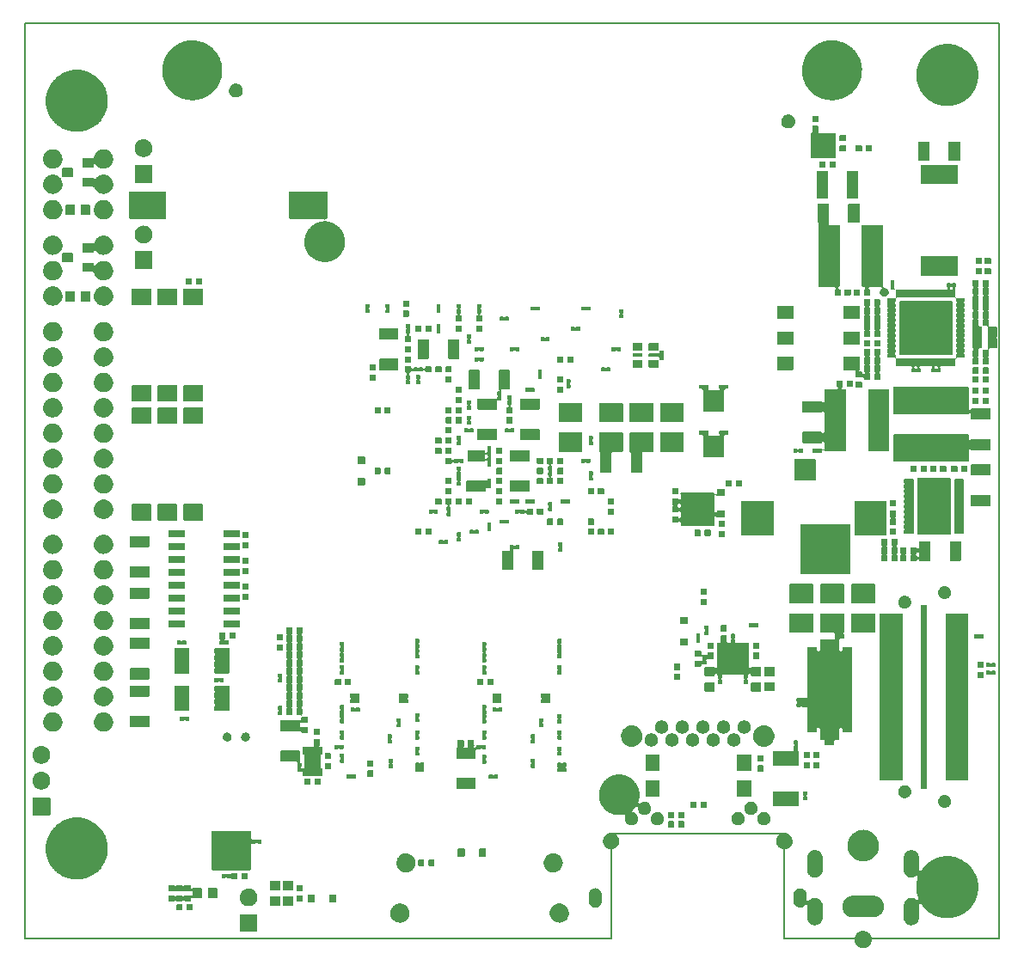
<source format=gbr>
%TF.GenerationSoftware,KiCad,Pcbnew,(5.99.0-297-g52fcbeab4)*%
%TF.CreationDate,2019-11-05T17:59:59+01:00*%
%TF.ProjectId,ciaa_acc,63696161-5f61-4636-932e-6b696361645f,V1.1F*%
%TF.SameCoordinates,Original*%
%TF.FileFunction,Soldermask,Bot*%
%TF.FilePolarity,Negative*%
%FSLAX46Y46*%
G04 Gerber Fmt 4.6, Leading zero omitted, Abs format (unit mm)*
G04 Created by KiCad (PCBNEW (5.99.0-297-g52fcbeab4)) date 2019-11-05 17:59:59*
%MOMM*%
%LPD*%
G04 APERTURE LIST*
%TA.AperFunction,Profile*%
%ADD10C,0.150000*%
%TD*%
G04 APERTURE END LIST*
D10*
X87693500Y-120170000D02*
X30000000Y-120170000D01*
X104775000Y-120170000D02*
X125890000Y-120170000D01*
X87693500Y-109791500D02*
X87693500Y-120170000D01*
X104775000Y-109791500D02*
X87693500Y-109791500D01*
X104775000Y-120170000D02*
X104775000Y-109791500D01*
X30000000Y-120170000D02*
X30000000Y-30000000D01*
X125890000Y-30000000D02*
X125890000Y-120170000D01*
X30000000Y-30000000D02*
X125890000Y-30000000D01*
G36*
X112524966Y-119396027D02*
G01*
X112566756Y-119393983D01*
X112611047Y-119400840D01*
X112661777Y-119403676D01*
X112702112Y-119414938D01*
X112737570Y-119420427D01*
X112785155Y-119438124D01*
X112839823Y-119453387D01*
X112871529Y-119470245D01*
X112899571Y-119480674D01*
X112947675Y-119510733D01*
X113003040Y-119540171D01*
X113025843Y-119559578D01*
X113046148Y-119572266D01*
X113091530Y-119615482D01*
X113143814Y-119659980D01*
X113158305Y-119679071D01*
X113171322Y-119691467D01*
X113210488Y-119747819D01*
X113255577Y-119807222D01*
X113263121Y-119823549D01*
X113269965Y-119833396D01*
X113299343Y-119901941D01*
X113333115Y-119975030D01*
X113335691Y-119986748D01*
X113338055Y-119992263D01*
X113354248Y-120071146D01*
X113372810Y-120155572D01*
X113372144Y-120346365D01*
X113353001Y-120430622D01*
X113336252Y-120509423D01*
X113333849Y-120514924D01*
X113331190Y-120526626D01*
X113296909Y-120599476D01*
X113267052Y-120667817D01*
X113260138Y-120677618D01*
X113252482Y-120693888D01*
X113206983Y-120752970D01*
X113167420Y-120809054D01*
X113154317Y-120821359D01*
X113139694Y-120840347D01*
X113087107Y-120884473D01*
X113041422Y-120927374D01*
X113021027Y-120939921D01*
X112998087Y-120959170D01*
X112942511Y-120988224D01*
X112894205Y-121017942D01*
X112866093Y-121028174D01*
X112834267Y-121044812D01*
X112779492Y-121059694D01*
X112731782Y-121077059D01*
X112696287Y-121082300D01*
X112655879Y-121093279D01*
X112605128Y-121095761D01*
X112560794Y-121102308D01*
X112519026Y-121099973D01*
X112471245Y-121102310D01*
X112427014Y-121094829D01*
X112388219Y-121092660D01*
X112342015Y-121080453D01*
X112288978Y-121071482D01*
X112252914Y-121056911D01*
X112221109Y-121048508D01*
X112172974Y-121024613D01*
X112117583Y-121002234D01*
X112090408Y-120983627D01*
X112066291Y-120971655D01*
X112019263Y-120934913D01*
X111965057Y-120897797D01*
X111946600Y-120878142D01*
X111930086Y-120865240D01*
X111887547Y-120815257D01*
X111838515Y-120763043D01*
X111827772Y-120745022D01*
X111818065Y-120733616D01*
X111783589Y-120670904D01*
X111743861Y-120604260D01*
X111739126Y-120590026D01*
X111734794Y-120582146D01*
X111711873Y-120508100D01*
X111685512Y-120428855D01*
X111684571Y-120419900D01*
X111683683Y-120417032D01*
X111675531Y-120333892D01*
X111666189Y-120245013D01*
X111676154Y-120156175D01*
X111684884Y-120073119D01*
X111685791Y-120070259D01*
X111686795Y-120061310D01*
X111713706Y-119982260D01*
X111737146Y-119908365D01*
X111741534Y-119900513D01*
X111746367Y-119886317D01*
X111786550Y-119819966D01*
X111821471Y-119757483D01*
X111831258Y-119746144D01*
X111842127Y-119728198D01*
X111891524Y-119676327D01*
X111934412Y-119626640D01*
X111951017Y-119613853D01*
X111969607Y-119594331D01*
X112024062Y-119557601D01*
X112071354Y-119521181D01*
X112095558Y-119509376D01*
X112122859Y-119490961D01*
X112178400Y-119468971D01*
X112226703Y-119445412D01*
X112258569Y-119437230D01*
X112294733Y-119422912D01*
X112347826Y-119414313D01*
X112394118Y-119402427D01*
X112432932Y-119400529D01*
X112477210Y-119393357D01*
X112524966Y-119396027D01*
G37*
G36*
X52845321Y-117766647D02*
G01*
X52862125Y-117777875D01*
X52873353Y-117794679D01*
X52879744Y-117826810D01*
X52879744Y-119453190D01*
X52873353Y-119485321D01*
X52862125Y-119502125D01*
X52845321Y-119513353D01*
X52813190Y-119519744D01*
X51186810Y-119519744D01*
X51154679Y-119513353D01*
X51137875Y-119502125D01*
X51126647Y-119485321D01*
X51120256Y-119453190D01*
X51120256Y-117826810D01*
X51126647Y-117794679D01*
X51137875Y-117777875D01*
X51154679Y-117766647D01*
X51186810Y-117760256D01*
X52813190Y-117760256D01*
X52845321Y-117766647D01*
G37*
G36*
X106336480Y-115202751D02*
G01*
X106359188Y-115201322D01*
X106417019Y-115212354D01*
X106467554Y-115218380D01*
X106489419Y-115226166D01*
X106520705Y-115232134D01*
X106565884Y-115253393D01*
X106605098Y-115267357D01*
X106632463Y-115284723D01*
X106669486Y-115302145D01*
X106701016Y-115328229D01*
X106728375Y-115345591D01*
X106757695Y-115375117D01*
X106796183Y-115406956D01*
X106814913Y-115432735D01*
X106831262Y-115449199D01*
X106858228Y-115492354D01*
X106892833Y-115539983D01*
X106901207Y-115561134D01*
X106908632Y-115573016D01*
X106928498Y-115630064D01*
X106953363Y-115692866D01*
X106955068Y-115706362D01*
X106956649Y-115710902D01*
X106964626Y-115782019D01*
X106968800Y-115815060D01*
X106968800Y-116343093D01*
X107005411Y-116431481D01*
X107093799Y-116468092D01*
X107193101Y-116419014D01*
X107225087Y-116377178D01*
X107239919Y-116364644D01*
X107256470Y-116345162D01*
X107306820Y-116308108D01*
X107349680Y-116271889D01*
X107372097Y-116260070D01*
X107397477Y-116241392D01*
X107449531Y-116219243D01*
X107493984Y-116195805D01*
X107524124Y-116187503D01*
X107558575Y-116172844D01*
X107608468Y-116164271D01*
X107651252Y-116152486D01*
X107688370Y-116150541D01*
X107731121Y-116143195D01*
X107775738Y-116145963D01*
X107814157Y-116143950D01*
X107856637Y-116150982D01*
X107905859Y-116154036D01*
X107942958Y-116165272D01*
X107975095Y-116170592D01*
X108020540Y-116188769D01*
X108073418Y-116204784D01*
X108101810Y-116221275D01*
X108126558Y-116231174D01*
X108171886Y-116261978D01*
X108224808Y-116292718D01*
X108244329Y-116311210D01*
X108261480Y-116322866D01*
X108303158Y-116366939D01*
X108351909Y-116413121D01*
X108363390Y-116430632D01*
X108373562Y-116441389D01*
X108407791Y-116498356D01*
X108447901Y-116559534D01*
X108453014Y-116573619D01*
X108457579Y-116581217D01*
X108480576Y-116649551D01*
X108507637Y-116724103D01*
X108508682Y-116733068D01*
X108509610Y-116735825D01*
X108517899Y-116812125D01*
X108522800Y-116854161D01*
X108522800Y-118126406D01*
X108507276Y-118212687D01*
X108485438Y-118344596D01*
X108482350Y-118351218D01*
X108480502Y-118361489D01*
X108446612Y-118427858D01*
X108417993Y-118489232D01*
X108409803Y-118499944D01*
X108400883Y-118517413D01*
X108356552Y-118569594D01*
X108318916Y-118618820D01*
X108304080Y-118631357D01*
X108287530Y-118650838D01*
X108237181Y-118687891D01*
X108194320Y-118724111D01*
X108171903Y-118735930D01*
X108146523Y-118754608D01*
X108094469Y-118776757D01*
X108050016Y-118800195D01*
X108019876Y-118808497D01*
X107985425Y-118823156D01*
X107935532Y-118831729D01*
X107892748Y-118843514D01*
X107855630Y-118845459D01*
X107812879Y-118852805D01*
X107768262Y-118850037D01*
X107729843Y-118852050D01*
X107687363Y-118845018D01*
X107638141Y-118841964D01*
X107601042Y-118830728D01*
X107568905Y-118825408D01*
X107523459Y-118807231D01*
X107470582Y-118791216D01*
X107442192Y-118774726D01*
X107417441Y-118764826D01*
X107372111Y-118734020D01*
X107319192Y-118703282D01*
X107299671Y-118684789D01*
X107282522Y-118673135D01*
X107240847Y-118629065D01*
X107192092Y-118582879D01*
X107180611Y-118565368D01*
X107170439Y-118554611D01*
X107136210Y-118497644D01*
X107096100Y-118436466D01*
X107090987Y-118422381D01*
X107086422Y-118414783D01*
X107063425Y-118346449D01*
X107036364Y-118271897D01*
X107035319Y-118262932D01*
X107034391Y-118260175D01*
X107026102Y-118183875D01*
X107021201Y-118141839D01*
X107021201Y-117576163D01*
X107021200Y-116975678D01*
X106984589Y-116887290D01*
X106896201Y-116850679D01*
X106808744Y-116886370D01*
X106782364Y-116912203D01*
X106736132Y-116961435D01*
X106724646Y-116968724D01*
X106721213Y-116972086D01*
X106660257Y-117009586D01*
X106597299Y-117049541D01*
X106526413Y-117072573D01*
X106458635Y-117095647D01*
X106453854Y-117096149D01*
X106440917Y-117100353D01*
X106373501Y-117104595D01*
X106313431Y-117110908D01*
X106299520Y-117109249D01*
X106276812Y-117110678D01*
X106218981Y-117099646D01*
X106168446Y-117093620D01*
X106146581Y-117085834D01*
X106115295Y-117079866D01*
X106070116Y-117058607D01*
X106030902Y-117044643D01*
X106003538Y-117027277D01*
X105966514Y-117009855D01*
X105934982Y-116983770D01*
X105907623Y-116966407D01*
X105878301Y-116936880D01*
X105839818Y-116905044D01*
X105821090Y-116879268D01*
X105804742Y-116862805D01*
X105777777Y-116819653D01*
X105743167Y-116772017D01*
X105734792Y-116750865D01*
X105727367Y-116738982D01*
X105707500Y-116681932D01*
X105682637Y-116619134D01*
X105680932Y-116605638D01*
X105679351Y-116601098D01*
X105671374Y-116529981D01*
X105667200Y-116496940D01*
X105667200Y-115822269D01*
X105681590Y-115701587D01*
X105702381Y-115644466D01*
X105708093Y-115614522D01*
X105723442Y-115586602D01*
X105731379Y-115564796D01*
X105758948Y-115522017D01*
X105787308Y-115470430D01*
X105802879Y-115453848D01*
X105810471Y-115442068D01*
X105853633Y-115399800D01*
X105899868Y-115350565D01*
X105911354Y-115343276D01*
X105914787Y-115339914D01*
X105975743Y-115302414D01*
X106038701Y-115262459D01*
X106109587Y-115239427D01*
X106177365Y-115216353D01*
X106182146Y-115215851D01*
X106195083Y-115211647D01*
X106262499Y-115207405D01*
X106322569Y-115201092D01*
X106336480Y-115202751D01*
G37*
G36*
X117275738Y-111445963D02*
G01*
X117314157Y-111443950D01*
X117356637Y-111450982D01*
X117405859Y-111454036D01*
X117442958Y-111465272D01*
X117475095Y-111470592D01*
X117520540Y-111488769D01*
X117573418Y-111504784D01*
X117601810Y-111521275D01*
X117626558Y-111531174D01*
X117671886Y-111561978D01*
X117724808Y-111592718D01*
X117744329Y-111611210D01*
X117761480Y-111622866D01*
X117803158Y-111666939D01*
X117851909Y-111713121D01*
X117863390Y-111730632D01*
X117873562Y-111741389D01*
X117907791Y-111798356D01*
X117947901Y-111859534D01*
X117953014Y-111873619D01*
X117957579Y-111881217D01*
X117980576Y-111949551D01*
X118007637Y-112024103D01*
X118008682Y-112033068D01*
X118009610Y-112035825D01*
X118017899Y-112112125D01*
X118022800Y-112154161D01*
X118022800Y-113358283D01*
X118059411Y-113446671D01*
X118147799Y-113483282D01*
X118247893Y-113428709D01*
X118270692Y-113390081D01*
X118307062Y-113341904D01*
X118337962Y-113293956D01*
X118409179Y-113206636D01*
X118479451Y-113113551D01*
X118519201Y-113071736D01*
X118553571Y-113029595D01*
X118635955Y-112948918D01*
X118718173Y-112862430D01*
X118760345Y-112827106D01*
X118797298Y-112790919D01*
X118890232Y-112718311D01*
X118983787Y-112639948D01*
X119027463Y-112611094D01*
X119066124Y-112580889D01*
X119168794Y-112517726D01*
X119272880Y-112448964D01*
X119317169Y-112426446D01*
X119356677Y-112402141D01*
X119468094Y-112349712D01*
X119581735Y-112291934D01*
X119625786Y-112275508D01*
X119665355Y-112256888D01*
X119784408Y-112216359D01*
X119906380Y-112170877D01*
X119949408Y-112160189D01*
X119988285Y-112146954D01*
X120113671Y-112119386D01*
X120242643Y-112087349D01*
X120283945Y-112081948D01*
X120321468Y-112073698D01*
X120451743Y-112060006D01*
X120586200Y-112042423D01*
X120625180Y-112041777D01*
X120660732Y-112038040D01*
X120794298Y-112038973D01*
X120932634Y-112036679D01*
X120968776Y-112040191D01*
X121001861Y-112040422D01*
X121137045Y-112056542D01*
X121277492Y-112070189D01*
X121310392Y-112077212D01*
X121340607Y-112080815D01*
X121475664Y-112112492D01*
X121616339Y-112142522D01*
X121645695Y-112152373D01*
X121672722Y-112158712D01*
X121805788Y-112206095D01*
X121944820Y-112252749D01*
X121970453Y-112264729D01*
X121994096Y-112273148D01*
X122123317Y-112336173D01*
X122258711Y-112399452D01*
X122280543Y-112412857D01*
X122300706Y-112422691D01*
X122424202Y-112501064D01*
X122553977Y-112580746D01*
X122572045Y-112594888D01*
X122588742Y-112605484D01*
X122704652Y-112698678D01*
X122826822Y-112794300D01*
X122841268Y-112808520D01*
X122854595Y-112819236D01*
X122961023Y-112926410D01*
X123073738Y-113037368D01*
X123084804Y-113051057D01*
X123094980Y-113061305D01*
X123190218Y-113181466D01*
X123291551Y-113306825D01*
X123299561Y-113319423D01*
X123306877Y-113328653D01*
X123389259Y-113460492D01*
X123477460Y-113599207D01*
X123482820Y-113610221D01*
X123487649Y-113617949D01*
X123555599Y-113759771D01*
X123629076Y-113910755D01*
X123632263Y-113919781D01*
X123635050Y-113925597D01*
X123687125Y-114075137D01*
X123744449Y-114237464D01*
X123745995Y-114244188D01*
X123747238Y-114247757D01*
X123782008Y-114400800D01*
X123822096Y-114575133D01*
X123822572Y-114579346D01*
X123822817Y-114580423D01*
X123838446Y-114719760D01*
X123861018Y-114919422D01*
X123860277Y-114952078D01*
X123854769Y-115346552D01*
X123850663Y-115375770D01*
X123850140Y-115398806D01*
X123827065Y-115543675D01*
X123807413Y-115683507D01*
X123800511Y-115710390D01*
X123795639Y-115740975D01*
X123757070Y-115879582D01*
X123722576Y-116013927D01*
X123711773Y-116042366D01*
X123702755Y-116074774D01*
X123649781Y-116205561D01*
X123601437Y-116332826D01*
X123586314Y-116362252D01*
X123572680Y-116395913D01*
X123506552Y-116517453D01*
X123445502Y-116636244D01*
X123425720Y-116666018D01*
X123407088Y-116700263D01*
X123329203Y-116811288D01*
X123256725Y-116920375D01*
X123232035Y-116949800D01*
X123208106Y-116983910D01*
X123119955Y-117083372D01*
X123037442Y-117181707D01*
X123007699Y-117210031D01*
X122978294Y-117243209D01*
X122881484Y-117330224D01*
X122790400Y-117416963D01*
X122755564Y-117443405D01*
X122720606Y-117474826D01*
X122616770Y-117548755D01*
X122518672Y-117623215D01*
X122478824Y-117646969D01*
X122438354Y-117675783D01*
X122329192Y-117736168D01*
X122225656Y-117797888D01*
X122180985Y-117818152D01*
X122135168Y-117843496D01*
X122022340Y-117890116D01*
X121914977Y-117938817D01*
X121865806Y-117954794D01*
X121814945Y-117975809D01*
X121700183Y-118008608D01*
X121590542Y-118044233D01*
X121537282Y-118055166D01*
X121481802Y-118071022D01*
X121366717Y-118090178D01*
X121256377Y-118112827D01*
X121199592Y-118117995D01*
X121140023Y-118127910D01*
X121026190Y-118133776D01*
X120916639Y-118143746D01*
X120856971Y-118142496D01*
X120794000Y-118145741D01*
X120682921Y-118138850D01*
X120575574Y-118136601D01*
X120513788Y-118128357D01*
X120448183Y-118124287D01*
X120341254Y-118105336D01*
X120237436Y-118091484D01*
X120174366Y-118075759D01*
X120107018Y-118063823D01*
X120005509Y-118033658D01*
X119906429Y-118008955D01*
X119843011Y-117985370D01*
X119774890Y-117965127D01*
X119679923Y-117924718D01*
X119586690Y-117890045D01*
X119523926Y-117858341D01*
X119456071Y-117829468D01*
X119368620Y-117779890D01*
X119282202Y-117736237D01*
X119221145Y-117696283D01*
X119154657Y-117658589D01*
X119075544Y-117601004D01*
X118996743Y-117549439D01*
X118938480Y-117501239D01*
X118874525Y-117454688D01*
X118804404Y-117390321D01*
X118733897Y-117331992D01*
X118679532Y-117275696D01*
X118619277Y-117220385D01*
X118558654Y-117150524D01*
X118496918Y-117086594D01*
X118447541Y-117022477D01*
X118392193Y-116958694D01*
X118341392Y-116884640D01*
X118288776Y-116816317D01*
X118251326Y-116754479D01*
X118174223Y-116697840D01*
X118079654Y-116712311D01*
X118020270Y-116832462D01*
X118022800Y-116854161D01*
X118022800Y-118126406D01*
X118007276Y-118212687D01*
X117985438Y-118344596D01*
X117982350Y-118351218D01*
X117980502Y-118361489D01*
X117946612Y-118427858D01*
X117917993Y-118489232D01*
X117909803Y-118499944D01*
X117900883Y-118517413D01*
X117856552Y-118569594D01*
X117818916Y-118618820D01*
X117804080Y-118631357D01*
X117787530Y-118650838D01*
X117737181Y-118687891D01*
X117694320Y-118724111D01*
X117671903Y-118735930D01*
X117646523Y-118754608D01*
X117594469Y-118776757D01*
X117550016Y-118800195D01*
X117519876Y-118808497D01*
X117485425Y-118823156D01*
X117435532Y-118831729D01*
X117392748Y-118843514D01*
X117355630Y-118845459D01*
X117312879Y-118852805D01*
X117268262Y-118850037D01*
X117229843Y-118852050D01*
X117187363Y-118845018D01*
X117138141Y-118841964D01*
X117101042Y-118830728D01*
X117068905Y-118825408D01*
X117023459Y-118807231D01*
X116970582Y-118791216D01*
X116942192Y-118774726D01*
X116917441Y-118764826D01*
X116872111Y-118734020D01*
X116819192Y-118703282D01*
X116799671Y-118684789D01*
X116782522Y-118673135D01*
X116740847Y-118629065D01*
X116692092Y-118582879D01*
X116680611Y-118565368D01*
X116670439Y-118554611D01*
X116636210Y-118497644D01*
X116596100Y-118436466D01*
X116590987Y-118422381D01*
X116586422Y-118414783D01*
X116563425Y-118346449D01*
X116536364Y-118271897D01*
X116535319Y-118262932D01*
X116534391Y-118260175D01*
X116526102Y-118183875D01*
X116521201Y-118141839D01*
X116521200Y-116869595D01*
X116536724Y-116783314D01*
X116558562Y-116651405D01*
X116561650Y-116644783D01*
X116563498Y-116634512D01*
X116597388Y-116568143D01*
X116626007Y-116506769D01*
X116634197Y-116496057D01*
X116643117Y-116478588D01*
X116687446Y-116426409D01*
X116725084Y-116377180D01*
X116739920Y-116364643D01*
X116756470Y-116345162D01*
X116806819Y-116308109D01*
X116849680Y-116271889D01*
X116872097Y-116260070D01*
X116897477Y-116241392D01*
X116949531Y-116219243D01*
X116993984Y-116195805D01*
X117024124Y-116187503D01*
X117058575Y-116172844D01*
X117108468Y-116164271D01*
X117151252Y-116152486D01*
X117188370Y-116150541D01*
X117231121Y-116143195D01*
X117275738Y-116145963D01*
X117314157Y-116143950D01*
X117356637Y-116150982D01*
X117405859Y-116154036D01*
X117442958Y-116165272D01*
X117475095Y-116170592D01*
X117520540Y-116188769D01*
X117573418Y-116204784D01*
X117601810Y-116221275D01*
X117626558Y-116231174D01*
X117671888Y-116261979D01*
X117724808Y-116292718D01*
X117744327Y-116311209D01*
X117770573Y-116329045D01*
X117864255Y-116348445D01*
X117944217Y-116295919D01*
X117959441Y-116186204D01*
X117940916Y-116130515D01*
X117907092Y-116044428D01*
X117885996Y-115965420D01*
X117861286Y-115891140D01*
X117842254Y-115801602D01*
X117817708Y-115709674D01*
X117806087Y-115631449D01*
X117790361Y-115557465D01*
X117781170Y-115463726D01*
X117766793Y-115366953D01*
X117764193Y-115290588D01*
X117757072Y-115217961D01*
X117758424Y-115121130D01*
X117755004Y-115020672D01*
X117760853Y-114947173D01*
X117761835Y-114876847D01*
X117774304Y-114778143D01*
X117782490Y-114675283D01*
X117796109Y-114605542D01*
X117804591Y-114538404D01*
X117828602Y-114439153D01*
X117848898Y-114335225D01*
X117869522Y-114270012D01*
X117884806Y-114206837D01*
X117904795Y-114151915D01*
X117900621Y-114056336D01*
X117830086Y-113991702D01*
X117706653Y-114013689D01*
X117694320Y-114024111D01*
X117671903Y-114035930D01*
X117646523Y-114054608D01*
X117594469Y-114076757D01*
X117550016Y-114100195D01*
X117519876Y-114108497D01*
X117485425Y-114123156D01*
X117435532Y-114131729D01*
X117392748Y-114143514D01*
X117355630Y-114145459D01*
X117312879Y-114152805D01*
X117268262Y-114150037D01*
X117229843Y-114152050D01*
X117187363Y-114145018D01*
X117138141Y-114141964D01*
X117101042Y-114130728D01*
X117068905Y-114125408D01*
X117023459Y-114107231D01*
X116970582Y-114091216D01*
X116942192Y-114074726D01*
X116917441Y-114064826D01*
X116872111Y-114034020D01*
X116819192Y-114003282D01*
X116799671Y-113984789D01*
X116782522Y-113973135D01*
X116740847Y-113929065D01*
X116692092Y-113882879D01*
X116680611Y-113865368D01*
X116670439Y-113854611D01*
X116636210Y-113797644D01*
X116596100Y-113736466D01*
X116590987Y-113722381D01*
X116586422Y-113714783D01*
X116563425Y-113646449D01*
X116536364Y-113571897D01*
X116535319Y-113562932D01*
X116534391Y-113560175D01*
X116526102Y-113483875D01*
X116521201Y-113441839D01*
X116521200Y-112169595D01*
X116536724Y-112083314D01*
X116558562Y-111951405D01*
X116561650Y-111944783D01*
X116563498Y-111934512D01*
X116597388Y-111868143D01*
X116626007Y-111806769D01*
X116634197Y-111796057D01*
X116643117Y-111778588D01*
X116687446Y-111726409D01*
X116725084Y-111677180D01*
X116739920Y-111664643D01*
X116756470Y-111645162D01*
X116806819Y-111608109D01*
X116849680Y-111571889D01*
X116872097Y-111560070D01*
X116897477Y-111541392D01*
X116949531Y-111519243D01*
X116993984Y-111495805D01*
X117024124Y-111487503D01*
X117058575Y-111472844D01*
X117108468Y-111464271D01*
X117151252Y-111452486D01*
X117188370Y-111450541D01*
X117231121Y-111443195D01*
X117275738Y-111445963D01*
G37*
G36*
X66952047Y-116710494D02*
G01*
X66998711Y-116710820D01*
X67044421Y-116720203D01*
X67096472Y-116725674D01*
X67140052Y-116739834D01*
X67179253Y-116747881D01*
X67228394Y-116768538D01*
X67284356Y-116786721D01*
X67318378Y-116806364D01*
X67349155Y-116819301D01*
X67398882Y-116852843D01*
X67455443Y-116885498D01*
X67479771Y-116907404D01*
X67501954Y-116922366D01*
X67548969Y-116969709D01*
X67602254Y-117017688D01*
X67617629Y-117038850D01*
X67631821Y-117053141D01*
X67672545Y-117114435D01*
X67718373Y-117177512D01*
X67726336Y-117195396D01*
X67733816Y-117206655D01*
X67764574Y-117281280D01*
X67798726Y-117357986D01*
X67801427Y-117370692D01*
X67804048Y-117377052D01*
X67821331Y-117464335D01*
X67839799Y-117551223D01*
X67839799Y-117748777D01*
X67836798Y-117762894D01*
X67836710Y-117769218D01*
X67817219Y-117855011D01*
X67798726Y-117942014D01*
X67796126Y-117947855D01*
X67796073Y-117948086D01*
X67721109Y-118116458D01*
X67720970Y-118116655D01*
X67718373Y-118122488D01*
X67666168Y-118194342D01*
X67614874Y-118267056D01*
X67609889Y-118271803D01*
X67602254Y-118282312D01*
X67539829Y-118338520D01*
X67481400Y-118394161D01*
X67469996Y-118401398D01*
X67455443Y-118414502D01*
X67387903Y-118453496D01*
X67325786Y-118492917D01*
X67307010Y-118500200D01*
X67284356Y-118513279D01*
X67216175Y-118535432D01*
X67153957Y-118559565D01*
X67127597Y-118564213D01*
X67096472Y-118574326D01*
X67031535Y-118581151D01*
X66972452Y-118591569D01*
X66939069Y-118590870D01*
X66900000Y-118594976D01*
X66841482Y-118588825D01*
X66788182Y-118587709D01*
X66749095Y-118579115D01*
X66703528Y-118574326D01*
X66653755Y-118558154D01*
X66608177Y-118548133D01*
X66565415Y-118529450D01*
X66515644Y-118513279D01*
X66475966Y-118490371D01*
X66439289Y-118474347D01*
X66395507Y-118443918D01*
X66344557Y-118414502D01*
X66315370Y-118388221D01*
X66287948Y-118369163D01*
X66246267Y-118326001D01*
X66197746Y-118282312D01*
X66178510Y-118255835D01*
X66159916Y-118236581D01*
X66123769Y-118180492D01*
X66081627Y-118122488D01*
X66070985Y-118098586D01*
X66060077Y-118081660D01*
X66032997Y-118013264D01*
X66001274Y-117942014D01*
X65997202Y-117922858D01*
X65992229Y-117910297D01*
X65977659Y-117830914D01*
X65960201Y-117748777D01*
X65960201Y-117735791D01*
X65958959Y-117729024D01*
X65960201Y-117640099D01*
X65960201Y-117551223D01*
X65961530Y-117544972D01*
X65961533Y-117544731D01*
X65999852Y-117364457D01*
X65999944Y-117364241D01*
X66001274Y-117357986D01*
X66037442Y-117276751D01*
X66072458Y-117195053D01*
X66076344Y-117189378D01*
X66081627Y-117177512D01*
X66130982Y-117109580D01*
X66176581Y-117042985D01*
X66186236Y-117033530D01*
X66197746Y-117017688D01*
X66255707Y-116965499D01*
X66308265Y-116914031D01*
X66325112Y-116903007D01*
X66344557Y-116885498D01*
X66406658Y-116849644D01*
X66462486Y-116813111D01*
X66487300Y-116803086D01*
X66515644Y-116786721D01*
X66577743Y-116766544D01*
X66633370Y-116744069D01*
X66666171Y-116737812D01*
X66703528Y-116725674D01*
X66762042Y-116719524D01*
X66814412Y-116709534D01*
X66854433Y-116709813D01*
X66900000Y-116705024D01*
X66952047Y-116710494D01*
G37*
G36*
X82652047Y-116710494D02*
G01*
X82698711Y-116710820D01*
X82744421Y-116720203D01*
X82796472Y-116725674D01*
X82840052Y-116739834D01*
X82879253Y-116747881D01*
X82928394Y-116768538D01*
X82984356Y-116786721D01*
X83018378Y-116806364D01*
X83049155Y-116819301D01*
X83098882Y-116852843D01*
X83155443Y-116885498D01*
X83179771Y-116907404D01*
X83201954Y-116922366D01*
X83248969Y-116969709D01*
X83302254Y-117017688D01*
X83317629Y-117038850D01*
X83331821Y-117053141D01*
X83372545Y-117114435D01*
X83418373Y-117177512D01*
X83426336Y-117195396D01*
X83433816Y-117206655D01*
X83464574Y-117281280D01*
X83498726Y-117357986D01*
X83501427Y-117370692D01*
X83504048Y-117377052D01*
X83521331Y-117464335D01*
X83539799Y-117551223D01*
X83539799Y-117748777D01*
X83536798Y-117762894D01*
X83536710Y-117769218D01*
X83517219Y-117855011D01*
X83498726Y-117942014D01*
X83496126Y-117947855D01*
X83496073Y-117948086D01*
X83421109Y-118116458D01*
X83420970Y-118116655D01*
X83418373Y-118122488D01*
X83366168Y-118194342D01*
X83314874Y-118267056D01*
X83309889Y-118271803D01*
X83302254Y-118282312D01*
X83239829Y-118338520D01*
X83181400Y-118394161D01*
X83169996Y-118401398D01*
X83155443Y-118414502D01*
X83087903Y-118453496D01*
X83025786Y-118492917D01*
X83007010Y-118500200D01*
X82984356Y-118513279D01*
X82916175Y-118535432D01*
X82853957Y-118559565D01*
X82827597Y-118564213D01*
X82796472Y-118574326D01*
X82731535Y-118581151D01*
X82672452Y-118591569D01*
X82639069Y-118590870D01*
X82600000Y-118594976D01*
X82541482Y-118588825D01*
X82488182Y-118587709D01*
X82449095Y-118579115D01*
X82403528Y-118574326D01*
X82353755Y-118558154D01*
X82308177Y-118548133D01*
X82265415Y-118529450D01*
X82215644Y-118513279D01*
X82175966Y-118490371D01*
X82139289Y-118474347D01*
X82095507Y-118443918D01*
X82044557Y-118414502D01*
X82015370Y-118388221D01*
X81987948Y-118369163D01*
X81946267Y-118326001D01*
X81897746Y-118282312D01*
X81878510Y-118255835D01*
X81859916Y-118236581D01*
X81823769Y-118180492D01*
X81781627Y-118122488D01*
X81770985Y-118098586D01*
X81760077Y-118081660D01*
X81732997Y-118013264D01*
X81701274Y-117942014D01*
X81697202Y-117922858D01*
X81692229Y-117910297D01*
X81677659Y-117830914D01*
X81660201Y-117748777D01*
X81660201Y-117735791D01*
X81658959Y-117729024D01*
X81660201Y-117640099D01*
X81660201Y-117551223D01*
X81661530Y-117544972D01*
X81661533Y-117544731D01*
X81699852Y-117364457D01*
X81699944Y-117364241D01*
X81701274Y-117357986D01*
X81737442Y-117276751D01*
X81772458Y-117195053D01*
X81776344Y-117189378D01*
X81781627Y-117177512D01*
X81830982Y-117109580D01*
X81876581Y-117042985D01*
X81886236Y-117033530D01*
X81897746Y-117017688D01*
X81955707Y-116965499D01*
X82008265Y-116914031D01*
X82025112Y-116903007D01*
X82044557Y-116885498D01*
X82106658Y-116849644D01*
X82162486Y-116813111D01*
X82187300Y-116803086D01*
X82215644Y-116786721D01*
X82277743Y-116766544D01*
X82333370Y-116744069D01*
X82366171Y-116737812D01*
X82403528Y-116725674D01*
X82462042Y-116719524D01*
X82514412Y-116709534D01*
X82554433Y-116709813D01*
X82600000Y-116705024D01*
X82652047Y-116710494D01*
G37*
G36*
X113741531Y-115965190D02*
G01*
X113830542Y-115993426D01*
X113925846Y-116023019D01*
X113928906Y-116024629D01*
X113937957Y-116027500D01*
X114017980Y-116071493D01*
X114096764Y-116112943D01*
X114104567Y-116119094D01*
X114118540Y-116126776D01*
X114184210Y-116181880D01*
X114248430Y-116232507D01*
X114259255Y-116244850D01*
X114276400Y-116259237D01*
X114326311Y-116321314D01*
X114375762Y-116377702D01*
X114387467Y-116397376D01*
X114405526Y-116419837D01*
X114439553Y-116484925D01*
X114474508Y-116543678D01*
X114484672Y-116571228D01*
X114500999Y-116602459D01*
X114519957Y-116666873D01*
X114541350Y-116724862D01*
X114547420Y-116760186D01*
X114559181Y-116800147D01*
X114564692Y-116860699D01*
X114574058Y-116915206D01*
X114573504Y-116957526D01*
X114577858Y-117005371D01*
X114572168Y-117059508D01*
X114571529Y-117108310D01*
X114562008Y-117156177D01*
X114556318Y-117210315D01*
X114542110Y-117256214D01*
X114533853Y-117297726D01*
X114513358Y-117349096D01*
X114495381Y-117407172D01*
X114475572Y-117443808D01*
X114462291Y-117477097D01*
X114429307Y-117529373D01*
X114397368Y-117588443D01*
X114374901Y-117615600D01*
X114359233Y-117640433D01*
X114312826Y-117690636D01*
X114266012Y-117747224D01*
X114243682Y-117765436D01*
X114228141Y-117782248D01*
X114168047Y-117827123D01*
X114106317Y-117877468D01*
X114086553Y-117887977D01*
X114073398Y-117897800D01*
X114000044Y-117933974D01*
X113924366Y-117974213D01*
X113909105Y-117978821D01*
X113900190Y-117983217D01*
X113814484Y-118007389D01*
X113727089Y-118033775D01*
X113717640Y-118034701D01*
X113714316Y-118035639D01*
X113615107Y-118044755D01*
X113573851Y-118048800D01*
X111473630Y-118048800D01*
X111302469Y-118030810D01*
X111213458Y-118002574D01*
X111118154Y-117972981D01*
X111115094Y-117971371D01*
X111106043Y-117968500D01*
X111026020Y-117924507D01*
X110947236Y-117883057D01*
X110939433Y-117876906D01*
X110925460Y-117869224D01*
X110859790Y-117814120D01*
X110795570Y-117763493D01*
X110784745Y-117751150D01*
X110767600Y-117736763D01*
X110717689Y-117674686D01*
X110668238Y-117618298D01*
X110656533Y-117598624D01*
X110638474Y-117576163D01*
X110604447Y-117511075D01*
X110569492Y-117452322D01*
X110559328Y-117424772D01*
X110543001Y-117393541D01*
X110524043Y-117329127D01*
X110502650Y-117271138D01*
X110496580Y-117235814D01*
X110484819Y-117195853D01*
X110479308Y-117135301D01*
X110469942Y-117080794D01*
X110470496Y-117038474D01*
X110466142Y-116990629D01*
X110471832Y-116936492D01*
X110472471Y-116887690D01*
X110481992Y-116839823D01*
X110487682Y-116785685D01*
X110501890Y-116739786D01*
X110510147Y-116698274D01*
X110530642Y-116646904D01*
X110548619Y-116588828D01*
X110568428Y-116552192D01*
X110581709Y-116518903D01*
X110614693Y-116466627D01*
X110646632Y-116407557D01*
X110669099Y-116380400D01*
X110684767Y-116355567D01*
X110731174Y-116305364D01*
X110777988Y-116248776D01*
X110800318Y-116230564D01*
X110815859Y-116213752D01*
X110875953Y-116168877D01*
X110937683Y-116118532D01*
X110957447Y-116108023D01*
X110970602Y-116098200D01*
X111043956Y-116062026D01*
X111119634Y-116021787D01*
X111134895Y-116017179D01*
X111143810Y-116012783D01*
X111229516Y-115988611D01*
X111316911Y-115962225D01*
X111326360Y-115961299D01*
X111329684Y-115960361D01*
X111428893Y-115951245D01*
X111470149Y-115947200D01*
X113570370Y-115947200D01*
X113741531Y-115965190D01*
G37*
G36*
X45469821Y-116802147D02*
G01*
X45486625Y-116813375D01*
X45497853Y-116830179D01*
X45504244Y-116862310D01*
X45504244Y-117337690D01*
X45497853Y-117369821D01*
X45486625Y-117386625D01*
X45469821Y-117397853D01*
X45437690Y-117404244D01*
X44962310Y-117404244D01*
X44930179Y-117397853D01*
X44913375Y-117386625D01*
X44902147Y-117369821D01*
X44895756Y-117337690D01*
X44895756Y-116862310D01*
X44902147Y-116830179D01*
X44913375Y-116813375D01*
X44930179Y-116802147D01*
X44962310Y-116795756D01*
X45437690Y-116795756D01*
X45469821Y-116802147D01*
G37*
G36*
X46469821Y-116802147D02*
G01*
X46486625Y-116813375D01*
X46497853Y-116830179D01*
X46504244Y-116862310D01*
X46504244Y-117337690D01*
X46497853Y-117369821D01*
X46486625Y-117386625D01*
X46469821Y-117397853D01*
X46437690Y-117404244D01*
X45962310Y-117404244D01*
X45930179Y-117397853D01*
X45913375Y-117386625D01*
X45902147Y-117369821D01*
X45895756Y-117337690D01*
X45895756Y-116862310D01*
X45902147Y-116830179D01*
X45913375Y-116813375D01*
X45930179Y-116802147D01*
X45962310Y-116795756D01*
X46437690Y-116795756D01*
X46469821Y-116802147D01*
G37*
G36*
X86166480Y-115202751D02*
G01*
X86189188Y-115201322D01*
X86247019Y-115212354D01*
X86297554Y-115218380D01*
X86319419Y-115226166D01*
X86350705Y-115232134D01*
X86395884Y-115253393D01*
X86435098Y-115267357D01*
X86462463Y-115284723D01*
X86499486Y-115302145D01*
X86531016Y-115328229D01*
X86558375Y-115345591D01*
X86587695Y-115375117D01*
X86626183Y-115406956D01*
X86644913Y-115432735D01*
X86661262Y-115449199D01*
X86688228Y-115492354D01*
X86722833Y-115539983D01*
X86731207Y-115561134D01*
X86738632Y-115573016D01*
X86758498Y-115630064D01*
X86783363Y-115692866D01*
X86785068Y-115706362D01*
X86786649Y-115710902D01*
X86794626Y-115782019D01*
X86798800Y-115815060D01*
X86798800Y-116489732D01*
X86784410Y-116610414D01*
X86763619Y-116667535D01*
X86757907Y-116697479D01*
X86742558Y-116725399D01*
X86734621Y-116747205D01*
X86707051Y-116789987D01*
X86678692Y-116841571D01*
X86663123Y-116858150D01*
X86655531Y-116869931D01*
X86612365Y-116912202D01*
X86566132Y-116961435D01*
X86554646Y-116968724D01*
X86551211Y-116972088D01*
X86490237Y-117009599D01*
X86427299Y-117049541D01*
X86356413Y-117072573D01*
X86288635Y-117095647D01*
X86283854Y-117096149D01*
X86270917Y-117100353D01*
X86203501Y-117104595D01*
X86143431Y-117110908D01*
X86129520Y-117109249D01*
X86106812Y-117110678D01*
X86048981Y-117099646D01*
X85998446Y-117093620D01*
X85976581Y-117085834D01*
X85945295Y-117079866D01*
X85900116Y-117058607D01*
X85860902Y-117044643D01*
X85833538Y-117027277D01*
X85796514Y-117009855D01*
X85764982Y-116983770D01*
X85737623Y-116966407D01*
X85708301Y-116936880D01*
X85669818Y-116905044D01*
X85651090Y-116879268D01*
X85634742Y-116862805D01*
X85607777Y-116819653D01*
X85573167Y-116772017D01*
X85564792Y-116750865D01*
X85557367Y-116738982D01*
X85537500Y-116681932D01*
X85512637Y-116619134D01*
X85510932Y-116605638D01*
X85509351Y-116601098D01*
X85501374Y-116529981D01*
X85497200Y-116496940D01*
X85497200Y-115822269D01*
X85511590Y-115701587D01*
X85532381Y-115644466D01*
X85538093Y-115614522D01*
X85553442Y-115586602D01*
X85561379Y-115564796D01*
X85588948Y-115522017D01*
X85617308Y-115470430D01*
X85632879Y-115453848D01*
X85640471Y-115442068D01*
X85683633Y-115399800D01*
X85729868Y-115350565D01*
X85741354Y-115343276D01*
X85744787Y-115339914D01*
X85805743Y-115302414D01*
X85868701Y-115262459D01*
X85939587Y-115239427D01*
X86007365Y-115216353D01*
X86012146Y-115215851D01*
X86025083Y-115211647D01*
X86092499Y-115207405D01*
X86152569Y-115201092D01*
X86166480Y-115202751D01*
G37*
G36*
X52003067Y-115222492D02*
G01*
X52046097Y-115220387D01*
X52091701Y-115227447D01*
X52143966Y-115230369D01*
X52185520Y-115241971D01*
X52222029Y-115247623D01*
X52271023Y-115265844D01*
X52327348Y-115281570D01*
X52360017Y-115298941D01*
X52388889Y-115309678D01*
X52438420Y-115340628D01*
X52495458Y-115370956D01*
X52518948Y-115390947D01*
X52539859Y-115404014D01*
X52586586Y-115448512D01*
X52640452Y-115494355D01*
X52655384Y-115514027D01*
X52668783Y-115526787D01*
X52709098Y-115584792D01*
X52755565Y-115646011D01*
X52763340Y-115662837D01*
X52770381Y-115672968D01*
X52800609Y-115743496D01*
X52835427Y-115818848D01*
X52838083Y-115830928D01*
X52840514Y-115836600D01*
X52857174Y-115917759D01*
X52876311Y-116004802D01*
X52875625Y-116201313D01*
X52855875Y-116288243D01*
X52838654Y-116369263D01*
X52836182Y-116374920D01*
X52833443Y-116386978D01*
X52798111Y-116462063D01*
X52767382Y-116532399D01*
X52760268Y-116542484D01*
X52752377Y-116559253D01*
X52705484Y-116620145D01*
X52664763Y-116677870D01*
X52651275Y-116690536D01*
X52636208Y-116710101D01*
X52582035Y-116755557D01*
X52534990Y-116799736D01*
X52513984Y-116812659D01*
X52490356Y-116832485D01*
X52433108Y-116862414D01*
X52383361Y-116893018D01*
X52354416Y-116903553D01*
X52321627Y-116920695D01*
X52265191Y-116936028D01*
X52216070Y-116953907D01*
X52179525Y-116959303D01*
X52137892Y-116970615D01*
X52085608Y-116973172D01*
X52039957Y-116979913D01*
X51996940Y-116977508D01*
X51947723Y-116979915D01*
X51902167Y-116972210D01*
X51862211Y-116969976D01*
X51814626Y-116957403D01*
X51759994Y-116948163D01*
X51722841Y-116933152D01*
X51690090Y-116924499D01*
X51640525Y-116899895D01*
X51583462Y-116876840D01*
X51555468Y-116857672D01*
X51530633Y-116845344D01*
X51482206Y-116807509D01*
X51426364Y-116769273D01*
X51407349Y-116749025D01*
X51390346Y-116735740D01*
X51346549Y-116684278D01*
X51296029Y-116630480D01*
X51284959Y-116611911D01*
X51274964Y-116600166D01*
X51239462Y-116535589D01*
X51198538Y-116466938D01*
X51193661Y-116452276D01*
X51189202Y-116444166D01*
X51165610Y-116367953D01*
X51138440Y-116286276D01*
X51137470Y-116277046D01*
X51136557Y-116274097D01*
X51128175Y-116188614D01*
X51118538Y-116096923D01*
X51128814Y-116005310D01*
X51137794Y-115919877D01*
X51138728Y-115916933D01*
X51139762Y-115907714D01*
X51167488Y-115826268D01*
X51191624Y-115750183D01*
X51196142Y-115742099D01*
X51201120Y-115727476D01*
X51242513Y-115659127D01*
X51278473Y-115594785D01*
X51288551Y-115583109D01*
X51299750Y-115564618D01*
X51350649Y-115511169D01*
X51394802Y-115460017D01*
X51411896Y-115446853D01*
X51431050Y-115426739D01*
X51487146Y-115388902D01*
X51535848Y-115351396D01*
X51560777Y-115339237D01*
X51588896Y-115320271D01*
X51646103Y-115297621D01*
X51695852Y-115273357D01*
X51728669Y-115264931D01*
X51765921Y-115250182D01*
X51820616Y-115241323D01*
X51868285Y-115229084D01*
X51908253Y-115227129D01*
X51953868Y-115219741D01*
X52003067Y-115222492D01*
G37*
G36*
X55069821Y-116002147D02*
G01*
X55086625Y-116013375D01*
X55097853Y-116030179D01*
X55104244Y-116062310D01*
X55104244Y-116837690D01*
X55097853Y-116869821D01*
X55086625Y-116886625D01*
X55069821Y-116897853D01*
X55037690Y-116904244D01*
X54162310Y-116904244D01*
X54130179Y-116897853D01*
X54113375Y-116886625D01*
X54102147Y-116869821D01*
X54095756Y-116837690D01*
X54095756Y-116062310D01*
X54102147Y-116030179D01*
X54113375Y-116013375D01*
X54130179Y-116002147D01*
X54162310Y-115995756D01*
X55037690Y-115995756D01*
X55069821Y-116002147D01*
G37*
G36*
X56369821Y-116002147D02*
G01*
X56386625Y-116013375D01*
X56397853Y-116030179D01*
X56404244Y-116062310D01*
X56404244Y-116837690D01*
X56397853Y-116869821D01*
X56386625Y-116886625D01*
X56369821Y-116897853D01*
X56337690Y-116904244D01*
X55462310Y-116904244D01*
X55430179Y-116897853D01*
X55413375Y-116886625D01*
X55402147Y-116869821D01*
X55395756Y-116837690D01*
X55395756Y-116062310D01*
X55402147Y-116030179D01*
X55413375Y-116013375D01*
X55430179Y-116002147D01*
X55462310Y-115995756D01*
X56337690Y-115995756D01*
X56369821Y-116002147D01*
G37*
G36*
X60566921Y-115809247D02*
G01*
X60583725Y-115820475D01*
X60594953Y-115837279D01*
X60601344Y-115869410D01*
X60601344Y-116530590D01*
X60594953Y-116562721D01*
X60583725Y-116579525D01*
X60566921Y-116590753D01*
X60534790Y-116597144D01*
X59975210Y-116597144D01*
X59943079Y-116590753D01*
X59926275Y-116579525D01*
X59915047Y-116562721D01*
X59908656Y-116530590D01*
X59908656Y-115869410D01*
X59915047Y-115837279D01*
X59926275Y-115820475D01*
X59943079Y-115809247D01*
X59975210Y-115802856D01*
X60534790Y-115802856D01*
X60566921Y-115809247D01*
G37*
G36*
X58456921Y-115809247D02*
G01*
X58473725Y-115820475D01*
X58484953Y-115837279D01*
X58491344Y-115869410D01*
X58491344Y-116530590D01*
X58484953Y-116562721D01*
X58473725Y-116579525D01*
X58456921Y-116590753D01*
X58424790Y-116597144D01*
X57865210Y-116597144D01*
X57833079Y-116590753D01*
X57816275Y-116579525D01*
X57805047Y-116562721D01*
X57798656Y-116530590D01*
X57798656Y-115869410D01*
X57805047Y-115837279D01*
X57816275Y-115820475D01*
X57833079Y-115809247D01*
X57865210Y-115802856D01*
X58424790Y-115802856D01*
X58456921Y-115809247D01*
G37*
G36*
X44669821Y-114902147D02*
G01*
X44686624Y-114913374D01*
X44686625Y-114913375D01*
X44690665Y-114919422D01*
X44696067Y-114927507D01*
X44775614Y-114980658D01*
X44903933Y-114927507D01*
X44909335Y-114919422D01*
X44913375Y-114913375D01*
X44913376Y-114913374D01*
X44930179Y-114902147D01*
X44962310Y-114895756D01*
X45437690Y-114895756D01*
X45469821Y-114902147D01*
X45486624Y-114913374D01*
X45486625Y-114913375D01*
X45490665Y-114919422D01*
X45496067Y-114927507D01*
X45575614Y-114980658D01*
X45703933Y-114927507D01*
X45709335Y-114919422D01*
X45713375Y-114913375D01*
X45713376Y-114913374D01*
X45730179Y-114902147D01*
X45762310Y-114895756D01*
X46237690Y-114895756D01*
X46269821Y-114902147D01*
X46286625Y-114913375D01*
X46297853Y-114930179D01*
X46304244Y-114962310D01*
X46304244Y-115119256D01*
X46340855Y-115207644D01*
X46429243Y-115244255D01*
X46498689Y-115223189D01*
X46513374Y-115213377D01*
X46513375Y-115213375D01*
X46530179Y-115202148D01*
X46530178Y-115202148D01*
X46530180Y-115202147D01*
X46562310Y-115195756D01*
X47337690Y-115195756D01*
X47369821Y-115202147D01*
X47386625Y-115213375D01*
X47397853Y-115230179D01*
X47404244Y-115262310D01*
X47404244Y-116137690D01*
X47397853Y-116169821D01*
X47386625Y-116186625D01*
X47369821Y-116197853D01*
X47337690Y-116204244D01*
X46562310Y-116204244D01*
X46530180Y-116197853D01*
X46525823Y-116194942D01*
X46513375Y-116186625D01*
X46513374Y-116186623D01*
X46498689Y-116176811D01*
X46404857Y-116158147D01*
X46325310Y-116211298D01*
X46304244Y-116280744D01*
X46304244Y-116437690D01*
X46297853Y-116469821D01*
X46286625Y-116486625D01*
X46269821Y-116497853D01*
X46237690Y-116504244D01*
X45762310Y-116504244D01*
X45730179Y-116497853D01*
X45713376Y-116486626D01*
X45703933Y-116472493D01*
X45624386Y-116419342D01*
X45496067Y-116472493D01*
X45486624Y-116486626D01*
X45469821Y-116497853D01*
X45437690Y-116504244D01*
X44962310Y-116504244D01*
X44930179Y-116497853D01*
X44913376Y-116486626D01*
X44903933Y-116472493D01*
X44824386Y-116419342D01*
X44696067Y-116472493D01*
X44686624Y-116486626D01*
X44669821Y-116497853D01*
X44637690Y-116504244D01*
X44162310Y-116504244D01*
X44130179Y-116497853D01*
X44113375Y-116486625D01*
X44102147Y-116469821D01*
X44095756Y-116437690D01*
X44095756Y-115962310D01*
X44102147Y-115930179D01*
X44113375Y-115913375D01*
X44130179Y-115902147D01*
X44162310Y-115895756D01*
X44637690Y-115895756D01*
X44669821Y-115902147D01*
X44686624Y-115913374D01*
X44696067Y-115927507D01*
X44775614Y-115980658D01*
X44903933Y-115927507D01*
X44913376Y-115913374D01*
X44930179Y-115902147D01*
X44962310Y-115895756D01*
X45437690Y-115895756D01*
X45469821Y-115902147D01*
X45486624Y-115913374D01*
X45496067Y-115927507D01*
X45575614Y-115980658D01*
X45703933Y-115927507D01*
X45713376Y-115913374D01*
X45730179Y-115902147D01*
X45762310Y-115895756D01*
X46237690Y-115895756D01*
X46269820Y-115902147D01*
X46269822Y-115902148D01*
X46269821Y-115902148D01*
X46286625Y-115913375D01*
X46286626Y-115913377D01*
X46301311Y-115923189D01*
X46395143Y-115941853D01*
X46474690Y-115888702D01*
X46495756Y-115819256D01*
X46495756Y-115580744D01*
X46459145Y-115492356D01*
X46370757Y-115455745D01*
X46301311Y-115476811D01*
X46286626Y-115486623D01*
X46286625Y-115486625D01*
X46278047Y-115492356D01*
X46269820Y-115497853D01*
X46237690Y-115504244D01*
X45762310Y-115504244D01*
X45730179Y-115497853D01*
X45713376Y-115486626D01*
X45703933Y-115472493D01*
X45624386Y-115419342D01*
X45496067Y-115472493D01*
X45486624Y-115486626D01*
X45469821Y-115497853D01*
X45437690Y-115504244D01*
X44962310Y-115504244D01*
X44930179Y-115497853D01*
X44913376Y-115486626D01*
X44903933Y-115472493D01*
X44824386Y-115419342D01*
X44696067Y-115472493D01*
X44686624Y-115486626D01*
X44669821Y-115497853D01*
X44637690Y-115504244D01*
X44162310Y-115504244D01*
X44130179Y-115497853D01*
X44113375Y-115486625D01*
X44102147Y-115469821D01*
X44095756Y-115437690D01*
X44095756Y-114962310D01*
X44102147Y-114930179D01*
X44113375Y-114913375D01*
X44130179Y-114902147D01*
X44162310Y-114895756D01*
X44637690Y-114895756D01*
X44669821Y-114902147D01*
G37*
G36*
X57269821Y-115902147D02*
G01*
X57286625Y-115913375D01*
X57297853Y-115930179D01*
X57304244Y-115962310D01*
X57304244Y-116437690D01*
X57297853Y-116469821D01*
X57286625Y-116486625D01*
X57269821Y-116497853D01*
X57237690Y-116504244D01*
X56762310Y-116504244D01*
X56730179Y-116497853D01*
X56713375Y-116486625D01*
X56702147Y-116469821D01*
X56695756Y-116437690D01*
X56695756Y-115962310D01*
X56702147Y-115930179D01*
X56713375Y-115913375D01*
X56730179Y-115902147D01*
X56762310Y-115895756D01*
X57237690Y-115895756D01*
X57269821Y-115902147D01*
G37*
G36*
X48869821Y-115202147D02*
G01*
X48886625Y-115213375D01*
X48897853Y-115230179D01*
X48904244Y-115262310D01*
X48904244Y-116137690D01*
X48897853Y-116169821D01*
X48886625Y-116186625D01*
X48869821Y-116197853D01*
X48837690Y-116204244D01*
X48062310Y-116204244D01*
X48030179Y-116197853D01*
X48013375Y-116186625D01*
X48002147Y-116169821D01*
X47995756Y-116137690D01*
X47995756Y-115262310D01*
X48002147Y-115230179D01*
X48013375Y-115213375D01*
X48030179Y-115202147D01*
X48062310Y-115195756D01*
X48837690Y-115195756D01*
X48869821Y-115202147D01*
G37*
G36*
X57269821Y-114902147D02*
G01*
X57286625Y-114913375D01*
X57297853Y-114930179D01*
X57304244Y-114962310D01*
X57304244Y-115437690D01*
X57297853Y-115469821D01*
X57286625Y-115486625D01*
X57269821Y-115497853D01*
X57237690Y-115504244D01*
X56762310Y-115504244D01*
X56730179Y-115497853D01*
X56713375Y-115486625D01*
X56702147Y-115469821D01*
X56695756Y-115437690D01*
X56695756Y-114962310D01*
X56702147Y-114930179D01*
X56713375Y-114913375D01*
X56730179Y-114902147D01*
X56762310Y-114895756D01*
X57237690Y-114895756D01*
X57269821Y-114902147D01*
G37*
G36*
X55069821Y-114502147D02*
G01*
X55086625Y-114513375D01*
X55097853Y-114530179D01*
X55104244Y-114562310D01*
X55104244Y-115337690D01*
X55097853Y-115369821D01*
X55086625Y-115386625D01*
X55069821Y-115397853D01*
X55037690Y-115404244D01*
X54162310Y-115404244D01*
X54130179Y-115397853D01*
X54113375Y-115386625D01*
X54102147Y-115369821D01*
X54095756Y-115337690D01*
X54095756Y-114562310D01*
X54102147Y-114530179D01*
X54113375Y-114513375D01*
X54130179Y-114502147D01*
X54162310Y-114495756D01*
X55037690Y-114495756D01*
X55069821Y-114502147D01*
G37*
G36*
X56369821Y-114502147D02*
G01*
X56386625Y-114513375D01*
X56397853Y-114530179D01*
X56404244Y-114562310D01*
X56404244Y-115337690D01*
X56397853Y-115369821D01*
X56386625Y-115386625D01*
X56369821Y-115397853D01*
X56337690Y-115404244D01*
X55462310Y-115404244D01*
X55430179Y-115397853D01*
X55413375Y-115386625D01*
X55402147Y-115369821D01*
X55395756Y-115337690D01*
X55395756Y-114562310D01*
X55402147Y-114530179D01*
X55413375Y-114513375D01*
X55430179Y-114502147D01*
X55462310Y-114495756D01*
X56337690Y-114495756D01*
X56369821Y-114502147D01*
G37*
G36*
X35238776Y-108230191D02*
G01*
X35271861Y-108230422D01*
X35407045Y-108246542D01*
X35547492Y-108260189D01*
X35580392Y-108267212D01*
X35610607Y-108270815D01*
X35745664Y-108302492D01*
X35886339Y-108332522D01*
X35915695Y-108342373D01*
X35942722Y-108348712D01*
X36075788Y-108396095D01*
X36214820Y-108442749D01*
X36240453Y-108454729D01*
X36264096Y-108463148D01*
X36393317Y-108526173D01*
X36528711Y-108589452D01*
X36550543Y-108602857D01*
X36570706Y-108612691D01*
X36694202Y-108691064D01*
X36823977Y-108770746D01*
X36842045Y-108784888D01*
X36858742Y-108795484D01*
X36974652Y-108888678D01*
X37096822Y-108984300D01*
X37111268Y-108998520D01*
X37124595Y-109009236D01*
X37231023Y-109116410D01*
X37343738Y-109227368D01*
X37354804Y-109241057D01*
X37364980Y-109251305D01*
X37460218Y-109371466D01*
X37561551Y-109496825D01*
X37569561Y-109509423D01*
X37576877Y-109518653D01*
X37659259Y-109650492D01*
X37747460Y-109789207D01*
X37752820Y-109800221D01*
X37757649Y-109807949D01*
X37825599Y-109949771D01*
X37899076Y-110100755D01*
X37902263Y-110109781D01*
X37905050Y-110115597D01*
X37957125Y-110265137D01*
X38014449Y-110427464D01*
X38015995Y-110434188D01*
X38017238Y-110437757D01*
X38052008Y-110590800D01*
X38092096Y-110765133D01*
X38092572Y-110769346D01*
X38092817Y-110770423D01*
X38108446Y-110909760D01*
X38131018Y-111109422D01*
X38130277Y-111142078D01*
X38124769Y-111536552D01*
X38120663Y-111565770D01*
X38120140Y-111588806D01*
X38097065Y-111733675D01*
X38077413Y-111873507D01*
X38070511Y-111900390D01*
X38065639Y-111930975D01*
X38027070Y-112069582D01*
X37992576Y-112203927D01*
X37981773Y-112232366D01*
X37972755Y-112264774D01*
X37919781Y-112395561D01*
X37871437Y-112522826D01*
X37856314Y-112552252D01*
X37842680Y-112585913D01*
X37776552Y-112707453D01*
X37715502Y-112826244D01*
X37695720Y-112856018D01*
X37677088Y-112890263D01*
X37599203Y-113001288D01*
X37526725Y-113110375D01*
X37502035Y-113139800D01*
X37478106Y-113173910D01*
X37389955Y-113273372D01*
X37307442Y-113371707D01*
X37277699Y-113400031D01*
X37248294Y-113433209D01*
X37151484Y-113520224D01*
X37060400Y-113606963D01*
X37025564Y-113633405D01*
X36990606Y-113664826D01*
X36886770Y-113738755D01*
X36788672Y-113813215D01*
X36748824Y-113836969D01*
X36708354Y-113865783D01*
X36599192Y-113926168D01*
X36495656Y-113987888D01*
X36450985Y-114008152D01*
X36405168Y-114033496D01*
X36292340Y-114080116D01*
X36184977Y-114128817D01*
X36135806Y-114144794D01*
X36084945Y-114165809D01*
X35970183Y-114198608D01*
X35860542Y-114234233D01*
X35807282Y-114245166D01*
X35751802Y-114261022D01*
X35636717Y-114280178D01*
X35526377Y-114302827D01*
X35469592Y-114307995D01*
X35410023Y-114317910D01*
X35296190Y-114323776D01*
X35186639Y-114333746D01*
X35126971Y-114332496D01*
X35064000Y-114335741D01*
X34952921Y-114328850D01*
X34845574Y-114326601D01*
X34783788Y-114318357D01*
X34718183Y-114314287D01*
X34611254Y-114295336D01*
X34507436Y-114281484D01*
X34444366Y-114265759D01*
X34377018Y-114253823D01*
X34275509Y-114223658D01*
X34176429Y-114198955D01*
X34113011Y-114175370D01*
X34044890Y-114155127D01*
X33949923Y-114114718D01*
X33856690Y-114080045D01*
X33793926Y-114048341D01*
X33726071Y-114019468D01*
X33638620Y-113969890D01*
X33552202Y-113926237D01*
X33491145Y-113886283D01*
X33424657Y-113848589D01*
X33345544Y-113791004D01*
X33266743Y-113739439D01*
X33208480Y-113691239D01*
X33144525Y-113644688D01*
X33074404Y-113580321D01*
X33003897Y-113521992D01*
X32949532Y-113465696D01*
X32889277Y-113410385D01*
X32828654Y-113340524D01*
X32766918Y-113276594D01*
X32717543Y-113212479D01*
X32662193Y-113148694D01*
X32611388Y-113074634D01*
X32558779Y-113006320D01*
X32515488Y-112934838D01*
X32466192Y-112862978D01*
X32425348Y-112786000D01*
X32382056Y-112714516D01*
X32345889Y-112636243D01*
X32303796Y-112556911D01*
X32272915Y-112478313D01*
X32238970Y-112404850D01*
X32210914Y-112320511D01*
X32177092Y-112234428D01*
X32155996Y-112155421D01*
X32131286Y-112081140D01*
X32112254Y-111991602D01*
X32087708Y-111899674D01*
X32076087Y-111821449D01*
X32060361Y-111747465D01*
X32051170Y-111653726D01*
X32036793Y-111556953D01*
X32034193Y-111480588D01*
X32027072Y-111407961D01*
X32028424Y-111311130D01*
X32025004Y-111210672D01*
X32030853Y-111137173D01*
X32031835Y-111066847D01*
X32044304Y-110968143D01*
X32052490Y-110865283D01*
X32066109Y-110795542D01*
X32074591Y-110728404D01*
X32098604Y-110629147D01*
X32118898Y-110525225D01*
X32139519Y-110460023D01*
X32154805Y-110396837D01*
X32190635Y-110298394D01*
X32223376Y-110194870D01*
X32250160Y-110134854D01*
X32271484Y-110076266D01*
X32319233Y-109980075D01*
X32364579Y-109878466D01*
X32396624Y-109824174D01*
X32423164Y-109770708D01*
X32482767Y-109678222D01*
X32540692Y-109580081D01*
X32577067Y-109531898D01*
X32607963Y-109483956D01*
X32679171Y-109396647D01*
X32749451Y-109303551D01*
X32789203Y-109261735D01*
X32823571Y-109219595D01*
X32905955Y-109138918D01*
X32988173Y-109052430D01*
X33030345Y-109017106D01*
X33067298Y-108980919D01*
X33160232Y-108908311D01*
X33253787Y-108829948D01*
X33297463Y-108801094D01*
X33336124Y-108770889D01*
X33438794Y-108707726D01*
X33542880Y-108638964D01*
X33587169Y-108616446D01*
X33626677Y-108592141D01*
X33738094Y-108539712D01*
X33851735Y-108481934D01*
X33895786Y-108465508D01*
X33935355Y-108446888D01*
X34054408Y-108406359D01*
X34176380Y-108360877D01*
X34219408Y-108350189D01*
X34258285Y-108336954D01*
X34383671Y-108309386D01*
X34512643Y-108277349D01*
X34553945Y-108271948D01*
X34591468Y-108263698D01*
X34721743Y-108250006D01*
X34856200Y-108232423D01*
X34895180Y-108231777D01*
X34930732Y-108228040D01*
X35064298Y-108228973D01*
X35202634Y-108226679D01*
X35238776Y-108230191D01*
G37*
G36*
X50869821Y-113702147D02*
G01*
X50886625Y-113713375D01*
X50897853Y-113730179D01*
X50904244Y-113762310D01*
X50904244Y-114237690D01*
X50897853Y-114269821D01*
X50886625Y-114286625D01*
X50869821Y-114297853D01*
X50837690Y-114304244D01*
X50362310Y-114304244D01*
X50330179Y-114297853D01*
X50313375Y-114286625D01*
X50295450Y-114259798D01*
X50191517Y-114204244D01*
X49937310Y-114204244D01*
X49905180Y-114197853D01*
X49900598Y-114194791D01*
X49888375Y-114186625D01*
X49888374Y-114186623D01*
X49869446Y-114173976D01*
X49775614Y-114155312D01*
X49730554Y-114173976D01*
X49711626Y-114186623D01*
X49711625Y-114186625D01*
X49699402Y-114194791D01*
X49694820Y-114197853D01*
X49662690Y-114204244D01*
X49407310Y-114204244D01*
X49375179Y-114197853D01*
X49358375Y-114186625D01*
X49347147Y-114169821D01*
X49340756Y-114137690D01*
X49340756Y-113862310D01*
X49347147Y-113830179D01*
X49358375Y-113813375D01*
X49375179Y-113802147D01*
X49407310Y-113795756D01*
X49662690Y-113795756D01*
X49694820Y-113802147D01*
X49694822Y-113802148D01*
X49694821Y-113802148D01*
X49711625Y-113813375D01*
X49711626Y-113813377D01*
X49730554Y-113826024D01*
X49824386Y-113844688D01*
X49869446Y-113826024D01*
X49888374Y-113813377D01*
X49888375Y-113813375D01*
X49905179Y-113802148D01*
X49905178Y-113802148D01*
X49905180Y-113802147D01*
X49937310Y-113795756D01*
X50191517Y-113795756D01*
X50295450Y-113740202D01*
X50313375Y-113713375D01*
X50330179Y-113702147D01*
X50362310Y-113695756D01*
X50837690Y-113695756D01*
X50869821Y-113702147D01*
G37*
G36*
X51869821Y-113702147D02*
G01*
X51886625Y-113713375D01*
X51897853Y-113730179D01*
X51904244Y-113762310D01*
X51904244Y-114237690D01*
X51897853Y-114269821D01*
X51886625Y-114286625D01*
X51869821Y-114297853D01*
X51837690Y-114304244D01*
X51362310Y-114304244D01*
X51330179Y-114297853D01*
X51313375Y-114286625D01*
X51302147Y-114269821D01*
X51295756Y-114237690D01*
X51295756Y-113762310D01*
X51302147Y-113730179D01*
X51313375Y-113713375D01*
X51330179Y-113702147D01*
X51362310Y-113695756D01*
X51837690Y-113695756D01*
X51869821Y-113702147D01*
G37*
G36*
X107775738Y-111445963D02*
G01*
X107814157Y-111443950D01*
X107856637Y-111450982D01*
X107905859Y-111454036D01*
X107942958Y-111465272D01*
X107975095Y-111470592D01*
X108020540Y-111488769D01*
X108073418Y-111504784D01*
X108101810Y-111521275D01*
X108126558Y-111531174D01*
X108171886Y-111561978D01*
X108224808Y-111592718D01*
X108244329Y-111611210D01*
X108261480Y-111622866D01*
X108303158Y-111666939D01*
X108351909Y-111713121D01*
X108363390Y-111730632D01*
X108373562Y-111741389D01*
X108407791Y-111798356D01*
X108447901Y-111859534D01*
X108453014Y-111873619D01*
X108457579Y-111881217D01*
X108480576Y-111949551D01*
X108507637Y-112024103D01*
X108508682Y-112033068D01*
X108509610Y-112035825D01*
X108517899Y-112112125D01*
X108522800Y-112154161D01*
X108522800Y-113426406D01*
X108507276Y-113512687D01*
X108485438Y-113644596D01*
X108482350Y-113651218D01*
X108480502Y-113661489D01*
X108446612Y-113727858D01*
X108417993Y-113789232D01*
X108409803Y-113799944D01*
X108400883Y-113817413D01*
X108356552Y-113869594D01*
X108318916Y-113918820D01*
X108304080Y-113931357D01*
X108287530Y-113950838D01*
X108237181Y-113987891D01*
X108194320Y-114024111D01*
X108171903Y-114035930D01*
X108146523Y-114054608D01*
X108094469Y-114076757D01*
X108050016Y-114100195D01*
X108019876Y-114108497D01*
X107985425Y-114123156D01*
X107935532Y-114131729D01*
X107892748Y-114143514D01*
X107855630Y-114145459D01*
X107812879Y-114152805D01*
X107768262Y-114150037D01*
X107729843Y-114152050D01*
X107687363Y-114145018D01*
X107638141Y-114141964D01*
X107601042Y-114130728D01*
X107568905Y-114125408D01*
X107523459Y-114107231D01*
X107470582Y-114091216D01*
X107442192Y-114074726D01*
X107417441Y-114064826D01*
X107372111Y-114034020D01*
X107319192Y-114003282D01*
X107299671Y-113984789D01*
X107282522Y-113973135D01*
X107240847Y-113929065D01*
X107192092Y-113882879D01*
X107180611Y-113865368D01*
X107170439Y-113854611D01*
X107136210Y-113797644D01*
X107096100Y-113736466D01*
X107090987Y-113722381D01*
X107086422Y-113714783D01*
X107063425Y-113646449D01*
X107036364Y-113571897D01*
X107035319Y-113562932D01*
X107034391Y-113560175D01*
X107026102Y-113483875D01*
X107021201Y-113441839D01*
X107021200Y-112169595D01*
X107036724Y-112083314D01*
X107058562Y-111951405D01*
X107061650Y-111944783D01*
X107063498Y-111934512D01*
X107097388Y-111868143D01*
X107126007Y-111806769D01*
X107134197Y-111796057D01*
X107143117Y-111778588D01*
X107187446Y-111726409D01*
X107225084Y-111677180D01*
X107239920Y-111664643D01*
X107256470Y-111645162D01*
X107306819Y-111608109D01*
X107349680Y-111571889D01*
X107372097Y-111560070D01*
X107397477Y-111541392D01*
X107449531Y-111519243D01*
X107493984Y-111495805D01*
X107524124Y-111487503D01*
X107558575Y-111472844D01*
X107608468Y-111464271D01*
X107651252Y-111452486D01*
X107688370Y-111450541D01*
X107731121Y-111443195D01*
X107775738Y-111445963D01*
G37*
G36*
X67552047Y-111760494D02*
G01*
X67598711Y-111760820D01*
X67644421Y-111770203D01*
X67696472Y-111775674D01*
X67740052Y-111789834D01*
X67779253Y-111797881D01*
X67828394Y-111818538D01*
X67884356Y-111836721D01*
X67918378Y-111856364D01*
X67949155Y-111869301D01*
X67998882Y-111902843D01*
X68055443Y-111935498D01*
X68079771Y-111957404D01*
X68101954Y-111972366D01*
X68148969Y-112019709D01*
X68202254Y-112067688D01*
X68217629Y-112088850D01*
X68231821Y-112103141D01*
X68272545Y-112164435D01*
X68318373Y-112227512D01*
X68326336Y-112245396D01*
X68333816Y-112256655D01*
X68364574Y-112331280D01*
X68398726Y-112407986D01*
X68401427Y-112420692D01*
X68404048Y-112427052D01*
X68421331Y-112514335D01*
X68439799Y-112601223D01*
X68439799Y-112798777D01*
X68436798Y-112812894D01*
X68436710Y-112819218D01*
X68417219Y-112905011D01*
X68398726Y-112992014D01*
X68396126Y-112997853D01*
X68396073Y-112998086D01*
X68321109Y-113166458D01*
X68320970Y-113166655D01*
X68318373Y-113172488D01*
X68266168Y-113244342D01*
X68214874Y-113317056D01*
X68209889Y-113321803D01*
X68202254Y-113332312D01*
X68139829Y-113388520D01*
X68081400Y-113444161D01*
X68069996Y-113451398D01*
X68055443Y-113464502D01*
X67987903Y-113503496D01*
X67925786Y-113542917D01*
X67907010Y-113550200D01*
X67884356Y-113563279D01*
X67816175Y-113585432D01*
X67753957Y-113609565D01*
X67727597Y-113614213D01*
X67696472Y-113624326D01*
X67631535Y-113631151D01*
X67572452Y-113641569D01*
X67539069Y-113640870D01*
X67500000Y-113644976D01*
X67441482Y-113638825D01*
X67388182Y-113637709D01*
X67349095Y-113629115D01*
X67303528Y-113624326D01*
X67253755Y-113608154D01*
X67208177Y-113598133D01*
X67165415Y-113579450D01*
X67115644Y-113563279D01*
X67075966Y-113540371D01*
X67039289Y-113524347D01*
X66995507Y-113493918D01*
X66944557Y-113464502D01*
X66915370Y-113438221D01*
X66887948Y-113419163D01*
X66846267Y-113376001D01*
X66797746Y-113332312D01*
X66778510Y-113305835D01*
X66759916Y-113286581D01*
X66723769Y-113230492D01*
X66681627Y-113172488D01*
X66670985Y-113148586D01*
X66660077Y-113131660D01*
X66632997Y-113063264D01*
X66601274Y-112992014D01*
X66597202Y-112972858D01*
X66592229Y-112960297D01*
X66577659Y-112880914D01*
X66560201Y-112798777D01*
X66560201Y-112785791D01*
X66558959Y-112779024D01*
X66560201Y-112690099D01*
X66560201Y-112601223D01*
X66561530Y-112594972D01*
X66561533Y-112594731D01*
X66599852Y-112414457D01*
X66599944Y-112414241D01*
X66601274Y-112407986D01*
X66637442Y-112326751D01*
X66672458Y-112245053D01*
X66676344Y-112239378D01*
X66681627Y-112227512D01*
X66730982Y-112159580D01*
X66776581Y-112092985D01*
X66786236Y-112083530D01*
X66797746Y-112067688D01*
X66855707Y-112015499D01*
X66908265Y-111964031D01*
X66925112Y-111953007D01*
X66944557Y-111935498D01*
X67006658Y-111899644D01*
X67062486Y-111863111D01*
X67087300Y-111853086D01*
X67115644Y-111836721D01*
X67177743Y-111816544D01*
X67233370Y-111794069D01*
X67266171Y-111787812D01*
X67303528Y-111775674D01*
X67362042Y-111769524D01*
X67414412Y-111759534D01*
X67454433Y-111759813D01*
X67500000Y-111755024D01*
X67552047Y-111760494D01*
G37*
G36*
X82052047Y-111760494D02*
G01*
X82098711Y-111760820D01*
X82144421Y-111770203D01*
X82196472Y-111775674D01*
X82240052Y-111789834D01*
X82279253Y-111797881D01*
X82328394Y-111818538D01*
X82384356Y-111836721D01*
X82418378Y-111856364D01*
X82449155Y-111869301D01*
X82498882Y-111902843D01*
X82555443Y-111935498D01*
X82579771Y-111957404D01*
X82601954Y-111972366D01*
X82648969Y-112019709D01*
X82702254Y-112067688D01*
X82717629Y-112088850D01*
X82731821Y-112103141D01*
X82772545Y-112164435D01*
X82818373Y-112227512D01*
X82826336Y-112245396D01*
X82833816Y-112256655D01*
X82864574Y-112331280D01*
X82898726Y-112407986D01*
X82901427Y-112420692D01*
X82904048Y-112427052D01*
X82921331Y-112514335D01*
X82939799Y-112601223D01*
X82939799Y-112798777D01*
X82936798Y-112812894D01*
X82936710Y-112819218D01*
X82917219Y-112905011D01*
X82898726Y-112992014D01*
X82896126Y-112997853D01*
X82896073Y-112998086D01*
X82821109Y-113166458D01*
X82820970Y-113166655D01*
X82818373Y-113172488D01*
X82766168Y-113244342D01*
X82714874Y-113317056D01*
X82709889Y-113321803D01*
X82702254Y-113332312D01*
X82639829Y-113388520D01*
X82581400Y-113444161D01*
X82569996Y-113451398D01*
X82555443Y-113464502D01*
X82487903Y-113503496D01*
X82425786Y-113542917D01*
X82407010Y-113550200D01*
X82384356Y-113563279D01*
X82316175Y-113585432D01*
X82253957Y-113609565D01*
X82227597Y-113614213D01*
X82196472Y-113624326D01*
X82131535Y-113631151D01*
X82072452Y-113641569D01*
X82039069Y-113640870D01*
X82000000Y-113644976D01*
X81941482Y-113638825D01*
X81888182Y-113637709D01*
X81849095Y-113629115D01*
X81803528Y-113624326D01*
X81753755Y-113608154D01*
X81708177Y-113598133D01*
X81665415Y-113579450D01*
X81615644Y-113563279D01*
X81575966Y-113540371D01*
X81539289Y-113524347D01*
X81495507Y-113493918D01*
X81444557Y-113464502D01*
X81415370Y-113438221D01*
X81387948Y-113419163D01*
X81346267Y-113376001D01*
X81297746Y-113332312D01*
X81278510Y-113305835D01*
X81259916Y-113286581D01*
X81223769Y-113230492D01*
X81181627Y-113172488D01*
X81170985Y-113148586D01*
X81160077Y-113131660D01*
X81132997Y-113063264D01*
X81101274Y-112992014D01*
X81097202Y-112972858D01*
X81092229Y-112960297D01*
X81077659Y-112880914D01*
X81060201Y-112798777D01*
X81060201Y-112785791D01*
X81058959Y-112779024D01*
X81060201Y-112690099D01*
X81060201Y-112601223D01*
X81061530Y-112594972D01*
X81061533Y-112594731D01*
X81099852Y-112414457D01*
X81099944Y-112414241D01*
X81101274Y-112407986D01*
X81137442Y-112326751D01*
X81172458Y-112245053D01*
X81176344Y-112239378D01*
X81181627Y-112227512D01*
X81230982Y-112159580D01*
X81276581Y-112092985D01*
X81286236Y-112083530D01*
X81297746Y-112067688D01*
X81355707Y-112015499D01*
X81408265Y-111964031D01*
X81425112Y-111953007D01*
X81444557Y-111935498D01*
X81506658Y-111899644D01*
X81562486Y-111863111D01*
X81587300Y-111853086D01*
X81615644Y-111836721D01*
X81677743Y-111816544D01*
X81733370Y-111794069D01*
X81766171Y-111787812D01*
X81803528Y-111775674D01*
X81862042Y-111769524D01*
X81914412Y-111759534D01*
X81954433Y-111759813D01*
X82000000Y-111755024D01*
X82052047Y-111760494D01*
G37*
G36*
X52194821Y-109577147D02*
G01*
X52211625Y-109588375D01*
X52222853Y-109605179D01*
X52229244Y-109637310D01*
X52229244Y-110278864D01*
X52265855Y-110367252D01*
X52378629Y-110401461D01*
X52407310Y-110395756D01*
X52662690Y-110395756D01*
X52694820Y-110402147D01*
X52694822Y-110402148D01*
X52694821Y-110402148D01*
X52711625Y-110413375D01*
X52711626Y-110413377D01*
X52730554Y-110426024D01*
X52824386Y-110444688D01*
X52869446Y-110426024D01*
X52888374Y-110413377D01*
X52888375Y-110413375D01*
X52905179Y-110402148D01*
X52905178Y-110402148D01*
X52905180Y-110402147D01*
X52937310Y-110395756D01*
X53192690Y-110395756D01*
X53224821Y-110402147D01*
X53241625Y-110413375D01*
X53252853Y-110430179D01*
X53259244Y-110462310D01*
X53259244Y-110737690D01*
X53252853Y-110769821D01*
X53241625Y-110786625D01*
X53224821Y-110797853D01*
X53192690Y-110804244D01*
X52937310Y-110804244D01*
X52905180Y-110797853D01*
X52900598Y-110794791D01*
X52888375Y-110786625D01*
X52888374Y-110786623D01*
X52869446Y-110773976D01*
X52775614Y-110755312D01*
X52730554Y-110773976D01*
X52711626Y-110786623D01*
X52711625Y-110786625D01*
X52699402Y-110794791D01*
X52694820Y-110797853D01*
X52662690Y-110804244D01*
X52407310Y-110804244D01*
X52378629Y-110798539D01*
X52284797Y-110817203D01*
X52229244Y-110921136D01*
X52229244Y-113362690D01*
X52222853Y-113394821D01*
X52211625Y-113411625D01*
X52194821Y-113422853D01*
X52162690Y-113429244D01*
X48437310Y-113429244D01*
X48405179Y-113422853D01*
X48388375Y-113411625D01*
X48377147Y-113394821D01*
X48370756Y-113362690D01*
X48370756Y-109637310D01*
X48377147Y-109605179D01*
X48388375Y-109588375D01*
X48405179Y-109577147D01*
X48437310Y-109570756D01*
X52162690Y-109570756D01*
X52194821Y-109577147D01*
G37*
G36*
X70269821Y-112402147D02*
G01*
X70286625Y-112413375D01*
X70297853Y-112430179D01*
X70304244Y-112462310D01*
X70304244Y-112937690D01*
X70297853Y-112969821D01*
X70286625Y-112986625D01*
X70269821Y-112997853D01*
X70237690Y-113004244D01*
X69762310Y-113004244D01*
X69730179Y-112997853D01*
X69713375Y-112986625D01*
X69702147Y-112969821D01*
X69695756Y-112937690D01*
X69695756Y-112462310D01*
X69702147Y-112430179D01*
X69713375Y-112413375D01*
X69730179Y-112402147D01*
X69762310Y-112395756D01*
X70237690Y-112395756D01*
X70269821Y-112402147D01*
G37*
G36*
X69269821Y-112402147D02*
G01*
X69286625Y-112413375D01*
X69297853Y-112430179D01*
X69304244Y-112462310D01*
X69304244Y-112937690D01*
X69297853Y-112969821D01*
X69286625Y-112986625D01*
X69269821Y-112997853D01*
X69237690Y-113004244D01*
X68762310Y-113004244D01*
X68730179Y-112997853D01*
X68713375Y-112986625D01*
X68702147Y-112969821D01*
X68695756Y-112937690D01*
X68695756Y-112462310D01*
X68702147Y-112430179D01*
X68713375Y-112413375D01*
X68730179Y-112402147D01*
X68762310Y-112395756D01*
X69237690Y-112395756D01*
X69269821Y-112402147D01*
G37*
G36*
X112536857Y-109445703D02*
G01*
X112592578Y-109443757D01*
X112659862Y-109452257D01*
X112722324Y-109455585D01*
X112778186Y-109467204D01*
X112840164Y-109475034D01*
X112898809Y-109492294D01*
X112953331Y-109503635D01*
X113013228Y-109525970D01*
X113079565Y-109545494D01*
X113128629Y-109569001D01*
X113174398Y-109586068D01*
X113236241Y-109620560D01*
X113304621Y-109653322D01*
X113343781Y-109680539D01*
X113380467Y-109701000D01*
X113441844Y-109748695D01*
X113509542Y-109795746D01*
X113538995Y-109824188D01*
X113566777Y-109845777D01*
X113625033Y-109907274D01*
X113689057Y-109969101D01*
X113709543Y-109996486D01*
X113729037Y-110017064D01*
X113781349Y-110092471D01*
X113838545Y-110168927D01*
X113851256Y-110193241D01*
X113863526Y-110210928D01*
X113907025Y-110299916D01*
X113954163Y-110390083D01*
X113960689Y-110409700D01*
X113967145Y-110422908D01*
X113998999Y-110524865D01*
X114032934Y-110626879D01*
X114035156Y-110640596D01*
X114037507Y-110648122D01*
X114055016Y-110763219D01*
X114072833Y-110873223D01*
X114069880Y-111155228D01*
X114063508Y-111189947D01*
X114062967Y-111208170D01*
X114042973Y-111301832D01*
X114024831Y-111400682D01*
X114017443Y-111421430D01*
X114014088Y-111437147D01*
X113976815Y-111535529D01*
X113941118Y-111635777D01*
X113933770Y-111649142D01*
X113930494Y-111657790D01*
X113874363Y-111757204D01*
X113820894Y-111854463D01*
X113815681Y-111861136D01*
X113814492Y-111863241D01*
X113729684Y-111971206D01*
X113667253Y-112051114D01*
X113585905Y-112126444D01*
X113496602Y-112210158D01*
X113492358Y-112213069D01*
X113484148Y-112220672D01*
X113392904Y-112281294D01*
X113302032Y-112343632D01*
X113291252Y-112348832D01*
X113276289Y-112358773D01*
X113181446Y-112401796D01*
X113089521Y-112446135D01*
X113071552Y-112451646D01*
X113049024Y-112461865D01*
X112954439Y-112487563D01*
X112863943Y-112515317D01*
X112838591Y-112519038D01*
X112808200Y-112527295D01*
X112717095Y-112536871D01*
X112630498Y-112549581D01*
X112598053Y-112549383D01*
X112560013Y-112553381D01*
X112475056Y-112548631D01*
X112394553Y-112548139D01*
X112355768Y-112541962D01*
X112310848Y-112539450D01*
X112234211Y-112522600D01*
X112161543Y-112511026D01*
X112117622Y-112496967D01*
X112067115Y-112485862D01*
X112000340Y-112459424D01*
X111936836Y-112439096D01*
X111889426Y-112415510D01*
X111835085Y-112393995D01*
X111779128Y-112360638D01*
X111725581Y-112333999D01*
X111676681Y-112299567D01*
X111620728Y-112266213D01*
X111575961Y-112228649D01*
X111532666Y-112198164D01*
X111484579Y-112151970D01*
X111429559Y-112105802D01*
X111395764Y-112066650D01*
X111362509Y-112034704D01*
X111317771Y-111976294D01*
X111266495Y-111916891D01*
X111242920Y-111878570D01*
X111219037Y-111847389D01*
X111180313Y-111776804D01*
X111135732Y-111704339D01*
X111121156Y-111668975D01*
X111105550Y-111640529D01*
X111075544Y-111558314D01*
X111040634Y-111473615D01*
X111033443Y-111442955D01*
X111024657Y-111418882D01*
X111006025Y-111326057D01*
X110983648Y-111230654D01*
X110981923Y-111205985D01*
X110978223Y-111187552D01*
X110973504Y-111085589D01*
X110966240Y-110981708D01*
X110967868Y-110963816D01*
X110967315Y-110951861D01*
X110978929Y-110842280D01*
X110988858Y-110733180D01*
X110991641Y-110722342D01*
X110992183Y-110717226D01*
X111023327Y-110598932D01*
X111050920Y-110491466D01*
X111091508Y-110398563D01*
X111146149Y-110272596D01*
X111147436Y-110270549D01*
X111150828Y-110262784D01*
X111210994Y-110169425D01*
X111271707Y-110072828D01*
X111277752Y-110065837D01*
X111286014Y-110053017D01*
X111357227Y-109973927D01*
X111426031Y-109894357D01*
X111438257Y-109883933D01*
X111452998Y-109867562D01*
X111531337Y-109804576D01*
X111605583Y-109741276D01*
X111625049Y-109729230D01*
X111647485Y-109711191D01*
X111729371Y-109664674D01*
X111806216Y-109617120D01*
X111833566Y-109605482D01*
X111864471Y-109587926D01*
X111946666Y-109557358D01*
X112023330Y-109524737D01*
X112058737Y-109515679D01*
X112098374Y-109500938D01*
X112177940Y-109485184D01*
X112251910Y-109466260D01*
X112295080Y-109461989D01*
X112343176Y-109452466D01*
X112417620Y-109449866D01*
X112486714Y-109443031D01*
X112536857Y-109445703D01*
G37*
G36*
X73256921Y-111309247D02*
G01*
X73273725Y-111320475D01*
X73284953Y-111337279D01*
X73291344Y-111369410D01*
X73291344Y-112030590D01*
X73284953Y-112062721D01*
X73273725Y-112079525D01*
X73256921Y-112090753D01*
X73224790Y-112097144D01*
X72665210Y-112097144D01*
X72633079Y-112090753D01*
X72616275Y-112079525D01*
X72605047Y-112062721D01*
X72598656Y-112030590D01*
X72598656Y-111369410D01*
X72605047Y-111337279D01*
X72616275Y-111320475D01*
X72633079Y-111309247D01*
X72665210Y-111302856D01*
X73224790Y-111302856D01*
X73256921Y-111309247D01*
G37*
G36*
X75366921Y-111309247D02*
G01*
X75383725Y-111320475D01*
X75394953Y-111337279D01*
X75401344Y-111369410D01*
X75401344Y-112030590D01*
X75394953Y-112062721D01*
X75383725Y-112079525D01*
X75366921Y-112090753D01*
X75334790Y-112097144D01*
X74775210Y-112097144D01*
X74743079Y-112090753D01*
X74726275Y-112079525D01*
X74715047Y-112062721D01*
X74708656Y-112030590D01*
X74708656Y-111369410D01*
X74715047Y-111337279D01*
X74726275Y-111320475D01*
X74743079Y-111309247D01*
X74775210Y-111302856D01*
X75334790Y-111302856D01*
X75366921Y-111309247D01*
G37*
G36*
X87742300Y-109755445D02*
G01*
X87793418Y-109755802D01*
X87832169Y-109764891D01*
X87865412Y-109768385D01*
X87913028Y-109783856D01*
X87968329Y-109796827D01*
X87999024Y-109811798D01*
X88025508Y-109820403D01*
X88073623Y-109848182D01*
X88129805Y-109875584D01*
X88152018Y-109893444D01*
X88171291Y-109904571D01*
X88216616Y-109945382D01*
X88269820Y-109988159D01*
X88284014Y-110006067D01*
X88296388Y-110017209D01*
X88335367Y-110070859D01*
X88381414Y-110128956D01*
X88388844Y-110144464D01*
X88395333Y-110153395D01*
X88424360Y-110218591D01*
X88459042Y-110290977D01*
X88461598Y-110302229D01*
X88463800Y-110307174D01*
X88479452Y-110380814D01*
X88498845Y-110466171D01*
X88498768Y-110471688D01*
X88498799Y-110471834D01*
X88498799Y-110640166D01*
X88496247Y-110652171D01*
X88496024Y-110668155D01*
X88477586Y-110739965D01*
X88463800Y-110804826D01*
X88457027Y-110820038D01*
X88451345Y-110842169D01*
X88420140Y-110902887D01*
X88395333Y-110958605D01*
X88382253Y-110976608D01*
X88369224Y-111001960D01*
X88329040Y-111049849D01*
X88296388Y-111094791D01*
X88275696Y-111113422D01*
X88253742Y-111139586D01*
X88208497Y-111173929D01*
X88171291Y-111207429D01*
X88142341Y-111224143D01*
X88110638Y-111248207D01*
X88064084Y-111269325D01*
X88025508Y-111291597D01*
X87988424Y-111303646D01*
X87947027Y-111322425D01*
X87902496Y-111331566D01*
X87865412Y-111343615D01*
X87821114Y-111348271D01*
X87771038Y-111358550D01*
X87731247Y-111357717D01*
X87698000Y-111361211D01*
X87648206Y-111355977D01*
X87591419Y-111354788D01*
X87558280Y-111346526D01*
X87530588Y-111343615D01*
X87477755Y-111326449D01*
X87417097Y-111311325D01*
X87391655Y-111298473D01*
X87370492Y-111291597D01*
X87317676Y-111261104D01*
X87256737Y-111230321D01*
X87239129Y-111215755D01*
X87224709Y-111207429D01*
X87175426Y-111163055D01*
X87118308Y-111115802D01*
X87107816Y-111102178D01*
X87099612Y-111094791D01*
X87057665Y-111037056D01*
X87008690Y-110973461D01*
X87003850Y-110962986D01*
X87000667Y-110958605D01*
X86970025Y-110889781D01*
X86933332Y-110810371D01*
X86895979Y-110634639D01*
X86897201Y-110547145D01*
X86897201Y-110471834D01*
X86898327Y-110466537D01*
X86898488Y-110454998D01*
X86917363Y-110376977D01*
X86932200Y-110307174D01*
X86936690Y-110297090D01*
X86940733Y-110280377D01*
X86973694Y-110213977D01*
X87000667Y-110153395D01*
X87010454Y-110139924D01*
X87020615Y-110119455D01*
X87063767Y-110066545D01*
X87099612Y-110017209D01*
X87116148Y-110002320D01*
X87134164Y-109980230D01*
X87183427Y-109941741D01*
X87224709Y-109904571D01*
X87248822Y-109890649D01*
X87275737Y-109869621D01*
X87327135Y-109845435D01*
X87370492Y-109820403D01*
X87402284Y-109810073D01*
X87438297Y-109793127D01*
X87488224Y-109782150D01*
X87530588Y-109768385D01*
X87569369Y-109764309D01*
X87613764Y-109754548D01*
X87659218Y-109754865D01*
X87698000Y-109750789D01*
X87742300Y-109755445D01*
G37*
G36*
X104812300Y-109755445D02*
G01*
X104863418Y-109755802D01*
X104902169Y-109764891D01*
X104935412Y-109768385D01*
X104983028Y-109783856D01*
X105038329Y-109796827D01*
X105069024Y-109811798D01*
X105095508Y-109820403D01*
X105143623Y-109848182D01*
X105199805Y-109875584D01*
X105222018Y-109893444D01*
X105241291Y-109904571D01*
X105286616Y-109945382D01*
X105339820Y-109988159D01*
X105354014Y-110006067D01*
X105366388Y-110017209D01*
X105405367Y-110070859D01*
X105451414Y-110128956D01*
X105458844Y-110144464D01*
X105465333Y-110153395D01*
X105494360Y-110218591D01*
X105529042Y-110290977D01*
X105531598Y-110302229D01*
X105533800Y-110307174D01*
X105549452Y-110380814D01*
X105568845Y-110466171D01*
X105568768Y-110471688D01*
X105568799Y-110471834D01*
X105568799Y-110640166D01*
X105566247Y-110652171D01*
X105566024Y-110668155D01*
X105547586Y-110739965D01*
X105533800Y-110804826D01*
X105527027Y-110820038D01*
X105521345Y-110842169D01*
X105490140Y-110902887D01*
X105465333Y-110958605D01*
X105452253Y-110976608D01*
X105439224Y-111001960D01*
X105399040Y-111049849D01*
X105366388Y-111094791D01*
X105345696Y-111113422D01*
X105323742Y-111139586D01*
X105278497Y-111173929D01*
X105241291Y-111207429D01*
X105212341Y-111224143D01*
X105180638Y-111248207D01*
X105134084Y-111269325D01*
X105095508Y-111291597D01*
X105058424Y-111303646D01*
X105017027Y-111322425D01*
X104972496Y-111331566D01*
X104935412Y-111343615D01*
X104891114Y-111348271D01*
X104841038Y-111358550D01*
X104801247Y-111357717D01*
X104768000Y-111361211D01*
X104718206Y-111355977D01*
X104661419Y-111354788D01*
X104628280Y-111346526D01*
X104600588Y-111343615D01*
X104547755Y-111326449D01*
X104487097Y-111311325D01*
X104461655Y-111298473D01*
X104440492Y-111291597D01*
X104387676Y-111261104D01*
X104326737Y-111230321D01*
X104309129Y-111215755D01*
X104294709Y-111207429D01*
X104245426Y-111163055D01*
X104188308Y-111115802D01*
X104177816Y-111102178D01*
X104169612Y-111094791D01*
X104127665Y-111037056D01*
X104078690Y-110973461D01*
X104073850Y-110962986D01*
X104070667Y-110958605D01*
X104040025Y-110889781D01*
X104003332Y-110810371D01*
X103965979Y-110634639D01*
X103967201Y-110547145D01*
X103967201Y-110471834D01*
X103968327Y-110466537D01*
X103968488Y-110454998D01*
X103987363Y-110376977D01*
X104002200Y-110307174D01*
X104006690Y-110297090D01*
X104010733Y-110280377D01*
X104043694Y-110213977D01*
X104070667Y-110153395D01*
X104080454Y-110139924D01*
X104090615Y-110119455D01*
X104133767Y-110066545D01*
X104169612Y-110017209D01*
X104186148Y-110002320D01*
X104204164Y-109980230D01*
X104253427Y-109941741D01*
X104294709Y-109904571D01*
X104318822Y-109890649D01*
X104345737Y-109869621D01*
X104397135Y-109845435D01*
X104440492Y-109820403D01*
X104472284Y-109810073D01*
X104508297Y-109793127D01*
X104558224Y-109782150D01*
X104600588Y-109768385D01*
X104639369Y-109764309D01*
X104683764Y-109754548D01*
X104729218Y-109754865D01*
X104768000Y-109750789D01*
X104812300Y-109755445D01*
G37*
G36*
X93869821Y-108602147D02*
G01*
X93886625Y-108613375D01*
X93897853Y-108630179D01*
X93904244Y-108662310D01*
X93904244Y-109137690D01*
X93897853Y-109169821D01*
X93886625Y-109186625D01*
X93869821Y-109197853D01*
X93837690Y-109204244D01*
X93362310Y-109204244D01*
X93330179Y-109197853D01*
X93313375Y-109186625D01*
X93302147Y-109169821D01*
X93295756Y-109137690D01*
X93295756Y-108662310D01*
X93302147Y-108630179D01*
X93313375Y-108613375D01*
X93330179Y-108602147D01*
X93362310Y-108595756D01*
X93837690Y-108595756D01*
X93869821Y-108602147D01*
G37*
G36*
X94869821Y-108602147D02*
G01*
X94886625Y-108613375D01*
X94897853Y-108630179D01*
X94904244Y-108662310D01*
X94904244Y-109137690D01*
X94897853Y-109169821D01*
X94886625Y-109186625D01*
X94869821Y-109197853D01*
X94837690Y-109204244D01*
X94362310Y-109204244D01*
X94330179Y-109197853D01*
X94313375Y-109186625D01*
X94302147Y-109169821D01*
X94295756Y-109137690D01*
X94295756Y-108662310D01*
X94302147Y-108630179D01*
X94313375Y-108613375D01*
X94330179Y-108602147D01*
X94362310Y-108595756D01*
X94837690Y-108595756D01*
X94869821Y-108602147D01*
G37*
G36*
X102764959Y-107695295D02*
G01*
X102820547Y-107695683D01*
X102838665Y-107699932D01*
X102865917Y-107701647D01*
X102917669Y-107718462D01*
X102962695Y-107729023D01*
X102987689Y-107741213D01*
X103022299Y-107752459D01*
X103060663Y-107776805D01*
X103093926Y-107793029D01*
X103122769Y-107816219D01*
X103161132Y-107840565D01*
X103186042Y-107867092D01*
X103207714Y-107884516D01*
X103236442Y-107920761D01*
X103273692Y-107960429D01*
X103286846Y-107984357D01*
X103298408Y-107998944D01*
X103322435Y-108049093D01*
X103352907Y-108104521D01*
X103357428Y-108122128D01*
X103361494Y-108130615D01*
X103376000Y-108194461D01*
X103393799Y-108263785D01*
X103393799Y-108428215D01*
X103391333Y-108437821D01*
X103391330Y-108438004D01*
X103355240Y-108578568D01*
X103355150Y-108578743D01*
X103352907Y-108587479D01*
X103318425Y-108650202D01*
X103288500Y-108708429D01*
X103282452Y-108715637D01*
X103273692Y-108731571D01*
X103230379Y-108777694D01*
X103194648Y-108820277D01*
X103179827Y-108831526D01*
X103161132Y-108851435D01*
X103115176Y-108880599D01*
X103078350Y-108908552D01*
X103053034Y-108920036D01*
X103022299Y-108939541D01*
X102979076Y-108953585D01*
X102945381Y-108968870D01*
X102909138Y-108976309D01*
X102865917Y-108990353D01*
X102829587Y-108992639D01*
X102802358Y-108998228D01*
X102756136Y-108997260D01*
X102701811Y-109000678D01*
X102674986Y-108995561D01*
X102656381Y-108995171D01*
X102602429Y-108981719D01*
X102540294Y-108969866D01*
X102523847Y-108962127D01*
X102514712Y-108959849D01*
X102456257Y-108930321D01*
X102391513Y-108899855D01*
X102384564Y-108894106D01*
X102384389Y-108894018D01*
X102271886Y-108800948D01*
X102271767Y-108800793D01*
X102264817Y-108795044D01*
X102222743Y-108737134D01*
X102182800Y-108685267D01*
X102178853Y-108676725D01*
X102168167Y-108662017D01*
X102144878Y-108603194D01*
X102121558Y-108552725D01*
X102117689Y-108534523D01*
X102107637Y-108509134D01*
X102100816Y-108455143D01*
X102091202Y-108409912D01*
X102091590Y-108382112D01*
X102087028Y-108346000D01*
X102092723Y-108300916D01*
X102093240Y-108263914D01*
X102101943Y-108227942D01*
X102107637Y-108182866D01*
X102121032Y-108149033D01*
X102127571Y-108122005D01*
X102148132Y-108080585D01*
X102168167Y-108029983D01*
X102184221Y-108007887D01*
X102192493Y-107991223D01*
X102227621Y-107948152D01*
X102264817Y-107896956D01*
X102278829Y-107885364D01*
X102284775Y-107878074D01*
X102336350Y-107837780D01*
X102391513Y-107792145D01*
X102399676Y-107788304D01*
X102399832Y-107788182D01*
X102531940Y-107726016D01*
X102532136Y-107725973D01*
X102540294Y-107722134D01*
X102610599Y-107708722D01*
X102674541Y-107694664D01*
X102683948Y-107694730D01*
X102701811Y-107691322D01*
X102764959Y-107695295D01*
G37*
G36*
X100224959Y-107695295D02*
G01*
X100280547Y-107695683D01*
X100298665Y-107699932D01*
X100325917Y-107701647D01*
X100377669Y-107718462D01*
X100422695Y-107729023D01*
X100447689Y-107741213D01*
X100482299Y-107752459D01*
X100520663Y-107776805D01*
X100553926Y-107793029D01*
X100582769Y-107816219D01*
X100621132Y-107840565D01*
X100646042Y-107867092D01*
X100667714Y-107884516D01*
X100696442Y-107920761D01*
X100733692Y-107960429D01*
X100746846Y-107984357D01*
X100758408Y-107998944D01*
X100782435Y-108049093D01*
X100812907Y-108104521D01*
X100817428Y-108122128D01*
X100821494Y-108130615D01*
X100836000Y-108194461D01*
X100853799Y-108263785D01*
X100853799Y-108428215D01*
X100851333Y-108437821D01*
X100851330Y-108438004D01*
X100815240Y-108578568D01*
X100815150Y-108578743D01*
X100812907Y-108587479D01*
X100778425Y-108650202D01*
X100748500Y-108708429D01*
X100742452Y-108715637D01*
X100733692Y-108731571D01*
X100690379Y-108777694D01*
X100654648Y-108820277D01*
X100639827Y-108831526D01*
X100621132Y-108851435D01*
X100575176Y-108880599D01*
X100538350Y-108908552D01*
X100513034Y-108920036D01*
X100482299Y-108939541D01*
X100439076Y-108953585D01*
X100405381Y-108968870D01*
X100369138Y-108976309D01*
X100325917Y-108990353D01*
X100289587Y-108992639D01*
X100262358Y-108998228D01*
X100216136Y-108997260D01*
X100161811Y-109000678D01*
X100134986Y-108995561D01*
X100116381Y-108995171D01*
X100062429Y-108981719D01*
X100000294Y-108969866D01*
X99983847Y-108962127D01*
X99974712Y-108959849D01*
X99916257Y-108930321D01*
X99851513Y-108899855D01*
X99844564Y-108894106D01*
X99844389Y-108894018D01*
X99731886Y-108800948D01*
X99731767Y-108800793D01*
X99724817Y-108795044D01*
X99682743Y-108737134D01*
X99642800Y-108685267D01*
X99638853Y-108676725D01*
X99628167Y-108662017D01*
X99604878Y-108603194D01*
X99581558Y-108552725D01*
X99577689Y-108534523D01*
X99567637Y-108509134D01*
X99560816Y-108455143D01*
X99551202Y-108409912D01*
X99551590Y-108382112D01*
X99547028Y-108346000D01*
X99552723Y-108300916D01*
X99553240Y-108263914D01*
X99561943Y-108227942D01*
X99567637Y-108182866D01*
X99581032Y-108149033D01*
X99587571Y-108122005D01*
X99608132Y-108080585D01*
X99628167Y-108029983D01*
X99644221Y-108007887D01*
X99652493Y-107991223D01*
X99687621Y-107948152D01*
X99724817Y-107896956D01*
X99738829Y-107885364D01*
X99744775Y-107878074D01*
X99796350Y-107837780D01*
X99851513Y-107792145D01*
X99859676Y-107788304D01*
X99859832Y-107788182D01*
X99991940Y-107726016D01*
X99992136Y-107725973D01*
X100000294Y-107722134D01*
X100070599Y-107708722D01*
X100134541Y-107694664D01*
X100143948Y-107694730D01*
X100161811Y-107691322D01*
X100224959Y-107695295D01*
G37*
G36*
X88588700Y-104001095D02*
G01*
X88674757Y-104002522D01*
X88731751Y-104011600D01*
X88782462Y-104015324D01*
X88864167Y-104032691D01*
X88954460Y-104047073D01*
X89004553Y-104062532D01*
X89049197Y-104072021D01*
X89132566Y-104102036D01*
X89225096Y-104130590D01*
X89267732Y-104150698D01*
X89305773Y-104164394D01*
X89388769Y-104207783D01*
X89481265Y-104251407D01*
X89516226Y-104274416D01*
X89547440Y-104290734D01*
X89627852Y-104347880D01*
X89717854Y-104407113D01*
X89745265Y-104431321D01*
X89769723Y-104448703D01*
X89845211Y-104519591D01*
X89930144Y-104594601D01*
X89950442Y-104618409D01*
X89968509Y-104635375D01*
X90036679Y-104719558D01*
X90113899Y-104810131D01*
X90127816Y-104832103D01*
X90140127Y-104847306D01*
X90198608Y-104943869D01*
X90265452Y-105049402D01*
X90273961Y-105068290D01*
X90281389Y-105080556D01*
X90327833Y-105187882D01*
X90381780Y-105307640D01*
X90386076Y-105322474D01*
X90389689Y-105330824D01*
X90421864Y-105446061D01*
X90460561Y-105579692D01*
X90461984Y-105589753D01*
X90463024Y-105593478D01*
X90478831Y-105708872D01*
X90500224Y-105860131D01*
X90499854Y-105871583D01*
X90496636Y-106178854D01*
X90488210Y-106232050D01*
X90487028Y-106268657D01*
X90467678Y-106361688D01*
X90454079Y-106447545D01*
X90440386Y-106492900D01*
X90429351Y-106545951D01*
X90398912Y-106630267D01*
X90380852Y-106690086D01*
X90390354Y-106785283D01*
X90464388Y-106845878D01*
X90577473Y-106824715D01*
X90586346Y-106817783D01*
X90641513Y-106772145D01*
X90649676Y-106768304D01*
X90649832Y-106768182D01*
X90781940Y-106706016D01*
X90782136Y-106705973D01*
X90790294Y-106702134D01*
X90860599Y-106688722D01*
X90924541Y-106674664D01*
X90933948Y-106674730D01*
X90951811Y-106671322D01*
X91014959Y-106675295D01*
X91070547Y-106675683D01*
X91088665Y-106679932D01*
X91115917Y-106681647D01*
X91167669Y-106698462D01*
X91212695Y-106709023D01*
X91237689Y-106721213D01*
X91272299Y-106732459D01*
X91310663Y-106756805D01*
X91343926Y-106773029D01*
X91372769Y-106796219D01*
X91411132Y-106820565D01*
X91436042Y-106847092D01*
X91457714Y-106864516D01*
X91486442Y-106900761D01*
X91523692Y-106940429D01*
X91536846Y-106964357D01*
X91548408Y-106978944D01*
X91572435Y-107029093D01*
X91602907Y-107084521D01*
X91607428Y-107102128D01*
X91611494Y-107110615D01*
X91626000Y-107174461D01*
X91643799Y-107243785D01*
X91643799Y-107408215D01*
X91641333Y-107417821D01*
X91641330Y-107418004D01*
X91605240Y-107558568D01*
X91605150Y-107558743D01*
X91602907Y-107567479D01*
X91568425Y-107630202D01*
X91538500Y-107688429D01*
X91532452Y-107695637D01*
X91523692Y-107711571D01*
X91480379Y-107757694D01*
X91444648Y-107800277D01*
X91429827Y-107811526D01*
X91411132Y-107831435D01*
X91365176Y-107860599D01*
X91328350Y-107888552D01*
X91303034Y-107900036D01*
X91272299Y-107919541D01*
X91229076Y-107933585D01*
X91195381Y-107948870D01*
X91159138Y-107956309D01*
X91115917Y-107970353D01*
X91079587Y-107972639D01*
X91052358Y-107978228D01*
X91006136Y-107977260D01*
X90951811Y-107980678D01*
X90924986Y-107975561D01*
X90906381Y-107975171D01*
X90852429Y-107961719D01*
X90790294Y-107949866D01*
X90773847Y-107942127D01*
X90764712Y-107939849D01*
X90706257Y-107910321D01*
X90641513Y-107879855D01*
X90634564Y-107874106D01*
X90634389Y-107874018D01*
X90521886Y-107780948D01*
X90521767Y-107780793D01*
X90514817Y-107775044D01*
X90472743Y-107717134D01*
X90432800Y-107665267D01*
X90428853Y-107656725D01*
X90418167Y-107642017D01*
X90394878Y-107583194D01*
X90371558Y-107532725D01*
X90367689Y-107514523D01*
X90357637Y-107489134D01*
X90350816Y-107435143D01*
X90341202Y-107389912D01*
X90341590Y-107362112D01*
X90337028Y-107326000D01*
X90342724Y-107280916D01*
X90343009Y-107260468D01*
X90307635Y-107171578D01*
X90219767Y-107133736D01*
X90126023Y-107184425D01*
X90121124Y-107180285D01*
X90075000Y-107234865D01*
X90033750Y-107291537D01*
X89982456Y-107344377D01*
X89939607Y-107395081D01*
X89889001Y-107440646D01*
X89836470Y-107494760D01*
X89819761Y-107507697D01*
X89782509Y-107585797D01*
X89814444Y-107675979D01*
X89872392Y-107710249D01*
X89897668Y-107718462D01*
X89942695Y-107729023D01*
X89967689Y-107741213D01*
X90002299Y-107752459D01*
X90040663Y-107776805D01*
X90073926Y-107793029D01*
X90102769Y-107816219D01*
X90141132Y-107840565D01*
X90166042Y-107867092D01*
X90187714Y-107884516D01*
X90216442Y-107920761D01*
X90253692Y-107960429D01*
X90266846Y-107984357D01*
X90278408Y-107998944D01*
X90302435Y-108049093D01*
X90332907Y-108104521D01*
X90337428Y-108122128D01*
X90341494Y-108130615D01*
X90356000Y-108194461D01*
X90373799Y-108263785D01*
X90373799Y-108428215D01*
X90371333Y-108437821D01*
X90371330Y-108438004D01*
X90335240Y-108578568D01*
X90335150Y-108578743D01*
X90332907Y-108587479D01*
X90298425Y-108650202D01*
X90268500Y-108708429D01*
X90262452Y-108715637D01*
X90253692Y-108731571D01*
X90210379Y-108777694D01*
X90174648Y-108820277D01*
X90159827Y-108831526D01*
X90141132Y-108851435D01*
X90095176Y-108880599D01*
X90058350Y-108908552D01*
X90033034Y-108920036D01*
X90002299Y-108939541D01*
X89959076Y-108953585D01*
X89925381Y-108968870D01*
X89889138Y-108976309D01*
X89845917Y-108990353D01*
X89809587Y-108992639D01*
X89782358Y-108998228D01*
X89736136Y-108997260D01*
X89681811Y-109000678D01*
X89654986Y-108995561D01*
X89636381Y-108995171D01*
X89582429Y-108981719D01*
X89520294Y-108969866D01*
X89503847Y-108962127D01*
X89494712Y-108959849D01*
X89436257Y-108930321D01*
X89371513Y-108899855D01*
X89364564Y-108894106D01*
X89364389Y-108894018D01*
X89251886Y-108800948D01*
X89251767Y-108800793D01*
X89244817Y-108795044D01*
X89202743Y-108737134D01*
X89162800Y-108685267D01*
X89158853Y-108676725D01*
X89148167Y-108662017D01*
X89124878Y-108603194D01*
X89101558Y-108552725D01*
X89097689Y-108534523D01*
X89087637Y-108509134D01*
X89080816Y-108455143D01*
X89071202Y-108409912D01*
X89071590Y-108382112D01*
X89067028Y-108346000D01*
X89072723Y-108300916D01*
X89073240Y-108263914D01*
X89081942Y-108227942D01*
X89087637Y-108182866D01*
X89101033Y-108149031D01*
X89110869Y-108108374D01*
X89107430Y-108107542D01*
X89112773Y-108029189D01*
X89049883Y-107957095D01*
X88970880Y-107946272D01*
X88921666Y-107955660D01*
X88827486Y-107978184D01*
X88780549Y-107982579D01*
X88740837Y-107990155D01*
X88647319Y-107995056D01*
X88545491Y-108004592D01*
X88503683Y-108002584D01*
X88468513Y-108004427D01*
X88370219Y-107996173D01*
X88262587Y-107991003D01*
X88226669Y-107984119D01*
X88196770Y-107981608D01*
X88095701Y-107959017D01*
X87984421Y-107937688D01*
X87954835Y-107927530D01*
X87930638Y-107922121D01*
X87829075Y-107884350D01*
X87716542Y-107845712D01*
X87693385Y-107833888D01*
X87675048Y-107827068D01*
X87575558Y-107773722D01*
X87464295Y-107716908D01*
X87447353Y-107704979D01*
X87434720Y-107698205D01*
X87340128Y-107629480D01*
X87232713Y-107553847D01*
X87221465Y-107543266D01*
X87214100Y-107537915D01*
X87127695Y-107455056D01*
X87026417Y-107359783D01*
X87020074Y-107351851D01*
X87017282Y-107349174D01*
X86944975Y-107257945D01*
X86849523Y-107138588D01*
X86737923Y-106949507D01*
X86709080Y-106900736D01*
X86708938Y-106900398D01*
X86705560Y-106894675D01*
X86649537Y-106759089D01*
X86603407Y-106649350D01*
X86601955Y-106643932D01*
X86597401Y-106632910D01*
X86563620Y-106500864D01*
X86532826Y-106385940D01*
X86531467Y-106375181D01*
X86527204Y-106358518D01*
X86513147Y-106230165D01*
X86498649Y-106115399D01*
X86498817Y-106099319D01*
X86496370Y-106076972D01*
X86500338Y-105954106D01*
X86501505Y-105842715D01*
X86504617Y-105821643D01*
X86505513Y-105793890D01*
X86525747Y-105678548D01*
X86541341Y-105572947D01*
X86548740Y-105547478D01*
X86554452Y-105514920D01*
X86588989Y-105408941D01*
X86617423Y-105311071D01*
X86630334Y-105282073D01*
X86642210Y-105245630D01*
X86688880Y-105150574D01*
X86728336Y-105061955D01*
X86747817Y-105030536D01*
X86767036Y-104991391D01*
X86823561Y-104908373D01*
X86872037Y-104830189D01*
X86898920Y-104797694D01*
X86926439Y-104757276D01*
X86990463Y-104687038D01*
X87045862Y-104620072D01*
X87080728Y-104588011D01*
X87117238Y-104547957D01*
X87186367Y-104490870D01*
X87246592Y-104435490D01*
X87289762Y-104405486D01*
X87335628Y-104367610D01*
X87407542Y-104323627D01*
X87470514Y-104279861D01*
X87521976Y-104253640D01*
X87577250Y-104219834D01*
X87649743Y-104188539D01*
X87713495Y-104156055D01*
X87772939Y-104135354D01*
X87837283Y-104107577D01*
X87908319Y-104088211D01*
X87971019Y-104066376D01*
X88037789Y-104052913D01*
X88110539Y-104033079D01*
X88178330Y-104024575D01*
X88238340Y-104012475D01*
X88311463Y-104007874D01*
X88391566Y-103997826D01*
X88454569Y-103998871D01*
X88510496Y-103995352D01*
X88588700Y-104001095D01*
G37*
G36*
X92284959Y-107695295D02*
G01*
X92340547Y-107695683D01*
X92358665Y-107699932D01*
X92385917Y-107701647D01*
X92437669Y-107718462D01*
X92482695Y-107729023D01*
X92507689Y-107741213D01*
X92542299Y-107752459D01*
X92580663Y-107776805D01*
X92613926Y-107793029D01*
X92642769Y-107816219D01*
X92681132Y-107840565D01*
X92706042Y-107867092D01*
X92727714Y-107884516D01*
X92756442Y-107920761D01*
X92793692Y-107960429D01*
X92806846Y-107984357D01*
X92818408Y-107998944D01*
X92842435Y-108049093D01*
X92872907Y-108104521D01*
X92877428Y-108122128D01*
X92881494Y-108130615D01*
X92896000Y-108194461D01*
X92913799Y-108263785D01*
X92913799Y-108428215D01*
X92911333Y-108437821D01*
X92911330Y-108438004D01*
X92875240Y-108578568D01*
X92875150Y-108578743D01*
X92872907Y-108587479D01*
X92838425Y-108650202D01*
X92808500Y-108708429D01*
X92802452Y-108715637D01*
X92793692Y-108731571D01*
X92750379Y-108777694D01*
X92714648Y-108820277D01*
X92699827Y-108831526D01*
X92681132Y-108851435D01*
X92635176Y-108880599D01*
X92598350Y-108908552D01*
X92573034Y-108920036D01*
X92542299Y-108939541D01*
X92499076Y-108953585D01*
X92465381Y-108968870D01*
X92429138Y-108976309D01*
X92385917Y-108990353D01*
X92349587Y-108992639D01*
X92322358Y-108998228D01*
X92276136Y-108997260D01*
X92221811Y-109000678D01*
X92194986Y-108995561D01*
X92176381Y-108995171D01*
X92122429Y-108981719D01*
X92060294Y-108969866D01*
X92043847Y-108962127D01*
X92034712Y-108959849D01*
X91976257Y-108930321D01*
X91911513Y-108899855D01*
X91904564Y-108894106D01*
X91904389Y-108894018D01*
X91791886Y-108800948D01*
X91791767Y-108800793D01*
X91784817Y-108795044D01*
X91742743Y-108737134D01*
X91702800Y-108685267D01*
X91698853Y-108676725D01*
X91688167Y-108662017D01*
X91664878Y-108603194D01*
X91641558Y-108552725D01*
X91637689Y-108534523D01*
X91627637Y-108509134D01*
X91620816Y-108455143D01*
X91611202Y-108409912D01*
X91611590Y-108382112D01*
X91607028Y-108346000D01*
X91612723Y-108300916D01*
X91613240Y-108263914D01*
X91621943Y-108227942D01*
X91627637Y-108182866D01*
X91641032Y-108149033D01*
X91647571Y-108122005D01*
X91668132Y-108080585D01*
X91688167Y-108029983D01*
X91704221Y-108007887D01*
X91712493Y-107991223D01*
X91747621Y-107948152D01*
X91784817Y-107896956D01*
X91798829Y-107885364D01*
X91804775Y-107878074D01*
X91856350Y-107837780D01*
X91911513Y-107792145D01*
X91919676Y-107788304D01*
X91919832Y-107788182D01*
X92051940Y-107726016D01*
X92052136Y-107725973D01*
X92060294Y-107722134D01*
X92130599Y-107708722D01*
X92194541Y-107694664D01*
X92203948Y-107694730D01*
X92221811Y-107691322D01*
X92284959Y-107695295D01*
G37*
G36*
X93869821Y-107702147D02*
G01*
X93886625Y-107713375D01*
X93897853Y-107730179D01*
X93904244Y-107762310D01*
X93904244Y-108237690D01*
X93897853Y-108269821D01*
X93886625Y-108286625D01*
X93869821Y-108297853D01*
X93837690Y-108304244D01*
X93362310Y-108304244D01*
X93330179Y-108297853D01*
X93313375Y-108286625D01*
X93302147Y-108269821D01*
X93295756Y-108237690D01*
X93295756Y-107762310D01*
X93302147Y-107730179D01*
X93313375Y-107713375D01*
X93330179Y-107702147D01*
X93362310Y-107695756D01*
X93837690Y-107695756D01*
X93869821Y-107702147D01*
G37*
G36*
X94869821Y-107702147D02*
G01*
X94886625Y-107713375D01*
X94897853Y-107730179D01*
X94904244Y-107762310D01*
X94904244Y-108237690D01*
X94897853Y-108269821D01*
X94886625Y-108286625D01*
X94869821Y-108297853D01*
X94837690Y-108304244D01*
X94362310Y-108304244D01*
X94330179Y-108297853D01*
X94313375Y-108286625D01*
X94302147Y-108269821D01*
X94295756Y-108237690D01*
X94295756Y-107762310D01*
X94302147Y-107730179D01*
X94313375Y-107713375D01*
X94330179Y-107702147D01*
X94362310Y-107695756D01*
X94837690Y-107695756D01*
X94869821Y-107702147D01*
G37*
G36*
X32445321Y-106266647D02*
G01*
X32462125Y-106277875D01*
X32473353Y-106294679D01*
X32479744Y-106326810D01*
X32479744Y-107953190D01*
X32473353Y-107985321D01*
X32462125Y-108002125D01*
X32445321Y-108013353D01*
X32413190Y-108019744D01*
X30786810Y-108019744D01*
X30754679Y-108013353D01*
X30737875Y-108002125D01*
X30726647Y-107985321D01*
X30720256Y-107953190D01*
X30720256Y-106326810D01*
X30726647Y-106294679D01*
X30737875Y-106277875D01*
X30754679Y-106266647D01*
X30786810Y-106260256D01*
X32413190Y-106260256D01*
X32445321Y-106266647D01*
G37*
G36*
X101494959Y-106675295D02*
G01*
X101550547Y-106675683D01*
X101568665Y-106679932D01*
X101595917Y-106681647D01*
X101647669Y-106698462D01*
X101692695Y-106709023D01*
X101717689Y-106721213D01*
X101752299Y-106732459D01*
X101790663Y-106756805D01*
X101823926Y-106773029D01*
X101852769Y-106796219D01*
X101891132Y-106820565D01*
X101916042Y-106847092D01*
X101937714Y-106864516D01*
X101966442Y-106900761D01*
X102003692Y-106940429D01*
X102016846Y-106964357D01*
X102028408Y-106978944D01*
X102052435Y-107029093D01*
X102082907Y-107084521D01*
X102087428Y-107102128D01*
X102091494Y-107110615D01*
X102106000Y-107174461D01*
X102123799Y-107243785D01*
X102123799Y-107408215D01*
X102121333Y-107417821D01*
X102121330Y-107418004D01*
X102085240Y-107558568D01*
X102085150Y-107558743D01*
X102082907Y-107567479D01*
X102048425Y-107630202D01*
X102018500Y-107688429D01*
X102012452Y-107695637D01*
X102003692Y-107711571D01*
X101960379Y-107757694D01*
X101924648Y-107800277D01*
X101909827Y-107811526D01*
X101891132Y-107831435D01*
X101845176Y-107860599D01*
X101808350Y-107888552D01*
X101783034Y-107900036D01*
X101752299Y-107919541D01*
X101709076Y-107933585D01*
X101675381Y-107948870D01*
X101639138Y-107956309D01*
X101595917Y-107970353D01*
X101559587Y-107972639D01*
X101532358Y-107978228D01*
X101486136Y-107977260D01*
X101431811Y-107980678D01*
X101404986Y-107975561D01*
X101386381Y-107975171D01*
X101332429Y-107961719D01*
X101270294Y-107949866D01*
X101253847Y-107942127D01*
X101244712Y-107939849D01*
X101186257Y-107910321D01*
X101121513Y-107879855D01*
X101114564Y-107874106D01*
X101114389Y-107874018D01*
X101001886Y-107780948D01*
X101001767Y-107780793D01*
X100994817Y-107775044D01*
X100952743Y-107717134D01*
X100912800Y-107665267D01*
X100908853Y-107656725D01*
X100898167Y-107642017D01*
X100874878Y-107583194D01*
X100851558Y-107532725D01*
X100847689Y-107514523D01*
X100837637Y-107489134D01*
X100830816Y-107435143D01*
X100821202Y-107389912D01*
X100821590Y-107362112D01*
X100817028Y-107326000D01*
X100822723Y-107280916D01*
X100823240Y-107243914D01*
X100831943Y-107207942D01*
X100837637Y-107162866D01*
X100851032Y-107129033D01*
X100857571Y-107102005D01*
X100878132Y-107060585D01*
X100898167Y-107009983D01*
X100914221Y-106987887D01*
X100922493Y-106971223D01*
X100957621Y-106928152D01*
X100994817Y-106876956D01*
X101008829Y-106865364D01*
X101014775Y-106858074D01*
X101066350Y-106817780D01*
X101121513Y-106772145D01*
X101129676Y-106768304D01*
X101129832Y-106768182D01*
X101261940Y-106706016D01*
X101262136Y-106705973D01*
X101270294Y-106702134D01*
X101340599Y-106688722D01*
X101404541Y-106674664D01*
X101413948Y-106674730D01*
X101431811Y-106671322D01*
X101494959Y-106675295D01*
G37*
G36*
X97069821Y-106702147D02*
G01*
X97086625Y-106713375D01*
X97097853Y-106730179D01*
X97104244Y-106762310D01*
X97104244Y-107237690D01*
X97097853Y-107269821D01*
X97086625Y-107286625D01*
X97069821Y-107297853D01*
X97037690Y-107304244D01*
X96562310Y-107304244D01*
X96530179Y-107297853D01*
X96513375Y-107286625D01*
X96502147Y-107269821D01*
X96495756Y-107237690D01*
X96495756Y-106762310D01*
X96502147Y-106730179D01*
X96513375Y-106713375D01*
X96530179Y-106702147D01*
X96562310Y-106695756D01*
X97037690Y-106695756D01*
X97069821Y-106702147D01*
G37*
G36*
X96069821Y-106702147D02*
G01*
X96086625Y-106713375D01*
X96097853Y-106730179D01*
X96104244Y-106762310D01*
X96104244Y-107237690D01*
X96097853Y-107269821D01*
X96086625Y-107286625D01*
X96069821Y-107297853D01*
X96037690Y-107304244D01*
X95562310Y-107304244D01*
X95530179Y-107297853D01*
X95513375Y-107286625D01*
X95502147Y-107269821D01*
X95495756Y-107237690D01*
X95495756Y-106762310D01*
X95502147Y-106730179D01*
X95513375Y-106713375D01*
X95530179Y-106702147D01*
X95562310Y-106695756D01*
X96037690Y-106695756D01*
X96069821Y-106702147D01*
G37*
G36*
X120554828Y-106006423D02*
G01*
X120592145Y-106004435D01*
X120628918Y-106011085D01*
X120671933Y-106013791D01*
X120707136Y-106025229D01*
X120737854Y-106030784D01*
X120777755Y-106048175D01*
X120824518Y-106063369D01*
X120850615Y-106079931D01*
X120873594Y-106089946D01*
X120913364Y-106119752D01*
X120959981Y-106149336D01*
X120976954Y-106167410D01*
X120992083Y-106178749D01*
X121027907Y-106221670D01*
X121069808Y-106266290D01*
X121078798Y-106282643D01*
X121086967Y-106292430D01*
X121114780Y-106348093D01*
X121147100Y-106406883D01*
X121150213Y-106419007D01*
X121153151Y-106424887D01*
X121168954Y-106491998D01*
X121186999Y-106562281D01*
X121186999Y-106722719D01*
X121169697Y-106790106D01*
X121149261Y-106870573D01*
X121148820Y-106871419D01*
X121147100Y-106878117D01*
X121112361Y-106941307D01*
X121080775Y-107001854D01*
X121076107Y-107007253D01*
X121069808Y-107018710D01*
X121024242Y-107067232D01*
X120983922Y-107113862D01*
X120973136Y-107121656D01*
X120959981Y-107135664D01*
X120908766Y-107168166D01*
X120863901Y-107200583D01*
X120845918Y-107208050D01*
X120824518Y-107221631D01*
X120772535Y-107238521D01*
X120727152Y-107257366D01*
X120701860Y-107261485D01*
X120671933Y-107271209D01*
X120623405Y-107274262D01*
X120581001Y-107281168D01*
X120549307Y-107278924D01*
X120511811Y-107281283D01*
X120470012Y-107273309D01*
X120433300Y-107270710D01*
X120397103Y-107259401D01*
X120354215Y-107251220D01*
X120321220Y-107235694D01*
X120291959Y-107226552D01*
X120254036Y-107204080D01*
X120209046Y-107182909D01*
X120185655Y-107163558D01*
X120164579Y-107151069D01*
X120128400Y-107116193D01*
X120085427Y-107080642D01*
X120071179Y-107061031D01*
X120057970Y-107048298D01*
X120027419Y-107000801D01*
X119991123Y-106950845D01*
X119984459Y-106934014D01*
X119977868Y-106923767D01*
X119956957Y-106864550D01*
X119932062Y-106801673D01*
X119930563Y-106789809D01*
X119928562Y-106784142D01*
X119921104Y-106714934D01*
X119911954Y-106642500D01*
X119918225Y-106592862D01*
X119931128Y-106489998D01*
X119931266Y-106489628D01*
X119932062Y-106483327D01*
X119958767Y-106415877D01*
X119982862Y-106351261D01*
X119986515Y-106345794D01*
X119991123Y-106334155D01*
X120030562Y-106279872D01*
X120065129Y-106228139D01*
X120074460Y-106219453D01*
X120085427Y-106204358D01*
X120132579Y-106165350D01*
X120173510Y-106127248D01*
X120189946Y-106117892D01*
X120209046Y-106102091D01*
X120258995Y-106078587D01*
X120302195Y-106053996D01*
X120326250Y-106046939D01*
X120354215Y-106033780D01*
X120402512Y-106024567D01*
X120444279Y-106012314D01*
X120475451Y-106010653D01*
X120511811Y-106003717D01*
X120554828Y-106006423D01*
G37*
G36*
X104169820Y-105652147D02*
G01*
X104169822Y-105652148D01*
X104169821Y-105652148D01*
X104180556Y-105659320D01*
X104319444Y-105659320D01*
X104330179Y-105652148D01*
X104330178Y-105652148D01*
X104330180Y-105652147D01*
X104362310Y-105645756D01*
X104787690Y-105645756D01*
X104819820Y-105652147D01*
X104819822Y-105652148D01*
X104819821Y-105652148D01*
X104830556Y-105659320D01*
X104969444Y-105659320D01*
X104980179Y-105652148D01*
X104980178Y-105652148D01*
X104980180Y-105652147D01*
X105012310Y-105645756D01*
X105437690Y-105645756D01*
X105469820Y-105652147D01*
X105469822Y-105652148D01*
X105469821Y-105652148D01*
X105480556Y-105659320D01*
X105619444Y-105659320D01*
X105630179Y-105652148D01*
X105630178Y-105652148D01*
X105630180Y-105652147D01*
X105662310Y-105645756D01*
X106087690Y-105645756D01*
X106119821Y-105652147D01*
X106136625Y-105663375D01*
X106147853Y-105680179D01*
X106154244Y-105712310D01*
X106154244Y-107037690D01*
X106147853Y-107069821D01*
X106136625Y-107086625D01*
X106119821Y-107097853D01*
X106087690Y-107104244D01*
X105662310Y-107104244D01*
X105630180Y-107097853D01*
X105625661Y-107094833D01*
X105619444Y-107090680D01*
X105480556Y-107090680D01*
X105474339Y-107094833D01*
X105469820Y-107097853D01*
X105437690Y-107104244D01*
X105012310Y-107104244D01*
X104980180Y-107097853D01*
X104975661Y-107094833D01*
X104969444Y-107090680D01*
X104830556Y-107090680D01*
X104824339Y-107094833D01*
X104819820Y-107097853D01*
X104787690Y-107104244D01*
X104362310Y-107104244D01*
X104330180Y-107097853D01*
X104325661Y-107094833D01*
X104319444Y-107090680D01*
X104180556Y-107090680D01*
X104174339Y-107094833D01*
X104169820Y-107097853D01*
X104137690Y-107104244D01*
X103712310Y-107104244D01*
X103680179Y-107097853D01*
X103663375Y-107086625D01*
X103652147Y-107069821D01*
X103645756Y-107037690D01*
X103645756Y-105712310D01*
X103652147Y-105680179D01*
X103663375Y-105663375D01*
X103680179Y-105652147D01*
X103712310Y-105645756D01*
X104137690Y-105645756D01*
X104169820Y-105652147D01*
G37*
G36*
X106969821Y-105647147D02*
G01*
X106986625Y-105658375D01*
X106997853Y-105675179D01*
X107004244Y-105707310D01*
X107004244Y-105962690D01*
X106997853Y-105994820D01*
X106997852Y-105994821D01*
X106986625Y-106011625D01*
X106986623Y-106011626D01*
X106973976Y-106030554D01*
X106955312Y-106124386D01*
X106973976Y-106169446D01*
X106986623Y-106188374D01*
X106986625Y-106188375D01*
X106993436Y-106198569D01*
X106997853Y-106205180D01*
X107004244Y-106237310D01*
X107004244Y-106492690D01*
X106997853Y-106524821D01*
X106986625Y-106541625D01*
X106969821Y-106552853D01*
X106937690Y-106559244D01*
X106662310Y-106559244D01*
X106630179Y-106552853D01*
X106613375Y-106541625D01*
X106602147Y-106524821D01*
X106595756Y-106492690D01*
X106595756Y-106237310D01*
X106602147Y-106205180D01*
X106606564Y-106198569D01*
X106613375Y-106188375D01*
X106613377Y-106188374D01*
X106626024Y-106169446D01*
X106644688Y-106075614D01*
X106626024Y-106030554D01*
X106613377Y-106011626D01*
X106613375Y-106011625D01*
X106602148Y-105994821D01*
X106602147Y-105994820D01*
X106595756Y-105962690D01*
X106595756Y-105707310D01*
X106602147Y-105675179D01*
X106613375Y-105658375D01*
X106630179Y-105647147D01*
X106662310Y-105640756D01*
X106937690Y-105640756D01*
X106969821Y-105647147D01*
G37*
G36*
X116617828Y-105053923D02*
G01*
X116655145Y-105051935D01*
X116691918Y-105058585D01*
X116734933Y-105061291D01*
X116770136Y-105072729D01*
X116800854Y-105078284D01*
X116840755Y-105095675D01*
X116887518Y-105110869D01*
X116913615Y-105127431D01*
X116936594Y-105137446D01*
X116976364Y-105167252D01*
X117022981Y-105196836D01*
X117039954Y-105214910D01*
X117055083Y-105226249D01*
X117090907Y-105269170D01*
X117132808Y-105313790D01*
X117141798Y-105330143D01*
X117149967Y-105339930D01*
X117177780Y-105395593D01*
X117210100Y-105454383D01*
X117213213Y-105466507D01*
X117216151Y-105472387D01*
X117231954Y-105539498D01*
X117249999Y-105609781D01*
X117249999Y-105770219D01*
X117232697Y-105837606D01*
X117212261Y-105918073D01*
X117211820Y-105918919D01*
X117210100Y-105925617D01*
X117175361Y-105988807D01*
X117143775Y-106049354D01*
X117139107Y-106054753D01*
X117132808Y-106066210D01*
X117087242Y-106114732D01*
X117046922Y-106161362D01*
X117036136Y-106169156D01*
X117022981Y-106183164D01*
X116971766Y-106215666D01*
X116926901Y-106248083D01*
X116908918Y-106255550D01*
X116887518Y-106269131D01*
X116835535Y-106286021D01*
X116790152Y-106304866D01*
X116764860Y-106308985D01*
X116734933Y-106318709D01*
X116686405Y-106321762D01*
X116644001Y-106328668D01*
X116612307Y-106326424D01*
X116574811Y-106328783D01*
X116533012Y-106320809D01*
X116496300Y-106318210D01*
X116460103Y-106306901D01*
X116417215Y-106298720D01*
X116384220Y-106283194D01*
X116354959Y-106274052D01*
X116317036Y-106251580D01*
X116272046Y-106230409D01*
X116248655Y-106211058D01*
X116227579Y-106198569D01*
X116191400Y-106163693D01*
X116148427Y-106128142D01*
X116134179Y-106108531D01*
X116120970Y-106095798D01*
X116090419Y-106048301D01*
X116054123Y-105998345D01*
X116047459Y-105981514D01*
X116040868Y-105971267D01*
X116019957Y-105912050D01*
X115995062Y-105849173D01*
X115993563Y-105837309D01*
X115991562Y-105831642D01*
X115984104Y-105762434D01*
X115974954Y-105690000D01*
X115981225Y-105640362D01*
X115994128Y-105537498D01*
X115994266Y-105537128D01*
X115995062Y-105530827D01*
X116021767Y-105463377D01*
X116045862Y-105398761D01*
X116049515Y-105393294D01*
X116054123Y-105381655D01*
X116093562Y-105327372D01*
X116128129Y-105275639D01*
X116137460Y-105266953D01*
X116148427Y-105251858D01*
X116195579Y-105212850D01*
X116236510Y-105174748D01*
X116252946Y-105165392D01*
X116272046Y-105149591D01*
X116321995Y-105126087D01*
X116365195Y-105101496D01*
X116389250Y-105094439D01*
X116417215Y-105081280D01*
X116465512Y-105072067D01*
X116507279Y-105059814D01*
X116538451Y-105058153D01*
X116574811Y-105051217D01*
X116617828Y-105053923D01*
G37*
G36*
X101469821Y-104572147D02*
G01*
X101486625Y-104583375D01*
X101497853Y-104600179D01*
X101504244Y-104632310D01*
X101504244Y-106107690D01*
X101497853Y-106139821D01*
X101486625Y-106156625D01*
X101469821Y-106167853D01*
X101437690Y-106174244D01*
X100162310Y-106174244D01*
X100130179Y-106167853D01*
X100113375Y-106156625D01*
X100102147Y-106139821D01*
X100095756Y-106107690D01*
X100095756Y-104632310D01*
X100102147Y-104600179D01*
X100113375Y-104583375D01*
X100130179Y-104572147D01*
X100162310Y-104565756D01*
X101437690Y-104565756D01*
X101469821Y-104572147D01*
G37*
G36*
X92469821Y-104572147D02*
G01*
X92486625Y-104583375D01*
X92497853Y-104600179D01*
X92504244Y-104632310D01*
X92504244Y-106107690D01*
X92497853Y-106139821D01*
X92486625Y-106156625D01*
X92469821Y-106167853D01*
X92437690Y-106174244D01*
X91162310Y-106174244D01*
X91130179Y-106167853D01*
X91113375Y-106156625D01*
X91102147Y-106139821D01*
X91095756Y-106107690D01*
X91095756Y-104632310D01*
X91102147Y-104600179D01*
X91113375Y-104583375D01*
X91130179Y-104572147D01*
X91162310Y-104565756D01*
X92437690Y-104565756D01*
X92469821Y-104572147D01*
G37*
G36*
X31603067Y-103722492D02*
G01*
X31646097Y-103720387D01*
X31691701Y-103727447D01*
X31743966Y-103730369D01*
X31785520Y-103741971D01*
X31822029Y-103747623D01*
X31871023Y-103765844D01*
X31927348Y-103781570D01*
X31960017Y-103798941D01*
X31988889Y-103809678D01*
X32038420Y-103840628D01*
X32095458Y-103870956D01*
X32118948Y-103890947D01*
X32139859Y-103904014D01*
X32186586Y-103948512D01*
X32240452Y-103994355D01*
X32255384Y-104014027D01*
X32268783Y-104026787D01*
X32309098Y-104084792D01*
X32355565Y-104146011D01*
X32363340Y-104162837D01*
X32370381Y-104172968D01*
X32400609Y-104243496D01*
X32435427Y-104318848D01*
X32438083Y-104330928D01*
X32440514Y-104336600D01*
X32457174Y-104417759D01*
X32476311Y-104504802D01*
X32475625Y-104701313D01*
X32455875Y-104788243D01*
X32438654Y-104869263D01*
X32436182Y-104874920D01*
X32433443Y-104886978D01*
X32398111Y-104962063D01*
X32367382Y-105032399D01*
X32360268Y-105042484D01*
X32352377Y-105059253D01*
X32305484Y-105120145D01*
X32264763Y-105177870D01*
X32251275Y-105190536D01*
X32236208Y-105210101D01*
X32182035Y-105255557D01*
X32134990Y-105299736D01*
X32113984Y-105312659D01*
X32090356Y-105332485D01*
X32033108Y-105362414D01*
X31983361Y-105393018D01*
X31954416Y-105403553D01*
X31921627Y-105420695D01*
X31865191Y-105436028D01*
X31816070Y-105453907D01*
X31779525Y-105459303D01*
X31737892Y-105470615D01*
X31685608Y-105473172D01*
X31639957Y-105479913D01*
X31596940Y-105477508D01*
X31547723Y-105479915D01*
X31502167Y-105472210D01*
X31462211Y-105469976D01*
X31414626Y-105457403D01*
X31359994Y-105448163D01*
X31322841Y-105433152D01*
X31290090Y-105424499D01*
X31240525Y-105399895D01*
X31183462Y-105376840D01*
X31155468Y-105357672D01*
X31130633Y-105345344D01*
X31082206Y-105307509D01*
X31026364Y-105269273D01*
X31007349Y-105249025D01*
X30990346Y-105235740D01*
X30946549Y-105184278D01*
X30896029Y-105130480D01*
X30884959Y-105111911D01*
X30874964Y-105100166D01*
X30839462Y-105035589D01*
X30798538Y-104966938D01*
X30793661Y-104952276D01*
X30789202Y-104944166D01*
X30765610Y-104867953D01*
X30738440Y-104786276D01*
X30737470Y-104777046D01*
X30736557Y-104774097D01*
X30728175Y-104688614D01*
X30718538Y-104596923D01*
X30728814Y-104505310D01*
X30737794Y-104419877D01*
X30738728Y-104416933D01*
X30739762Y-104407714D01*
X30767488Y-104326268D01*
X30791624Y-104250183D01*
X30796142Y-104242099D01*
X30801120Y-104227476D01*
X30842513Y-104159127D01*
X30878473Y-104094785D01*
X30888551Y-104083109D01*
X30899750Y-104064618D01*
X30950649Y-104011169D01*
X30994802Y-103960017D01*
X31011896Y-103946853D01*
X31031050Y-103926739D01*
X31087146Y-103888902D01*
X31135848Y-103851396D01*
X31160777Y-103839237D01*
X31188896Y-103820271D01*
X31246103Y-103797621D01*
X31295852Y-103773357D01*
X31328669Y-103764931D01*
X31365921Y-103750182D01*
X31420616Y-103741323D01*
X31468285Y-103729084D01*
X31508253Y-103727129D01*
X31553868Y-103719741D01*
X31603067Y-103722492D01*
G37*
G36*
X74319821Y-104352147D02*
G01*
X74336625Y-104363375D01*
X74347853Y-104380179D01*
X74354244Y-104412310D01*
X74354244Y-105387690D01*
X74347853Y-105419821D01*
X74336625Y-105436625D01*
X74319821Y-105447853D01*
X74287690Y-105454244D01*
X72512310Y-105454244D01*
X72480179Y-105447853D01*
X72463375Y-105436625D01*
X72452147Y-105419821D01*
X72445756Y-105387690D01*
X72445756Y-104412310D01*
X72452147Y-104380179D01*
X72463375Y-104363375D01*
X72480179Y-104352147D01*
X72512310Y-104345756D01*
X74287690Y-104345756D01*
X74319821Y-104352147D01*
G37*
G36*
X118793821Y-87290647D02*
G01*
X118810625Y-87301875D01*
X118821853Y-87318679D01*
X118828244Y-87350810D01*
X118828244Y-105360190D01*
X118821853Y-105392321D01*
X118810625Y-105409125D01*
X118793821Y-105420353D01*
X118761690Y-105426744D01*
X118278310Y-105426744D01*
X118246179Y-105420353D01*
X118229375Y-105409125D01*
X118218147Y-105392321D01*
X118211756Y-105360190D01*
X118211756Y-87350810D01*
X118218147Y-87318679D01*
X118229375Y-87301875D01*
X118246179Y-87290647D01*
X118278310Y-87284256D01*
X118761690Y-87284256D01*
X118793821Y-87290647D01*
G37*
G36*
X58069821Y-104402147D02*
G01*
X58086625Y-104413375D01*
X58097853Y-104430179D01*
X58104244Y-104462310D01*
X58104244Y-104937690D01*
X58097853Y-104969821D01*
X58086625Y-104986625D01*
X58069821Y-104997853D01*
X58037690Y-105004244D01*
X57562310Y-105004244D01*
X57530179Y-104997853D01*
X57513375Y-104986625D01*
X57502147Y-104969821D01*
X57495756Y-104937690D01*
X57495756Y-104462310D01*
X57502147Y-104430179D01*
X57513375Y-104413375D01*
X57530179Y-104402147D01*
X57562310Y-104395756D01*
X58037690Y-104395756D01*
X58069821Y-104402147D01*
G37*
G36*
X59069821Y-104402147D02*
G01*
X59086625Y-104413375D01*
X59097853Y-104430179D01*
X59104244Y-104462310D01*
X59104244Y-104937690D01*
X59097853Y-104969821D01*
X59086625Y-104986625D01*
X59069821Y-104997853D01*
X59037690Y-105004244D01*
X58562310Y-105004244D01*
X58530179Y-104997853D01*
X58513375Y-104986625D01*
X58502147Y-104969821D01*
X58495756Y-104937690D01*
X58495756Y-104462310D01*
X58502147Y-104430179D01*
X58513375Y-104413375D01*
X58530179Y-104402147D01*
X58562310Y-104395756D01*
X59037690Y-104395756D01*
X59069821Y-104402147D01*
G37*
G36*
X122857821Y-88166947D02*
G01*
X122874625Y-88178175D01*
X122885853Y-88194979D01*
X122892244Y-88227110D01*
X122892244Y-88608890D01*
X122885853Y-88641022D01*
X122869126Y-88666055D01*
X122869126Y-88804945D01*
X122885853Y-88829978D01*
X122892244Y-88862110D01*
X122892244Y-89243890D01*
X122885853Y-89276022D01*
X122869126Y-89301055D01*
X122869126Y-89439945D01*
X122885853Y-89464978D01*
X122892244Y-89497110D01*
X122892244Y-89878890D01*
X122885853Y-89911022D01*
X122869126Y-89936055D01*
X122869126Y-90074945D01*
X122885853Y-90099978D01*
X122892244Y-90132110D01*
X122892244Y-90513890D01*
X122885853Y-90546022D01*
X122869126Y-90571055D01*
X122869126Y-90709945D01*
X122885853Y-90734978D01*
X122892244Y-90767110D01*
X122892244Y-91148890D01*
X122885853Y-91181022D01*
X122869126Y-91206055D01*
X122869126Y-91344945D01*
X122885853Y-91369978D01*
X122892244Y-91402110D01*
X122892244Y-91783890D01*
X122885853Y-91816022D01*
X122869126Y-91841055D01*
X122869126Y-91979945D01*
X122885853Y-92004978D01*
X122892244Y-92037110D01*
X122892244Y-92418890D01*
X122885853Y-92451022D01*
X122869126Y-92476055D01*
X122869126Y-92614945D01*
X122885853Y-92639978D01*
X122892244Y-92672110D01*
X122892244Y-93053890D01*
X122885853Y-93086022D01*
X122869126Y-93111055D01*
X122869126Y-93249945D01*
X122885853Y-93274978D01*
X122892244Y-93307110D01*
X122892244Y-93688890D01*
X122885853Y-93721022D01*
X122869126Y-93746055D01*
X122869126Y-93884945D01*
X122885853Y-93909978D01*
X122892244Y-93942110D01*
X122892244Y-94323890D01*
X122885853Y-94356022D01*
X122869126Y-94381055D01*
X122869126Y-94519945D01*
X122885853Y-94544978D01*
X122892244Y-94577110D01*
X122892244Y-94958890D01*
X122885853Y-94991022D01*
X122869126Y-95016055D01*
X122869126Y-95154945D01*
X122885853Y-95179978D01*
X122892244Y-95212110D01*
X122892244Y-95593890D01*
X122885853Y-95626022D01*
X122869126Y-95651055D01*
X122869126Y-95789945D01*
X122885853Y-95814978D01*
X122892244Y-95847110D01*
X122892244Y-96228890D01*
X122885853Y-96261022D01*
X122869126Y-96286055D01*
X122869126Y-96424945D01*
X122885853Y-96449978D01*
X122892244Y-96482110D01*
X122892244Y-96863890D01*
X122885853Y-96896022D01*
X122869126Y-96921055D01*
X122869126Y-97059945D01*
X122885853Y-97084978D01*
X122892244Y-97117110D01*
X122892244Y-97498890D01*
X122885853Y-97531022D01*
X122869126Y-97556055D01*
X122869126Y-97694945D01*
X122885853Y-97719978D01*
X122892244Y-97752110D01*
X122892244Y-98133890D01*
X122885853Y-98166022D01*
X122869126Y-98191055D01*
X122869126Y-98329945D01*
X122885853Y-98354978D01*
X122892244Y-98387110D01*
X122892244Y-98768890D01*
X122885853Y-98801022D01*
X122869126Y-98826055D01*
X122869126Y-98964945D01*
X122885853Y-98989978D01*
X122892244Y-99022110D01*
X122892244Y-99403890D01*
X122885853Y-99436022D01*
X122869126Y-99461055D01*
X122869126Y-99599945D01*
X122885853Y-99624978D01*
X122892244Y-99657110D01*
X122892244Y-100038890D01*
X122885853Y-100071022D01*
X122869126Y-100096055D01*
X122869126Y-100234945D01*
X122885853Y-100259978D01*
X122892244Y-100292110D01*
X122892244Y-100673890D01*
X122885853Y-100706022D01*
X122869126Y-100731055D01*
X122869126Y-100869945D01*
X122885853Y-100894978D01*
X122892244Y-100927110D01*
X122892244Y-101308890D01*
X122885853Y-101341022D01*
X122869126Y-101366055D01*
X122869126Y-101504945D01*
X122885853Y-101529978D01*
X122892244Y-101562110D01*
X122892244Y-101943890D01*
X122885853Y-101976022D01*
X122869126Y-102001055D01*
X122869126Y-102139945D01*
X122885853Y-102164978D01*
X122892244Y-102197110D01*
X122892244Y-102578890D01*
X122885853Y-102611022D01*
X122869126Y-102636055D01*
X122869126Y-102774945D01*
X122885853Y-102799978D01*
X122892244Y-102832110D01*
X122892244Y-103213890D01*
X122885853Y-103246022D01*
X122869126Y-103271055D01*
X122869126Y-103409945D01*
X122885853Y-103434978D01*
X122892244Y-103467110D01*
X122892244Y-103848890D01*
X122885853Y-103881022D01*
X122869126Y-103906055D01*
X122869126Y-104044945D01*
X122885853Y-104069978D01*
X122892244Y-104102110D01*
X122892244Y-104483890D01*
X122885853Y-104516021D01*
X122874625Y-104532825D01*
X122857821Y-104544053D01*
X122825690Y-104550444D01*
X120691310Y-104550444D01*
X120659179Y-104544053D01*
X120642375Y-104532825D01*
X120631147Y-104516021D01*
X120624756Y-104483890D01*
X120624756Y-104102110D01*
X120631147Y-104069978D01*
X120647874Y-104044945D01*
X120647874Y-103906055D01*
X120631147Y-103881022D01*
X120624756Y-103848890D01*
X120624756Y-103467110D01*
X120631147Y-103434978D01*
X120647874Y-103409945D01*
X120647874Y-103271055D01*
X120631147Y-103246022D01*
X120624756Y-103213890D01*
X120624756Y-102832110D01*
X120631147Y-102799978D01*
X120647874Y-102774945D01*
X120647874Y-102636055D01*
X120631147Y-102611022D01*
X120624756Y-102578890D01*
X120624756Y-102197110D01*
X120631147Y-102164978D01*
X120647874Y-102139945D01*
X120647874Y-102001055D01*
X120631147Y-101976022D01*
X120624756Y-101943890D01*
X120624756Y-101562110D01*
X120631147Y-101529978D01*
X120647874Y-101504945D01*
X120647874Y-101366055D01*
X120631147Y-101341022D01*
X120624756Y-101308890D01*
X120624756Y-100927110D01*
X120631147Y-100894978D01*
X120647874Y-100869945D01*
X120647874Y-100731055D01*
X120631147Y-100706022D01*
X120624756Y-100673890D01*
X120624756Y-100292110D01*
X120631147Y-100259978D01*
X120647874Y-100234945D01*
X120647874Y-100096055D01*
X120631147Y-100071022D01*
X120624756Y-100038890D01*
X120624756Y-99657110D01*
X120631147Y-99624978D01*
X120647874Y-99599945D01*
X120647874Y-99461055D01*
X120631147Y-99436022D01*
X120624756Y-99403890D01*
X120624756Y-99022110D01*
X120631147Y-98989978D01*
X120647874Y-98964945D01*
X120647874Y-98826055D01*
X120631147Y-98801022D01*
X120624756Y-98768890D01*
X120624756Y-98387110D01*
X120631147Y-98354978D01*
X120647874Y-98329945D01*
X120647874Y-98191055D01*
X120631147Y-98166022D01*
X120624756Y-98133890D01*
X120624756Y-97752110D01*
X120631147Y-97719978D01*
X120647874Y-97694945D01*
X120647874Y-97556055D01*
X120631147Y-97531022D01*
X120624756Y-97498890D01*
X120624756Y-97117110D01*
X120631147Y-97084978D01*
X120647874Y-97059945D01*
X120647874Y-96921055D01*
X120631147Y-96896022D01*
X120624756Y-96863890D01*
X120624756Y-96482110D01*
X120631147Y-96449978D01*
X120647874Y-96424945D01*
X120647874Y-96286055D01*
X120631147Y-96261022D01*
X120624756Y-96228890D01*
X120624756Y-95847110D01*
X120631147Y-95814978D01*
X120647874Y-95789945D01*
X120647874Y-95651055D01*
X120631147Y-95626022D01*
X120624756Y-95593890D01*
X120624756Y-95212110D01*
X120631147Y-95179978D01*
X120647874Y-95154945D01*
X120647874Y-95016055D01*
X120631147Y-94991022D01*
X120624756Y-94958890D01*
X120624756Y-94577110D01*
X120631147Y-94544978D01*
X120647874Y-94519945D01*
X120647874Y-94381055D01*
X120631147Y-94356022D01*
X120624756Y-94323890D01*
X120624756Y-93942110D01*
X120631147Y-93909978D01*
X120647874Y-93884945D01*
X120647874Y-93746055D01*
X120631147Y-93721022D01*
X120624756Y-93688890D01*
X120624756Y-93307110D01*
X120631147Y-93274978D01*
X120647874Y-93249945D01*
X120647874Y-93111055D01*
X120631147Y-93086022D01*
X120624756Y-93053890D01*
X120624756Y-92672110D01*
X120631147Y-92639978D01*
X120647874Y-92614945D01*
X120647874Y-92476055D01*
X120631147Y-92451022D01*
X120624756Y-92418890D01*
X120624756Y-92037110D01*
X120631147Y-92004978D01*
X120647874Y-91979945D01*
X120647874Y-91841055D01*
X120631147Y-91816022D01*
X120624756Y-91783890D01*
X120624756Y-91402110D01*
X120631147Y-91369978D01*
X120647874Y-91344945D01*
X120647874Y-91206055D01*
X120631147Y-91181022D01*
X120624756Y-91148890D01*
X120624756Y-90767110D01*
X120631147Y-90734978D01*
X120647874Y-90709945D01*
X120647874Y-90571055D01*
X120631147Y-90546022D01*
X120624756Y-90513890D01*
X120624756Y-90132110D01*
X120631147Y-90099978D01*
X120647874Y-90074945D01*
X120647874Y-89936055D01*
X120631147Y-89911022D01*
X120624756Y-89878890D01*
X120624756Y-89497110D01*
X120631147Y-89464978D01*
X120647874Y-89439945D01*
X120647874Y-89301055D01*
X120631147Y-89276022D01*
X120624756Y-89243890D01*
X120624756Y-88862110D01*
X120631147Y-88829978D01*
X120647874Y-88804945D01*
X120647874Y-88666055D01*
X120631147Y-88641022D01*
X120624756Y-88608890D01*
X120624756Y-88227110D01*
X120631147Y-88194979D01*
X120642375Y-88178175D01*
X120659179Y-88166947D01*
X120691310Y-88160556D01*
X122825690Y-88160556D01*
X122857821Y-88166947D01*
G37*
G36*
X116380821Y-88166947D02*
G01*
X116397625Y-88178175D01*
X116408853Y-88194979D01*
X116415244Y-88227110D01*
X116415244Y-88608890D01*
X116408853Y-88641022D01*
X116392126Y-88666055D01*
X116392126Y-88804945D01*
X116408853Y-88829978D01*
X116415244Y-88862110D01*
X116415244Y-89243890D01*
X116408853Y-89276022D01*
X116392126Y-89301055D01*
X116392126Y-89439945D01*
X116408853Y-89464978D01*
X116415244Y-89497110D01*
X116415244Y-89878890D01*
X116408853Y-89911022D01*
X116392126Y-89936055D01*
X116392126Y-90074945D01*
X116408853Y-90099978D01*
X116415244Y-90132110D01*
X116415244Y-90513890D01*
X116408853Y-90546022D01*
X116392126Y-90571055D01*
X116392126Y-90709945D01*
X116408853Y-90734978D01*
X116415244Y-90767110D01*
X116415244Y-91148890D01*
X116408853Y-91181022D01*
X116392126Y-91206055D01*
X116392126Y-91344945D01*
X116408853Y-91369978D01*
X116415244Y-91402110D01*
X116415244Y-91783890D01*
X116408853Y-91816022D01*
X116392126Y-91841055D01*
X116392126Y-91979945D01*
X116408853Y-92004978D01*
X116415244Y-92037110D01*
X116415244Y-92418890D01*
X116408853Y-92451022D01*
X116392126Y-92476055D01*
X116392126Y-92614945D01*
X116408853Y-92639978D01*
X116415244Y-92672110D01*
X116415244Y-93053890D01*
X116408853Y-93086022D01*
X116392126Y-93111055D01*
X116392126Y-93249945D01*
X116408853Y-93274978D01*
X116415244Y-93307110D01*
X116415244Y-93688890D01*
X116408853Y-93721022D01*
X116392126Y-93746055D01*
X116392126Y-93884945D01*
X116408853Y-93909978D01*
X116415244Y-93942110D01*
X116415244Y-94323890D01*
X116408853Y-94356022D01*
X116392126Y-94381055D01*
X116392126Y-94519945D01*
X116408853Y-94544978D01*
X116415244Y-94577110D01*
X116415244Y-94958890D01*
X116408853Y-94991022D01*
X116392126Y-95016055D01*
X116392126Y-95154945D01*
X116408853Y-95179978D01*
X116415244Y-95212110D01*
X116415244Y-95593890D01*
X116408853Y-95626022D01*
X116392126Y-95651055D01*
X116392126Y-95789945D01*
X116408853Y-95814978D01*
X116415244Y-95847110D01*
X116415244Y-96228890D01*
X116408853Y-96261022D01*
X116392126Y-96286055D01*
X116392126Y-96424945D01*
X116408853Y-96449978D01*
X116415244Y-96482110D01*
X116415244Y-96863890D01*
X116408853Y-96896022D01*
X116392126Y-96921055D01*
X116392126Y-97059945D01*
X116408853Y-97084978D01*
X116415244Y-97117110D01*
X116415244Y-97498890D01*
X116408853Y-97531022D01*
X116392126Y-97556055D01*
X116392126Y-97694945D01*
X116408853Y-97719978D01*
X116415244Y-97752110D01*
X116415244Y-98133890D01*
X116408853Y-98166022D01*
X116392126Y-98191055D01*
X116392126Y-98329945D01*
X116408853Y-98354978D01*
X116415244Y-98387110D01*
X116415244Y-98768890D01*
X116408853Y-98801022D01*
X116392126Y-98826055D01*
X116392126Y-98964945D01*
X116408853Y-98989978D01*
X116415244Y-99022110D01*
X116415244Y-99403890D01*
X116408853Y-99436022D01*
X116392126Y-99461055D01*
X116392126Y-99599945D01*
X116408853Y-99624978D01*
X116415244Y-99657110D01*
X116415244Y-100038890D01*
X116408853Y-100071022D01*
X116392126Y-100096055D01*
X116392126Y-100234945D01*
X116408853Y-100259978D01*
X116415244Y-100292110D01*
X116415244Y-100673890D01*
X116408853Y-100706022D01*
X116392126Y-100731055D01*
X116392126Y-100869945D01*
X116408853Y-100894978D01*
X116415244Y-100927110D01*
X116415244Y-101308890D01*
X116408853Y-101341022D01*
X116392126Y-101366055D01*
X116392126Y-101504945D01*
X116408853Y-101529978D01*
X116415244Y-101562110D01*
X116415244Y-101943890D01*
X116408853Y-101976022D01*
X116392126Y-102001055D01*
X116392126Y-102139945D01*
X116408853Y-102164978D01*
X116415244Y-102197110D01*
X116415244Y-102578890D01*
X116408853Y-102611022D01*
X116392126Y-102636055D01*
X116392126Y-102774945D01*
X116408853Y-102799978D01*
X116415244Y-102832110D01*
X116415244Y-103213890D01*
X116408853Y-103246022D01*
X116392126Y-103271055D01*
X116392126Y-103409945D01*
X116408853Y-103434978D01*
X116415244Y-103467110D01*
X116415244Y-103848890D01*
X116408853Y-103881022D01*
X116392126Y-103906055D01*
X116392126Y-104044945D01*
X116408853Y-104069978D01*
X116415244Y-104102110D01*
X116415244Y-104483890D01*
X116408853Y-104516021D01*
X116397625Y-104532825D01*
X116380821Y-104544053D01*
X116348690Y-104550444D01*
X114214310Y-104550444D01*
X114182179Y-104544053D01*
X114165375Y-104532825D01*
X114154147Y-104516021D01*
X114147756Y-104483890D01*
X114147756Y-104102110D01*
X114154147Y-104069978D01*
X114170874Y-104044945D01*
X114170874Y-103906055D01*
X114154147Y-103881022D01*
X114147756Y-103848890D01*
X114147756Y-103467110D01*
X114154147Y-103434978D01*
X114170874Y-103409945D01*
X114170874Y-103271055D01*
X114154147Y-103246022D01*
X114147756Y-103213890D01*
X114147756Y-102832110D01*
X114154147Y-102799978D01*
X114170874Y-102774945D01*
X114170874Y-102636055D01*
X114154147Y-102611022D01*
X114147756Y-102578890D01*
X114147756Y-102197110D01*
X114154147Y-102164978D01*
X114170874Y-102139945D01*
X114170874Y-102001055D01*
X114154147Y-101976022D01*
X114147756Y-101943890D01*
X114147756Y-101562110D01*
X114154147Y-101529978D01*
X114170874Y-101504945D01*
X114170874Y-101366055D01*
X114154147Y-101341022D01*
X114147756Y-101308890D01*
X114147756Y-100927110D01*
X114154147Y-100894978D01*
X114170874Y-100869945D01*
X114170874Y-100731055D01*
X114154147Y-100706022D01*
X114147756Y-100673890D01*
X114147756Y-100292110D01*
X114154147Y-100259978D01*
X114170874Y-100234945D01*
X114170874Y-100096055D01*
X114154147Y-100071022D01*
X114147756Y-100038890D01*
X114147756Y-99657110D01*
X114154147Y-99624978D01*
X114170874Y-99599945D01*
X114170874Y-99461055D01*
X114154147Y-99436022D01*
X114147756Y-99403890D01*
X114147756Y-99022110D01*
X114154147Y-98989978D01*
X114170874Y-98964945D01*
X114170874Y-98826055D01*
X114154147Y-98801022D01*
X114147756Y-98768890D01*
X114147756Y-98387110D01*
X114154147Y-98354978D01*
X114170874Y-98329945D01*
X114170874Y-98191055D01*
X114154147Y-98166022D01*
X114147756Y-98133890D01*
X114147756Y-97752110D01*
X114154147Y-97719978D01*
X114170874Y-97694945D01*
X114170874Y-97556055D01*
X114154147Y-97531022D01*
X114147756Y-97498890D01*
X114147756Y-97117110D01*
X114154147Y-97084978D01*
X114170874Y-97059945D01*
X114170874Y-96921055D01*
X114154147Y-96896022D01*
X114147756Y-96863890D01*
X114147756Y-96482110D01*
X114154147Y-96449978D01*
X114170874Y-96424945D01*
X114170874Y-96286055D01*
X114154147Y-96261022D01*
X114147756Y-96228890D01*
X114147756Y-95847110D01*
X114154147Y-95814978D01*
X114170874Y-95789945D01*
X114170874Y-95651055D01*
X114154147Y-95626022D01*
X114147756Y-95593890D01*
X114147756Y-95212110D01*
X114154147Y-95179978D01*
X114170874Y-95154945D01*
X114170874Y-95016055D01*
X114154147Y-94991022D01*
X114147756Y-94958890D01*
X114147756Y-94577110D01*
X114154147Y-94544978D01*
X114170874Y-94519945D01*
X114170874Y-94381055D01*
X114154147Y-94356022D01*
X114147756Y-94323890D01*
X114147756Y-93942110D01*
X114154147Y-93909978D01*
X114170874Y-93884945D01*
X114170874Y-93746055D01*
X114154147Y-93721022D01*
X114147756Y-93688890D01*
X114147756Y-93307110D01*
X114154147Y-93274978D01*
X114170874Y-93249945D01*
X114170874Y-93111055D01*
X114154147Y-93086022D01*
X114147756Y-93053890D01*
X114147756Y-92672110D01*
X114154147Y-92639978D01*
X114170874Y-92614945D01*
X114170874Y-92476055D01*
X114154147Y-92451022D01*
X114147756Y-92418890D01*
X114147756Y-92037110D01*
X114154147Y-92004978D01*
X114170874Y-91979945D01*
X114170874Y-91841055D01*
X114154147Y-91816022D01*
X114147756Y-91783890D01*
X114147756Y-91402110D01*
X114154147Y-91369978D01*
X114170874Y-91344945D01*
X114170874Y-91206055D01*
X114154147Y-91181022D01*
X114147756Y-91148890D01*
X114147756Y-90767110D01*
X114154147Y-90734978D01*
X114170874Y-90709945D01*
X114170874Y-90571055D01*
X114154147Y-90546022D01*
X114147756Y-90513890D01*
X114147756Y-90132110D01*
X114154147Y-90099978D01*
X114170874Y-90074945D01*
X114170874Y-89936055D01*
X114154147Y-89911022D01*
X114147756Y-89878890D01*
X114147756Y-89497110D01*
X114154147Y-89464978D01*
X114170874Y-89439945D01*
X114170874Y-89301055D01*
X114154147Y-89276022D01*
X114147756Y-89243890D01*
X114147756Y-88862110D01*
X114154147Y-88829978D01*
X114170874Y-88804945D01*
X114170874Y-88666055D01*
X114154147Y-88641022D01*
X114147756Y-88608890D01*
X114147756Y-88227110D01*
X114154147Y-88194979D01*
X114165375Y-88178175D01*
X114182179Y-88166947D01*
X114214310Y-88160556D01*
X116348690Y-88160556D01*
X116380821Y-88166947D01*
G37*
G36*
X61994820Y-104002147D02*
G01*
X61994822Y-104002148D01*
X61994821Y-104002148D01*
X62011625Y-104013375D01*
X62011626Y-104013377D01*
X62030554Y-104026024D01*
X62124386Y-104044688D01*
X62169446Y-104026024D01*
X62188374Y-104013377D01*
X62188375Y-104013375D01*
X62205179Y-104002148D01*
X62205178Y-104002148D01*
X62205180Y-104002147D01*
X62237310Y-103995756D01*
X62492690Y-103995756D01*
X62524821Y-104002147D01*
X62541625Y-104013375D01*
X62552853Y-104030179D01*
X62559244Y-104062310D01*
X62559244Y-104337690D01*
X62552853Y-104369821D01*
X62541625Y-104386625D01*
X62524821Y-104397853D01*
X62492690Y-104404244D01*
X62237310Y-104404244D01*
X62205180Y-104397853D01*
X62200598Y-104394791D01*
X62188375Y-104386625D01*
X62188374Y-104386623D01*
X62169446Y-104373976D01*
X62075614Y-104355312D01*
X62030554Y-104373976D01*
X62011626Y-104386623D01*
X62011625Y-104386625D01*
X61999402Y-104394791D01*
X61994820Y-104397853D01*
X61962690Y-104404244D01*
X61707310Y-104404244D01*
X61675179Y-104397853D01*
X61658375Y-104386625D01*
X61647147Y-104369821D01*
X61640756Y-104337690D01*
X61640756Y-104062310D01*
X61647147Y-104030179D01*
X61658375Y-104013375D01*
X61675179Y-104002147D01*
X61707310Y-103995756D01*
X61962690Y-103995756D01*
X61994820Y-104002147D01*
G37*
G36*
X75994820Y-104002147D02*
G01*
X75994822Y-104002148D01*
X75994821Y-104002148D01*
X76011625Y-104013375D01*
X76011626Y-104013377D01*
X76030554Y-104026024D01*
X76124386Y-104044688D01*
X76169446Y-104026024D01*
X76188374Y-104013377D01*
X76188375Y-104013375D01*
X76205179Y-104002148D01*
X76205178Y-104002148D01*
X76205180Y-104002147D01*
X76237310Y-103995756D01*
X76492690Y-103995756D01*
X76524821Y-104002147D01*
X76541625Y-104013375D01*
X76552853Y-104030179D01*
X76559244Y-104062310D01*
X76559244Y-104337690D01*
X76552853Y-104369821D01*
X76541625Y-104386625D01*
X76524821Y-104397853D01*
X76492690Y-104404244D01*
X76237310Y-104404244D01*
X76205180Y-104397853D01*
X76200598Y-104394791D01*
X76188375Y-104386625D01*
X76188374Y-104386623D01*
X76169446Y-104373976D01*
X76075614Y-104355312D01*
X76030554Y-104373976D01*
X76011626Y-104386623D01*
X76011625Y-104386625D01*
X75999402Y-104394791D01*
X75994820Y-104397853D01*
X75962690Y-104404244D01*
X75707310Y-104404244D01*
X75675179Y-104397853D01*
X75658375Y-104386625D01*
X75647147Y-104369821D01*
X75640756Y-104337690D01*
X75640756Y-104062310D01*
X75647147Y-104030179D01*
X75658375Y-104013375D01*
X75675179Y-104002147D01*
X75707310Y-103995756D01*
X75962690Y-103995756D01*
X75994820Y-104002147D01*
G37*
G36*
X64269821Y-103602147D02*
G01*
X64286625Y-103613375D01*
X64297853Y-103630179D01*
X64304244Y-103662310D01*
X64304244Y-104137690D01*
X64297853Y-104169821D01*
X64286625Y-104186625D01*
X64269821Y-104197853D01*
X64237690Y-104204244D01*
X63762310Y-104204244D01*
X63730179Y-104197853D01*
X63713375Y-104186625D01*
X63702147Y-104169821D01*
X63695756Y-104137690D01*
X63695756Y-103662310D01*
X63702147Y-103630179D01*
X63713375Y-103613375D01*
X63730179Y-103602147D01*
X63762310Y-103595756D01*
X64237690Y-103595756D01*
X64269821Y-103602147D01*
G37*
G36*
X58969821Y-100502147D02*
G01*
X58986625Y-100513375D01*
X58997853Y-100530179D01*
X59004244Y-100562310D01*
X59004244Y-101037690D01*
X58997853Y-101069820D01*
X58995260Y-101073700D01*
X58993982Y-101075614D01*
X58992915Y-101077210D01*
X58974252Y-101171042D01*
X59027404Y-101250589D01*
X59096849Y-101271654D01*
X59202688Y-101271654D01*
X59214994Y-101274102D01*
X59215000Y-101274102D01*
X59224911Y-101276073D01*
X59233313Y-101281687D01*
X59238927Y-101290089D01*
X59240898Y-101300000D01*
X59240898Y-101300006D01*
X59243346Y-101312312D01*
X59243346Y-101987688D01*
X59240898Y-101999994D01*
X59240898Y-102000000D01*
X59238927Y-102009911D01*
X59233313Y-102018313D01*
X59224911Y-102023927D01*
X59215000Y-102025898D01*
X59214994Y-102025898D01*
X59202688Y-102028346D01*
X59196849Y-102028346D01*
X59191454Y-102030581D01*
X59190613Y-102030748D01*
X59190646Y-102030915D01*
X59108461Y-102064957D01*
X59071850Y-102153345D01*
X59092915Y-102222790D01*
X59097853Y-102230180D01*
X59104244Y-102262310D01*
X59104244Y-103137690D01*
X59097853Y-103169820D01*
X59092915Y-103177210D01*
X59074252Y-103271042D01*
X59127404Y-103350589D01*
X59196849Y-103371654D01*
X59202688Y-103371654D01*
X59214994Y-103374102D01*
X59215000Y-103374102D01*
X59224911Y-103376073D01*
X59233313Y-103381687D01*
X59238927Y-103390089D01*
X59240898Y-103400000D01*
X59240898Y-103400006D01*
X59243346Y-103412312D01*
X59243346Y-104087688D01*
X59240898Y-104099994D01*
X59240898Y-104100000D01*
X59238927Y-104109911D01*
X59233313Y-104118313D01*
X59224911Y-104123927D01*
X59215000Y-104125898D01*
X59214994Y-104125898D01*
X59202688Y-104128346D01*
X58997312Y-104128346D01*
X58985004Y-104125898D01*
X58985000Y-104125898D01*
X58975089Y-104123927D01*
X58969442Y-104120154D01*
X58875616Y-104101489D01*
X58830562Y-104120151D01*
X58824911Y-104123927D01*
X58815000Y-104125898D01*
X58814996Y-104125898D01*
X58802688Y-104128346D01*
X58597312Y-104128346D01*
X58585004Y-104125898D01*
X58585000Y-104125898D01*
X58575089Y-104123927D01*
X58569442Y-104120154D01*
X58475616Y-104101489D01*
X58430562Y-104120151D01*
X58424911Y-104123927D01*
X58415000Y-104125898D01*
X58414996Y-104125898D01*
X58402688Y-104128346D01*
X58197312Y-104128346D01*
X58185004Y-104125898D01*
X58185000Y-104125898D01*
X58175089Y-104123927D01*
X58169442Y-104120154D01*
X58075616Y-104101489D01*
X58030562Y-104120151D01*
X58024911Y-104123927D01*
X58015000Y-104125898D01*
X58014996Y-104125898D01*
X58002688Y-104128346D01*
X57797312Y-104128346D01*
X57785004Y-104125898D01*
X57785000Y-104125898D01*
X57775089Y-104123927D01*
X57769442Y-104120154D01*
X57675616Y-104101489D01*
X57630562Y-104120151D01*
X57624911Y-104123927D01*
X57615000Y-104125898D01*
X57614996Y-104125898D01*
X57602688Y-104128346D01*
X57397312Y-104128346D01*
X57385006Y-104125898D01*
X57385000Y-104125898D01*
X57375089Y-104123927D01*
X57366687Y-104118313D01*
X57361073Y-104109911D01*
X57359102Y-104100000D01*
X57359102Y-104099994D01*
X57356654Y-104087688D01*
X57356654Y-103861871D01*
X57320043Y-103773483D01*
X57231655Y-103736872D01*
X57194250Y-103748219D01*
X57194207Y-103748002D01*
X57137690Y-103759244D01*
X56862310Y-103759244D01*
X56830179Y-103752853D01*
X56813375Y-103741625D01*
X56802147Y-103724821D01*
X56795756Y-103692690D01*
X56795756Y-103437310D01*
X56802147Y-103405180D01*
X56807043Y-103397852D01*
X56813375Y-103388375D01*
X56813377Y-103388374D01*
X56826024Y-103369446D01*
X56844688Y-103275614D01*
X56826024Y-103230554D01*
X56813377Y-103211626D01*
X56813375Y-103211625D01*
X56802148Y-103194821D01*
X56802147Y-103194820D01*
X56795756Y-103162690D01*
X56795756Y-102907312D01*
X56796489Y-102903627D01*
X56795756Y-102899942D01*
X56795756Y-102895000D01*
X56794773Y-102895000D01*
X56777823Y-102809796D01*
X56673891Y-102754244D01*
X55212310Y-102754244D01*
X55180179Y-102747853D01*
X55163375Y-102736625D01*
X55152147Y-102719821D01*
X55145756Y-102687690D01*
X55145756Y-101712310D01*
X55152147Y-101680179D01*
X55163375Y-101663375D01*
X55180179Y-101652147D01*
X55212310Y-101645756D01*
X56987690Y-101645756D01*
X57019821Y-101652147D01*
X57036625Y-101663375D01*
X57047853Y-101680179D01*
X57054244Y-101712310D01*
X57054244Y-102687690D01*
X57052518Y-102696367D01*
X57071182Y-102790199D01*
X57150730Y-102843350D01*
X57169821Y-102847147D01*
X57186625Y-102858375D01*
X57197853Y-102875179D01*
X57204244Y-102907310D01*
X57204244Y-103162690D01*
X57197853Y-103194820D01*
X57197852Y-103194821D01*
X57186625Y-103211625D01*
X57186623Y-103211626D01*
X57185234Y-103213705D01*
X57166570Y-103307537D01*
X57219721Y-103387084D01*
X57313553Y-103405748D01*
X57358613Y-103387084D01*
X57366685Y-103381690D01*
X57366687Y-103381687D01*
X57375089Y-103376073D01*
X57385000Y-103374102D01*
X57385004Y-103374102D01*
X57397312Y-103371654D01*
X57403151Y-103371654D01*
X57408546Y-103369419D01*
X57409387Y-103369252D01*
X57409354Y-103369085D01*
X57491539Y-103335043D01*
X57528150Y-103246655D01*
X57507085Y-103177210D01*
X57502147Y-103169820D01*
X57495756Y-103137690D01*
X57495756Y-102262310D01*
X57502147Y-102230180D01*
X57507085Y-102222790D01*
X57525748Y-102128958D01*
X57472596Y-102049411D01*
X57403151Y-102028346D01*
X57397312Y-102028346D01*
X57385006Y-102025898D01*
X57385000Y-102025898D01*
X57375089Y-102023927D01*
X57366687Y-102018313D01*
X57361073Y-102009911D01*
X57359102Y-102000000D01*
X57359102Y-101999994D01*
X57356654Y-101987688D01*
X57356654Y-101312312D01*
X57359102Y-101300006D01*
X57359102Y-101300000D01*
X57361073Y-101290089D01*
X57366687Y-101281687D01*
X57375089Y-101276073D01*
X57385000Y-101274102D01*
X57385006Y-101274102D01*
X57397312Y-101271654D01*
X57602688Y-101271654D01*
X57614996Y-101274102D01*
X57615000Y-101274102D01*
X57624911Y-101276073D01*
X57630558Y-101279846D01*
X57724384Y-101298511D01*
X57769438Y-101279849D01*
X57775089Y-101276073D01*
X57785000Y-101274102D01*
X57785004Y-101274102D01*
X57797312Y-101271654D01*
X58002688Y-101271654D01*
X58014996Y-101274102D01*
X58015000Y-101274102D01*
X58024911Y-101276073D01*
X58030558Y-101279846D01*
X58124384Y-101298511D01*
X58169438Y-101279849D01*
X58175089Y-101276073D01*
X58185000Y-101274102D01*
X58185004Y-101274102D01*
X58197312Y-101271654D01*
X58303151Y-101271654D01*
X58391539Y-101235043D01*
X58428150Y-101146655D01*
X58407085Y-101077210D01*
X58406019Y-101075614D01*
X58404740Y-101073700D01*
X58402147Y-101069820D01*
X58395756Y-101037690D01*
X58395756Y-100562310D01*
X58402147Y-100530179D01*
X58413375Y-100513375D01*
X58430179Y-100502147D01*
X58462310Y-100495756D01*
X58937690Y-100495756D01*
X58969821Y-100502147D01*
G37*
G36*
X68769820Y-102847147D02*
G01*
X68769822Y-102847148D01*
X68769821Y-102847148D01*
X68780556Y-102854320D01*
X68919444Y-102854320D01*
X68930179Y-102847148D01*
X68930178Y-102847148D01*
X68930180Y-102847147D01*
X68962310Y-102840756D01*
X69237690Y-102840756D01*
X69269821Y-102847147D01*
X69286625Y-102858375D01*
X69297853Y-102875179D01*
X69304244Y-102907310D01*
X69304244Y-103162690D01*
X69297853Y-103194820D01*
X69297852Y-103194821D01*
X69286625Y-103211625D01*
X69286623Y-103211626D01*
X69273976Y-103230554D01*
X69255312Y-103324386D01*
X69273976Y-103369446D01*
X69286623Y-103388374D01*
X69286625Y-103388375D01*
X69292957Y-103397852D01*
X69297853Y-103405180D01*
X69304244Y-103437310D01*
X69304244Y-103692690D01*
X69297853Y-103724821D01*
X69286625Y-103741625D01*
X69269821Y-103752853D01*
X69237690Y-103759244D01*
X68962310Y-103759244D01*
X68930180Y-103752853D01*
X68922920Y-103748002D01*
X68919444Y-103745680D01*
X68780556Y-103745680D01*
X68777080Y-103748002D01*
X68769820Y-103752853D01*
X68737690Y-103759244D01*
X68462310Y-103759244D01*
X68430179Y-103752853D01*
X68413375Y-103741625D01*
X68402147Y-103724821D01*
X68395756Y-103692690D01*
X68395756Y-103437310D01*
X68402147Y-103405180D01*
X68407043Y-103397852D01*
X68413375Y-103388375D01*
X68413377Y-103388374D01*
X68426024Y-103369446D01*
X68444688Y-103275614D01*
X68426024Y-103230554D01*
X68413377Y-103211626D01*
X68413375Y-103211625D01*
X68402148Y-103194821D01*
X68402147Y-103194820D01*
X68395756Y-103162690D01*
X68395756Y-102907310D01*
X68402147Y-102875179D01*
X68413375Y-102858375D01*
X68430179Y-102847147D01*
X68462310Y-102840756D01*
X68737690Y-102840756D01*
X68769820Y-102847147D01*
G37*
G36*
X82769820Y-102847147D02*
G01*
X82769822Y-102847148D01*
X82769821Y-102847148D01*
X82780556Y-102854320D01*
X82919444Y-102854320D01*
X82930179Y-102847148D01*
X82930178Y-102847148D01*
X82930180Y-102847147D01*
X82962310Y-102840756D01*
X83237690Y-102840756D01*
X83269821Y-102847147D01*
X83286625Y-102858375D01*
X83297853Y-102875179D01*
X83304244Y-102907310D01*
X83304244Y-103162690D01*
X83297853Y-103194820D01*
X83297852Y-103194821D01*
X83286625Y-103211625D01*
X83286623Y-103211626D01*
X83273976Y-103230554D01*
X83255312Y-103324386D01*
X83273976Y-103369446D01*
X83286623Y-103388374D01*
X83286625Y-103388375D01*
X83292957Y-103397852D01*
X83297853Y-103405180D01*
X83304244Y-103437310D01*
X83304244Y-103692690D01*
X83297853Y-103724821D01*
X83286625Y-103741625D01*
X83269821Y-103752853D01*
X83237690Y-103759244D01*
X82962310Y-103759244D01*
X82930180Y-103752853D01*
X82922920Y-103748002D01*
X82919444Y-103745680D01*
X82780556Y-103745680D01*
X82777080Y-103748002D01*
X82769820Y-103752853D01*
X82737690Y-103759244D01*
X82462310Y-103759244D01*
X82430179Y-103752853D01*
X82413375Y-103741625D01*
X82402147Y-103724821D01*
X82395756Y-103692690D01*
X82395756Y-103437310D01*
X82402147Y-103405180D01*
X82407043Y-103397852D01*
X82413375Y-103388375D01*
X82413377Y-103388374D01*
X82426024Y-103369446D01*
X82444688Y-103275614D01*
X82426024Y-103230554D01*
X82413377Y-103211626D01*
X82413375Y-103211625D01*
X82402148Y-103194821D01*
X82402147Y-103194820D01*
X82395756Y-103162690D01*
X82395756Y-102907310D01*
X82402147Y-102875179D01*
X82413375Y-102858375D01*
X82430179Y-102847147D01*
X82462310Y-102840756D01*
X82737690Y-102840756D01*
X82769820Y-102847147D01*
G37*
G36*
X102669821Y-103102147D02*
G01*
X102686625Y-103113375D01*
X102697853Y-103130179D01*
X102704244Y-103162310D01*
X102704244Y-103637690D01*
X102697853Y-103669821D01*
X102686625Y-103686625D01*
X102669821Y-103697853D01*
X102637690Y-103704244D01*
X102162310Y-103704244D01*
X102130179Y-103697853D01*
X102113375Y-103686625D01*
X102102147Y-103669821D01*
X102095756Y-103637690D01*
X102095756Y-103162310D01*
X102102147Y-103130179D01*
X102113375Y-103113375D01*
X102130179Y-103102147D01*
X102162310Y-103095756D01*
X102637690Y-103095756D01*
X102669821Y-103102147D01*
G37*
G36*
X92469821Y-102032147D02*
G01*
X92486625Y-102043375D01*
X92497853Y-102060179D01*
X92504244Y-102092310D01*
X92504244Y-103567690D01*
X92497853Y-103599821D01*
X92486625Y-103616625D01*
X92469821Y-103627853D01*
X92437690Y-103634244D01*
X91162310Y-103634244D01*
X91130179Y-103627853D01*
X91113375Y-103616625D01*
X91102147Y-103599821D01*
X91095756Y-103567690D01*
X91095756Y-102092310D01*
X91102147Y-102060179D01*
X91113375Y-102043375D01*
X91130179Y-102032147D01*
X91162310Y-102025756D01*
X92437690Y-102025756D01*
X92469821Y-102032147D01*
G37*
G36*
X101469821Y-102032147D02*
G01*
X101486625Y-102043375D01*
X101497853Y-102060179D01*
X101504244Y-102092310D01*
X101504244Y-103567690D01*
X101497853Y-103599821D01*
X101486625Y-103616625D01*
X101469821Y-103627853D01*
X101437690Y-103634244D01*
X100162310Y-103634244D01*
X100130179Y-103627853D01*
X100113375Y-103616625D01*
X100102147Y-103599821D01*
X100095756Y-103567690D01*
X100095756Y-102092310D01*
X100102147Y-102060179D01*
X100113375Y-102043375D01*
X100130179Y-102032147D01*
X100162310Y-102025756D01*
X101437690Y-102025756D01*
X101469821Y-102032147D01*
G37*
G36*
X60069821Y-102902147D02*
G01*
X60086625Y-102913375D01*
X60097853Y-102930179D01*
X60104244Y-102962310D01*
X60104244Y-103437690D01*
X60097853Y-103469821D01*
X60086625Y-103486625D01*
X60069821Y-103497853D01*
X60037690Y-103504244D01*
X59562310Y-103504244D01*
X59530179Y-103497853D01*
X59513375Y-103486625D01*
X59502147Y-103469821D01*
X59495756Y-103437690D01*
X59495756Y-102962310D01*
X59502147Y-102930179D01*
X59513375Y-102913375D01*
X59530179Y-102902147D01*
X59562310Y-102895756D01*
X60037690Y-102895756D01*
X60069821Y-102902147D01*
G37*
G36*
X107269821Y-102802147D02*
G01*
X107286625Y-102813375D01*
X107297853Y-102830179D01*
X107304244Y-102862310D01*
X107304244Y-103337690D01*
X107297853Y-103369821D01*
X107286625Y-103386625D01*
X107269821Y-103397853D01*
X107237690Y-103404244D01*
X106762310Y-103404244D01*
X106730179Y-103397853D01*
X106713375Y-103386625D01*
X106702147Y-103369821D01*
X106695756Y-103337690D01*
X106695756Y-102862310D01*
X106702147Y-102830179D01*
X106713375Y-102813375D01*
X106730179Y-102802147D01*
X106762310Y-102795756D01*
X107237690Y-102795756D01*
X107269821Y-102802147D01*
G37*
G36*
X108169821Y-102802147D02*
G01*
X108186625Y-102813375D01*
X108197853Y-102830179D01*
X108204244Y-102862310D01*
X108204244Y-103337690D01*
X108197853Y-103369821D01*
X108186625Y-103386625D01*
X108169821Y-103397853D01*
X108137690Y-103404244D01*
X107662310Y-103404244D01*
X107630179Y-103397853D01*
X107613375Y-103386625D01*
X107602147Y-103369821D01*
X107595756Y-103337690D01*
X107595756Y-102862310D01*
X107602147Y-102830179D01*
X107613375Y-102813375D01*
X107630179Y-102802147D01*
X107662310Y-102795756D01*
X108137690Y-102795756D01*
X108169821Y-102802147D01*
G37*
G36*
X80169821Y-102447147D02*
G01*
X80186625Y-102458375D01*
X80197853Y-102475179D01*
X80204244Y-102507310D01*
X80204244Y-102762690D01*
X80197853Y-102794820D01*
X80195591Y-102798205D01*
X80186625Y-102811625D01*
X80186623Y-102811626D01*
X80173976Y-102830554D01*
X80155312Y-102924386D01*
X80173976Y-102969446D01*
X80186623Y-102988374D01*
X80186625Y-102988375D01*
X80194791Y-103000598D01*
X80197853Y-103005180D01*
X80204244Y-103037310D01*
X80204244Y-103292690D01*
X80197853Y-103324821D01*
X80186625Y-103341625D01*
X80169821Y-103352853D01*
X80137690Y-103359244D01*
X79862310Y-103359244D01*
X79830179Y-103352853D01*
X79813375Y-103341625D01*
X79802147Y-103324821D01*
X79795756Y-103292690D01*
X79795756Y-103037310D01*
X79802147Y-103005180D01*
X79805209Y-103000598D01*
X79813375Y-102988375D01*
X79813377Y-102988374D01*
X79826024Y-102969446D01*
X79844688Y-102875614D01*
X79826024Y-102830554D01*
X79813377Y-102811626D01*
X79813375Y-102811625D01*
X79804409Y-102798205D01*
X79802147Y-102794820D01*
X79795756Y-102762690D01*
X79795756Y-102507310D01*
X79802147Y-102475179D01*
X79813375Y-102458375D01*
X79830179Y-102447147D01*
X79862310Y-102440756D01*
X80137690Y-102440756D01*
X80169821Y-102447147D01*
G37*
G36*
X66169821Y-102447147D02*
G01*
X66186625Y-102458375D01*
X66197853Y-102475179D01*
X66204244Y-102507310D01*
X66204244Y-102762690D01*
X66197853Y-102794820D01*
X66195591Y-102798205D01*
X66186625Y-102811625D01*
X66186623Y-102811626D01*
X66173976Y-102830554D01*
X66155312Y-102924386D01*
X66173976Y-102969446D01*
X66186623Y-102988374D01*
X66186625Y-102988375D01*
X66194791Y-103000598D01*
X66197853Y-103005180D01*
X66204244Y-103037310D01*
X66204244Y-103292690D01*
X66197853Y-103324821D01*
X66186625Y-103341625D01*
X66169821Y-103352853D01*
X66137690Y-103359244D01*
X65862310Y-103359244D01*
X65830179Y-103352853D01*
X65813375Y-103341625D01*
X65802147Y-103324821D01*
X65795756Y-103292690D01*
X65795756Y-103037310D01*
X65802147Y-103005180D01*
X65805209Y-103000598D01*
X65813375Y-102988375D01*
X65813377Y-102988374D01*
X65826024Y-102969446D01*
X65844688Y-102875614D01*
X65826024Y-102830554D01*
X65813377Y-102811626D01*
X65813375Y-102811625D01*
X65804409Y-102798205D01*
X65802147Y-102794820D01*
X65795756Y-102762690D01*
X65795756Y-102507310D01*
X65802147Y-102475179D01*
X65813375Y-102458375D01*
X65830179Y-102447147D01*
X65862310Y-102440756D01*
X66137690Y-102440756D01*
X66169821Y-102447147D01*
G37*
G36*
X64269821Y-102602147D02*
G01*
X64286625Y-102613375D01*
X64297853Y-102630179D01*
X64304244Y-102662310D01*
X64304244Y-103137690D01*
X64297853Y-103169821D01*
X64286625Y-103186625D01*
X64269821Y-103197853D01*
X64237690Y-103204244D01*
X63762310Y-103204244D01*
X63730179Y-103197853D01*
X63713375Y-103186625D01*
X63702147Y-103169821D01*
X63695756Y-103137690D01*
X63695756Y-102662310D01*
X63702147Y-102630179D01*
X63713375Y-102613375D01*
X63730179Y-102602147D01*
X63762310Y-102595756D01*
X64237690Y-102595756D01*
X64269821Y-102602147D01*
G37*
G36*
X106069821Y-100647147D02*
G01*
X106086625Y-100658375D01*
X106097853Y-100675179D01*
X106104244Y-100707310D01*
X106104244Y-100962690D01*
X106097853Y-100994820D01*
X106097852Y-100994821D01*
X106086625Y-101011625D01*
X106086623Y-101011626D01*
X106073976Y-101030554D01*
X106055312Y-101124386D01*
X106073976Y-101169446D01*
X106086623Y-101188374D01*
X106086625Y-101188375D01*
X106092957Y-101197852D01*
X106097853Y-101205180D01*
X106104244Y-101237310D01*
X106104244Y-101492690D01*
X106097853Y-101524820D01*
X106097852Y-101524821D01*
X106094407Y-101529978D01*
X106092164Y-101533334D01*
X106073501Y-101627166D01*
X106126652Y-101706712D01*
X106130556Y-101709320D01*
X106136626Y-101713376D01*
X106147853Y-101730179D01*
X106154244Y-101762310D01*
X106154244Y-103087690D01*
X106147853Y-103119821D01*
X106136625Y-103136625D01*
X106119821Y-103147853D01*
X106087690Y-103154244D01*
X105662310Y-103154244D01*
X105630180Y-103147853D01*
X105625661Y-103144833D01*
X105619444Y-103140680D01*
X105480556Y-103140680D01*
X105474339Y-103144833D01*
X105469820Y-103147853D01*
X105437690Y-103154244D01*
X105012310Y-103154244D01*
X104980180Y-103147853D01*
X104975661Y-103144833D01*
X104969444Y-103140680D01*
X104830556Y-103140680D01*
X104824339Y-103144833D01*
X104819820Y-103147853D01*
X104787690Y-103154244D01*
X104362310Y-103154244D01*
X104330180Y-103147853D01*
X104325661Y-103144833D01*
X104319444Y-103140680D01*
X104180556Y-103140680D01*
X104174339Y-103144833D01*
X104169820Y-103147853D01*
X104137690Y-103154244D01*
X103712310Y-103154244D01*
X103680179Y-103147853D01*
X103663375Y-103136625D01*
X103652147Y-103119821D01*
X103645756Y-103087690D01*
X103645756Y-101762310D01*
X103652147Y-101730179D01*
X103663375Y-101713375D01*
X103680179Y-101702147D01*
X103712310Y-101695756D01*
X104137690Y-101695756D01*
X104169820Y-101702147D01*
X104169822Y-101702148D01*
X104169821Y-101702148D01*
X104180556Y-101709320D01*
X104319444Y-101709320D01*
X104330179Y-101702148D01*
X104330178Y-101702148D01*
X104330180Y-101702147D01*
X104362310Y-101695756D01*
X104787690Y-101695756D01*
X104819820Y-101702147D01*
X104819822Y-101702148D01*
X104819821Y-101702148D01*
X104830556Y-101709320D01*
X104969444Y-101709320D01*
X104980179Y-101702148D01*
X104980178Y-101702148D01*
X104980180Y-101702147D01*
X105012310Y-101695756D01*
X105437690Y-101695756D01*
X105469820Y-101702147D01*
X105469822Y-101702148D01*
X105469821Y-101702148D01*
X105480556Y-101709320D01*
X105619444Y-101709320D01*
X105630179Y-101702148D01*
X105650852Y-101688335D01*
X105647520Y-101683348D01*
X105694360Y-101652048D01*
X105694358Y-101551721D01*
X105706998Y-101549207D01*
X105695756Y-101492690D01*
X105695756Y-101237310D01*
X105702147Y-101205180D01*
X105707043Y-101197852D01*
X105713375Y-101188375D01*
X105713377Y-101188374D01*
X105726024Y-101169446D01*
X105744688Y-101075614D01*
X105726024Y-101030554D01*
X105713377Y-101011626D01*
X105713375Y-101011625D01*
X105702148Y-100994821D01*
X105702147Y-100994820D01*
X105695756Y-100962690D01*
X105695756Y-100707310D01*
X105702147Y-100675179D01*
X105713375Y-100658375D01*
X105730179Y-100647147D01*
X105762310Y-100640756D01*
X106037690Y-100640756D01*
X106069821Y-100647147D01*
G37*
G36*
X75369821Y-102047147D02*
G01*
X75386625Y-102058375D01*
X75397853Y-102075179D01*
X75404244Y-102107310D01*
X75404244Y-102362690D01*
X75397853Y-102394820D01*
X75397852Y-102394821D01*
X75386625Y-102411625D01*
X75386623Y-102411626D01*
X75373976Y-102430554D01*
X75355312Y-102524386D01*
X75373976Y-102569446D01*
X75386623Y-102588374D01*
X75386625Y-102588375D01*
X75394791Y-102600598D01*
X75397853Y-102605180D01*
X75404244Y-102637310D01*
X75404244Y-102892690D01*
X75397853Y-102924821D01*
X75386625Y-102941625D01*
X75369821Y-102952853D01*
X75337690Y-102959244D01*
X75062310Y-102959244D01*
X75030179Y-102952853D01*
X75013375Y-102941625D01*
X75002147Y-102924821D01*
X74995756Y-102892690D01*
X74995756Y-102637310D01*
X75002147Y-102605180D01*
X75005209Y-102600598D01*
X75013375Y-102588375D01*
X75013377Y-102588374D01*
X75026024Y-102569446D01*
X75044688Y-102475614D01*
X75026024Y-102430554D01*
X75013377Y-102411626D01*
X75013375Y-102411625D01*
X75002148Y-102394821D01*
X75002147Y-102394820D01*
X74995756Y-102362690D01*
X74995756Y-102107310D01*
X75002147Y-102075179D01*
X75013375Y-102058375D01*
X75030179Y-102047147D01*
X75062310Y-102040756D01*
X75337690Y-102040756D01*
X75369821Y-102047147D01*
G37*
G36*
X31603067Y-101182492D02*
G01*
X31646097Y-101180387D01*
X31691701Y-101187447D01*
X31743966Y-101190369D01*
X31785520Y-101201971D01*
X31822029Y-101207623D01*
X31871023Y-101225844D01*
X31927348Y-101241570D01*
X31960017Y-101258941D01*
X31988889Y-101269678D01*
X32038420Y-101300628D01*
X32095458Y-101330956D01*
X32118948Y-101350947D01*
X32139859Y-101364014D01*
X32186586Y-101408512D01*
X32240452Y-101454355D01*
X32255384Y-101474027D01*
X32268783Y-101486787D01*
X32309098Y-101544792D01*
X32355565Y-101606011D01*
X32363340Y-101622837D01*
X32370381Y-101632968D01*
X32400609Y-101703496D01*
X32435427Y-101778848D01*
X32438083Y-101790928D01*
X32440514Y-101796600D01*
X32457174Y-101877759D01*
X32476311Y-101964802D01*
X32475625Y-102161313D01*
X32455875Y-102248243D01*
X32438654Y-102329263D01*
X32436182Y-102334920D01*
X32433443Y-102346978D01*
X32398111Y-102422063D01*
X32367382Y-102492399D01*
X32360268Y-102502484D01*
X32352377Y-102519253D01*
X32305484Y-102580145D01*
X32264763Y-102637870D01*
X32251275Y-102650536D01*
X32236208Y-102670101D01*
X32182035Y-102715557D01*
X32134990Y-102759736D01*
X32113984Y-102772659D01*
X32090356Y-102792485D01*
X32033108Y-102822414D01*
X31983361Y-102853018D01*
X31954416Y-102863553D01*
X31921627Y-102880695D01*
X31865191Y-102896028D01*
X31816070Y-102913907D01*
X31779525Y-102919303D01*
X31737892Y-102930615D01*
X31685608Y-102933172D01*
X31639957Y-102939913D01*
X31596940Y-102937508D01*
X31547723Y-102939915D01*
X31502167Y-102932210D01*
X31462211Y-102929976D01*
X31414626Y-102917403D01*
X31359994Y-102908163D01*
X31322841Y-102893152D01*
X31290090Y-102884499D01*
X31240525Y-102859895D01*
X31183462Y-102836840D01*
X31155468Y-102817672D01*
X31130633Y-102805344D01*
X31082206Y-102767509D01*
X31026364Y-102729273D01*
X31007349Y-102709025D01*
X30990346Y-102695740D01*
X30946549Y-102644278D01*
X30896029Y-102590480D01*
X30884959Y-102571911D01*
X30874964Y-102560166D01*
X30839462Y-102495589D01*
X30798538Y-102426938D01*
X30793661Y-102412276D01*
X30789202Y-102404166D01*
X30765610Y-102327953D01*
X30738440Y-102246276D01*
X30737470Y-102237046D01*
X30736557Y-102234097D01*
X30728175Y-102148614D01*
X30718538Y-102056923D01*
X30728814Y-101965310D01*
X30737794Y-101879877D01*
X30738728Y-101876933D01*
X30739762Y-101867714D01*
X30767488Y-101786268D01*
X30791624Y-101710183D01*
X30796142Y-101702099D01*
X30801120Y-101687476D01*
X30842513Y-101619127D01*
X30878473Y-101554785D01*
X30888551Y-101543109D01*
X30899750Y-101524618D01*
X30950649Y-101471169D01*
X30994802Y-101420017D01*
X31011896Y-101406853D01*
X31031050Y-101386739D01*
X31087146Y-101348902D01*
X31135848Y-101311396D01*
X31160777Y-101299237D01*
X31188896Y-101280271D01*
X31246103Y-101257621D01*
X31295852Y-101233357D01*
X31328669Y-101224931D01*
X31365921Y-101210182D01*
X31420616Y-101201323D01*
X31468285Y-101189084D01*
X31508253Y-101187129D01*
X31553868Y-101179741D01*
X31603067Y-101182492D01*
G37*
G36*
X61369821Y-101947147D02*
G01*
X61386625Y-101958375D01*
X61397853Y-101975179D01*
X61404244Y-102007310D01*
X61404244Y-102262690D01*
X61397853Y-102294820D01*
X61397852Y-102294821D01*
X61386625Y-102311625D01*
X61386623Y-102311626D01*
X61373976Y-102330554D01*
X61355312Y-102424386D01*
X61373976Y-102469446D01*
X61386623Y-102488374D01*
X61386625Y-102488375D01*
X61389313Y-102492399D01*
X61397853Y-102505180D01*
X61404244Y-102537310D01*
X61404244Y-102792690D01*
X61397853Y-102824821D01*
X61386625Y-102841625D01*
X61369821Y-102852853D01*
X61337690Y-102859244D01*
X61062310Y-102859244D01*
X61030179Y-102852853D01*
X61013375Y-102841625D01*
X61002147Y-102824821D01*
X60995756Y-102792690D01*
X60995756Y-102537310D01*
X61002147Y-102505180D01*
X61010687Y-102492399D01*
X61013375Y-102488375D01*
X61013377Y-102488374D01*
X61026024Y-102469446D01*
X61044688Y-102375614D01*
X61026024Y-102330554D01*
X61013377Y-102311626D01*
X61013375Y-102311625D01*
X61002148Y-102294821D01*
X61002147Y-102294820D01*
X60995756Y-102262690D01*
X60995756Y-102007310D01*
X61002147Y-101975179D01*
X61013375Y-101958375D01*
X61030179Y-101947147D01*
X61062310Y-101940756D01*
X61337690Y-101940756D01*
X61369821Y-101947147D01*
G37*
G36*
X102669821Y-102102147D02*
G01*
X102686625Y-102113375D01*
X102697853Y-102130179D01*
X102704244Y-102162310D01*
X102704244Y-102637690D01*
X102697853Y-102669821D01*
X102686625Y-102686625D01*
X102669821Y-102697853D01*
X102637690Y-102704244D01*
X102162310Y-102704244D01*
X102130179Y-102697853D01*
X102113375Y-102686625D01*
X102102147Y-102669821D01*
X102095756Y-102637690D01*
X102095756Y-102162310D01*
X102102147Y-102130179D01*
X102113375Y-102113375D01*
X102130179Y-102102147D01*
X102162310Y-102095756D01*
X102637690Y-102095756D01*
X102669821Y-102102147D01*
G37*
G36*
X60069821Y-101902147D02*
G01*
X60086625Y-101913375D01*
X60097853Y-101930179D01*
X60104244Y-101962310D01*
X60104244Y-102437690D01*
X60097853Y-102469821D01*
X60086625Y-102486625D01*
X60069821Y-102497853D01*
X60037690Y-102504244D01*
X59562310Y-102504244D01*
X59530179Y-102497853D01*
X59513375Y-102486625D01*
X59502147Y-102469821D01*
X59495756Y-102437690D01*
X59495756Y-101962310D01*
X59502147Y-101930179D01*
X59513375Y-101913375D01*
X59530179Y-101902147D01*
X59562310Y-101895756D01*
X60037690Y-101895756D01*
X60069821Y-101902147D01*
G37*
G36*
X73169821Y-100602147D02*
G01*
X73186625Y-100613375D01*
X73197853Y-100630179D01*
X73204244Y-100662310D01*
X73204244Y-101137690D01*
X73193002Y-101194207D01*
X73201357Y-101195869D01*
X73191555Y-101245141D01*
X73244705Y-101324689D01*
X73314153Y-101345756D01*
X73485847Y-101345756D01*
X73574235Y-101309145D01*
X73610846Y-101220757D01*
X73603031Y-101194996D01*
X73606998Y-101194207D01*
X73595756Y-101137690D01*
X73595756Y-100662310D01*
X73602147Y-100630179D01*
X73613375Y-100613375D01*
X73630179Y-100602147D01*
X73662310Y-100595756D01*
X74137690Y-100595756D01*
X74169821Y-100602147D01*
X74186625Y-100613375D01*
X74197853Y-100630179D01*
X74204244Y-100662310D01*
X74204244Y-101082201D01*
X74225357Y-101133174D01*
X74215460Y-101151690D01*
X74211662Y-101149153D01*
X74208556Y-101153802D01*
X74205135Y-101171004D01*
X74193162Y-101193403D01*
X74193004Y-101194197D01*
X74200237Y-101195636D01*
X74189897Y-101247635D01*
X74243053Y-101327179D01*
X74288116Y-101345841D01*
X74291380Y-101346490D01*
X74385210Y-101327819D01*
X74440756Y-101223891D01*
X74440756Y-101217799D01*
X74419643Y-101166826D01*
X74429537Y-101148315D01*
X74433334Y-101150852D01*
X74458375Y-101113375D01*
X74475179Y-101102147D01*
X74507310Y-101095756D01*
X74762690Y-101095756D01*
X74794820Y-101102147D01*
X74794822Y-101102148D01*
X74794821Y-101102148D01*
X74811625Y-101113375D01*
X74811626Y-101113377D01*
X74830554Y-101126024D01*
X74924386Y-101144688D01*
X74969446Y-101126024D01*
X74988374Y-101113377D01*
X74988375Y-101113375D01*
X75005179Y-101102148D01*
X75005178Y-101102148D01*
X75005180Y-101102147D01*
X75037310Y-101095756D01*
X75292690Y-101095756D01*
X75324821Y-101102147D01*
X75341625Y-101113375D01*
X75352853Y-101130179D01*
X75359244Y-101162310D01*
X75359244Y-101437690D01*
X75352853Y-101469821D01*
X75341625Y-101486625D01*
X75324821Y-101497853D01*
X75292690Y-101504244D01*
X75037310Y-101504244D01*
X75005180Y-101497853D01*
X74997453Y-101492690D01*
X74988375Y-101486625D01*
X74988374Y-101486623D01*
X74969446Y-101473976D01*
X74875614Y-101455312D01*
X74830554Y-101473976D01*
X74811626Y-101486623D01*
X74811625Y-101486625D01*
X74802547Y-101492690D01*
X74794820Y-101497853D01*
X74762690Y-101504244D01*
X74507312Y-101504244D01*
X74503627Y-101503511D01*
X74499942Y-101504244D01*
X74495000Y-101504244D01*
X74495000Y-101505227D01*
X74409796Y-101522177D01*
X74354244Y-101626109D01*
X74354244Y-102387690D01*
X74347853Y-102419821D01*
X74336625Y-102436625D01*
X74319821Y-102447853D01*
X74287690Y-102454244D01*
X72512310Y-102454244D01*
X72480179Y-102447853D01*
X72463375Y-102436625D01*
X72452147Y-102419821D01*
X72445756Y-102387690D01*
X72445756Y-101412310D01*
X72452147Y-101380179D01*
X72463375Y-101363375D01*
X72480179Y-101352147D01*
X72511893Y-101345839D01*
X72591440Y-101292688D01*
X72591443Y-101197301D01*
X72606998Y-101194207D01*
X72595756Y-101137690D01*
X72595756Y-100662310D01*
X72602147Y-100630179D01*
X72613375Y-100613375D01*
X72630179Y-100602147D01*
X72662310Y-100595756D01*
X73137690Y-100595756D01*
X73169821Y-100602147D01*
G37*
G36*
X107269821Y-101802147D02*
G01*
X107286625Y-101813375D01*
X107297853Y-101830179D01*
X107304244Y-101862310D01*
X107304244Y-102337690D01*
X107297853Y-102369821D01*
X107286625Y-102386625D01*
X107269821Y-102397853D01*
X107237690Y-102404244D01*
X106762310Y-102404244D01*
X106730179Y-102397853D01*
X106713375Y-102386625D01*
X106702147Y-102369821D01*
X106695756Y-102337690D01*
X106695756Y-101862310D01*
X106702147Y-101830179D01*
X106713375Y-101813375D01*
X106730179Y-101802147D01*
X106762310Y-101795756D01*
X107237690Y-101795756D01*
X107269821Y-101802147D01*
G37*
G36*
X108169821Y-101802147D02*
G01*
X108186625Y-101813375D01*
X108197853Y-101830179D01*
X108204244Y-101862310D01*
X108204244Y-102337690D01*
X108197853Y-102369821D01*
X108186625Y-102386625D01*
X108169821Y-102397853D01*
X108137690Y-102404244D01*
X107662310Y-102404244D01*
X107630179Y-102397853D01*
X107613375Y-102386625D01*
X107602147Y-102369821D01*
X107595756Y-102337690D01*
X107595756Y-101862310D01*
X107602147Y-101830179D01*
X107613375Y-101813375D01*
X107630179Y-101802147D01*
X107662310Y-101795756D01*
X108137690Y-101795756D01*
X108169821Y-101802147D01*
G37*
G36*
X68769821Y-101247147D02*
G01*
X68786625Y-101258375D01*
X68797853Y-101275179D01*
X68804244Y-101307310D01*
X68804244Y-101562690D01*
X68797853Y-101594820D01*
X68797852Y-101594821D01*
X68786625Y-101611625D01*
X68786623Y-101611626D01*
X68773976Y-101630554D01*
X68755312Y-101724386D01*
X68773976Y-101769446D01*
X68786623Y-101788374D01*
X68786625Y-101788375D01*
X68794791Y-101800598D01*
X68797853Y-101805180D01*
X68804244Y-101837310D01*
X68804244Y-102092690D01*
X68797853Y-102124821D01*
X68786625Y-102141625D01*
X68769821Y-102152853D01*
X68737690Y-102159244D01*
X68462310Y-102159244D01*
X68430179Y-102152853D01*
X68413375Y-102141625D01*
X68402147Y-102124821D01*
X68395756Y-102092690D01*
X68395756Y-101837310D01*
X68402147Y-101805180D01*
X68405209Y-101800598D01*
X68413375Y-101788375D01*
X68413377Y-101788374D01*
X68426024Y-101769446D01*
X68444688Y-101675614D01*
X68426024Y-101630554D01*
X68413377Y-101611626D01*
X68413375Y-101611625D01*
X68402148Y-101594821D01*
X68402147Y-101594820D01*
X68395756Y-101562690D01*
X68395756Y-101307310D01*
X68402147Y-101275179D01*
X68413375Y-101258375D01*
X68430179Y-101247147D01*
X68462310Y-101240756D01*
X68737690Y-101240756D01*
X68769821Y-101247147D01*
G37*
G36*
X82769821Y-101247147D02*
G01*
X82786625Y-101258375D01*
X82797853Y-101275179D01*
X82804244Y-101307310D01*
X82804244Y-101562690D01*
X82797853Y-101594820D01*
X82797852Y-101594821D01*
X82786625Y-101611625D01*
X82786623Y-101611626D01*
X82773976Y-101630554D01*
X82755312Y-101724386D01*
X82773976Y-101769446D01*
X82786623Y-101788374D01*
X82786625Y-101788375D01*
X82794791Y-101800598D01*
X82797853Y-101805180D01*
X82804244Y-101837310D01*
X82804244Y-102092690D01*
X82797853Y-102124821D01*
X82786625Y-102141625D01*
X82769821Y-102152853D01*
X82737690Y-102159244D01*
X82462310Y-102159244D01*
X82430179Y-102152853D01*
X82413375Y-102141625D01*
X82402147Y-102124821D01*
X82395756Y-102092690D01*
X82395756Y-101837310D01*
X82402147Y-101805180D01*
X82405209Y-101800598D01*
X82413375Y-101788375D01*
X82413377Y-101788374D01*
X82426024Y-101769446D01*
X82444688Y-101675614D01*
X82426024Y-101630554D01*
X82413377Y-101611626D01*
X82413375Y-101611625D01*
X82402148Y-101594821D01*
X82402147Y-101594820D01*
X82395756Y-101562690D01*
X82395756Y-101307310D01*
X82402147Y-101275179D01*
X82413375Y-101258375D01*
X82430179Y-101247147D01*
X82462310Y-101240756D01*
X82737690Y-101240756D01*
X82769821Y-101247147D01*
G37*
G36*
X60794820Y-101102147D02*
G01*
X60794822Y-101102148D01*
X60794821Y-101102148D01*
X60811625Y-101113375D01*
X60811626Y-101113377D01*
X60830554Y-101126024D01*
X60924386Y-101144688D01*
X60969446Y-101126024D01*
X60988374Y-101113377D01*
X60988375Y-101113375D01*
X61005179Y-101102148D01*
X61005178Y-101102148D01*
X61005180Y-101102147D01*
X61037310Y-101095756D01*
X61292690Y-101095756D01*
X61324821Y-101102147D01*
X61341625Y-101113375D01*
X61352853Y-101130179D01*
X61359244Y-101162310D01*
X61359244Y-101437690D01*
X61352853Y-101469821D01*
X61341625Y-101486625D01*
X61324821Y-101497853D01*
X61292690Y-101504244D01*
X61037310Y-101504244D01*
X61005180Y-101497853D01*
X60997453Y-101492690D01*
X60988375Y-101486625D01*
X60988374Y-101486623D01*
X60969446Y-101473976D01*
X60875614Y-101455312D01*
X60830554Y-101473976D01*
X60811626Y-101486623D01*
X60811625Y-101486625D01*
X60802547Y-101492690D01*
X60794820Y-101497853D01*
X60762690Y-101504244D01*
X60507310Y-101504244D01*
X60475179Y-101497853D01*
X60458375Y-101486625D01*
X60447147Y-101469821D01*
X60440756Y-101437690D01*
X60440756Y-101162310D01*
X60447147Y-101130179D01*
X60458375Y-101113375D01*
X60475179Y-101102147D01*
X60507310Y-101095756D01*
X60762690Y-101095756D01*
X60794820Y-101102147D01*
G37*
G36*
X102792581Y-99155546D02*
G01*
X102843370Y-99155900D01*
X102894020Y-99166297D01*
X102939788Y-99171148D01*
X102989239Y-99185843D01*
X103045233Y-99197337D01*
X103086998Y-99214893D01*
X103124909Y-99226159D01*
X103176652Y-99252580D01*
X103235204Y-99277193D01*
X103267453Y-99298945D01*
X103296905Y-99313984D01*
X103348139Y-99353368D01*
X103406046Y-99392427D01*
X103428940Y-99415481D01*
X103450024Y-99431689D01*
X103497626Y-99484649D01*
X103551251Y-99538650D01*
X103565669Y-99560351D01*
X103579121Y-99575317D01*
X103619759Y-99641763D01*
X103665290Y-99710292D01*
X103672768Y-99728436D01*
X103679885Y-99740072D01*
X103710199Y-99819251D01*
X103743818Y-99900816D01*
X103746379Y-99913748D01*
X103748938Y-99920433D01*
X103765735Y-100011501D01*
X103783845Y-100102964D01*
X103780558Y-100338337D01*
X103777035Y-100353843D01*
X103776870Y-100359945D01*
X103755548Y-100448421D01*
X103734903Y-100539289D01*
X103732169Y-100545430D01*
X103732010Y-100546089D01*
X103674975Y-100673890D01*
X103651086Y-100727545D01*
X103597112Y-100804058D01*
X103543778Y-100881515D01*
X103539363Y-100885923D01*
X103532299Y-100895936D01*
X103467853Y-100957307D01*
X103407099Y-101017955D01*
X103396613Y-101025148D01*
X103383067Y-101038048D01*
X103312856Y-101082605D01*
X103247844Y-101127203D01*
X103230304Y-101134994D01*
X103209074Y-101148467D01*
X103137273Y-101176317D01*
X103071345Y-101205601D01*
X103046384Y-101211570D01*
X103016948Y-101222988D01*
X102947264Y-101235275D01*
X102883514Y-101250521D01*
X102851419Y-101252175D01*
X102814006Y-101258772D01*
X102749600Y-101257423D01*
X102690649Y-101260461D01*
X102652357Y-101255386D01*
X102607979Y-101254456D01*
X102551265Y-101241987D01*
X102499202Y-101235086D01*
X102456320Y-101221112D01*
X102406714Y-101210205D01*
X102359338Y-101189507D01*
X102315574Y-101175245D01*
X102270256Y-101150588D01*
X102217877Y-101127704D01*
X102180673Y-101101846D01*
X102145937Y-101082947D01*
X102100821Y-101046348D01*
X102048661Y-101010096D01*
X102021640Y-100982115D01*
X101995954Y-100961278D01*
X101954023Y-100912096D01*
X101905511Y-100861860D01*
X101887911Y-100834550D01*
X101870660Y-100814316D01*
X101835122Y-100752639D01*
X101793879Y-100688642D01*
X101784283Y-100664404D01*
X101774243Y-100646980D01*
X101748321Y-100573575D01*
X101718019Y-100497041D01*
X101714475Y-100477733D01*
X101709934Y-100464873D01*
X101696745Y-100381125D01*
X101680819Y-100294354D01*
X101681003Y-100281174D01*
X101679889Y-100274100D01*
X101682395Y-100181504D01*
X101683696Y-100088302D01*
X101685095Y-100081721D01*
X101685113Y-100081049D01*
X101714366Y-99944011D01*
X101726541Y-99886732D01*
X101763445Y-99800629D01*
X101799493Y-99713817D01*
X101802892Y-99708593D01*
X101807722Y-99697324D01*
X101858014Y-99623875D01*
X101904816Y-99551943D01*
X101913576Y-99542728D01*
X101924146Y-99527291D01*
X101983561Y-99469107D01*
X102037881Y-99411966D01*
X102053419Y-99400697D01*
X102071379Y-99383110D01*
X102135798Y-99340955D01*
X102194217Y-99298589D01*
X102217401Y-99287556D01*
X102243813Y-99270272D01*
X102309397Y-99243774D01*
X102368601Y-99215599D01*
X102399659Y-99207306D01*
X102434880Y-99193076D01*
X102498168Y-99181003D01*
X102555193Y-99165777D01*
X102593696Y-99162780D01*
X102637303Y-99154462D01*
X102695370Y-99154867D01*
X102747732Y-99150792D01*
X102792581Y-99155546D01*
G37*
G36*
X89792581Y-99155546D02*
G01*
X89843370Y-99155900D01*
X89894020Y-99166297D01*
X89939788Y-99171148D01*
X89989239Y-99185843D01*
X90045233Y-99197337D01*
X90086998Y-99214893D01*
X90124909Y-99226159D01*
X90176652Y-99252580D01*
X90235204Y-99277193D01*
X90267453Y-99298945D01*
X90296905Y-99313984D01*
X90348139Y-99353368D01*
X90406046Y-99392427D01*
X90428940Y-99415481D01*
X90450024Y-99431689D01*
X90497626Y-99484649D01*
X90551251Y-99538650D01*
X90565669Y-99560351D01*
X90579121Y-99575317D01*
X90619759Y-99641763D01*
X90665290Y-99710292D01*
X90672768Y-99728436D01*
X90679885Y-99740072D01*
X90710199Y-99819251D01*
X90743818Y-99900816D01*
X90746379Y-99913748D01*
X90748938Y-99920433D01*
X90765735Y-100011501D01*
X90783845Y-100102964D01*
X90780558Y-100338337D01*
X90777035Y-100353843D01*
X90776870Y-100359945D01*
X90755548Y-100448421D01*
X90734903Y-100539289D01*
X90732169Y-100545430D01*
X90732010Y-100546089D01*
X90674975Y-100673890D01*
X90651086Y-100727545D01*
X90597112Y-100804058D01*
X90543778Y-100881515D01*
X90539363Y-100885923D01*
X90532299Y-100895936D01*
X90467853Y-100957307D01*
X90407099Y-101017955D01*
X90396613Y-101025148D01*
X90383067Y-101038048D01*
X90312856Y-101082605D01*
X90247844Y-101127203D01*
X90230304Y-101134994D01*
X90209074Y-101148467D01*
X90137273Y-101176317D01*
X90071345Y-101205601D01*
X90046384Y-101211570D01*
X90016948Y-101222988D01*
X89947264Y-101235275D01*
X89883514Y-101250521D01*
X89851419Y-101252175D01*
X89814006Y-101258772D01*
X89749600Y-101257423D01*
X89690649Y-101260461D01*
X89652357Y-101255386D01*
X89607979Y-101254456D01*
X89551265Y-101241987D01*
X89499202Y-101235086D01*
X89456320Y-101221112D01*
X89406714Y-101210205D01*
X89359338Y-101189507D01*
X89315574Y-101175245D01*
X89270256Y-101150588D01*
X89217877Y-101127704D01*
X89180673Y-101101846D01*
X89145937Y-101082947D01*
X89100821Y-101046348D01*
X89048661Y-101010096D01*
X89021640Y-100982115D01*
X88995954Y-100961278D01*
X88954023Y-100912096D01*
X88905511Y-100861860D01*
X88887911Y-100834550D01*
X88870660Y-100814316D01*
X88835122Y-100752639D01*
X88793879Y-100688642D01*
X88784283Y-100664404D01*
X88774243Y-100646980D01*
X88748321Y-100573575D01*
X88718019Y-100497041D01*
X88714475Y-100477733D01*
X88709934Y-100464873D01*
X88696745Y-100381125D01*
X88680819Y-100294354D01*
X88681003Y-100281174D01*
X88679889Y-100274100D01*
X88682395Y-100181504D01*
X88683696Y-100088302D01*
X88685095Y-100081721D01*
X88685113Y-100081049D01*
X88714366Y-99944011D01*
X88726541Y-99886732D01*
X88763445Y-99800629D01*
X88799493Y-99713817D01*
X88802892Y-99708593D01*
X88807722Y-99697324D01*
X88858014Y-99623875D01*
X88904816Y-99551943D01*
X88913576Y-99542728D01*
X88924146Y-99527291D01*
X88983561Y-99469107D01*
X89037881Y-99411966D01*
X89053419Y-99400697D01*
X89071379Y-99383110D01*
X89135798Y-99340955D01*
X89194217Y-99298589D01*
X89217401Y-99287556D01*
X89243813Y-99270272D01*
X89309397Y-99243774D01*
X89368601Y-99215599D01*
X89399659Y-99207306D01*
X89434880Y-99193076D01*
X89498168Y-99181003D01*
X89555193Y-99165777D01*
X89593696Y-99162780D01*
X89637303Y-99154462D01*
X89695370Y-99154867D01*
X89747732Y-99150792D01*
X89792581Y-99155546D01*
G37*
G36*
X97778959Y-99945295D02*
G01*
X97834547Y-99945683D01*
X97852665Y-99949932D01*
X97879917Y-99951647D01*
X97931669Y-99968462D01*
X97976695Y-99979023D01*
X98001689Y-99991213D01*
X98036299Y-100002459D01*
X98074663Y-100026805D01*
X98107926Y-100043029D01*
X98136769Y-100066219D01*
X98175132Y-100090565D01*
X98200042Y-100117092D01*
X98221714Y-100134516D01*
X98250442Y-100170761D01*
X98287692Y-100210429D01*
X98300846Y-100234357D01*
X98312408Y-100248944D01*
X98336435Y-100299093D01*
X98366907Y-100354521D01*
X98371428Y-100372128D01*
X98375494Y-100380615D01*
X98390000Y-100444461D01*
X98407799Y-100513785D01*
X98407799Y-100678215D01*
X98405333Y-100687821D01*
X98405330Y-100688004D01*
X98369240Y-100828568D01*
X98369150Y-100828743D01*
X98366907Y-100837479D01*
X98332425Y-100900202D01*
X98302500Y-100958429D01*
X98296452Y-100965637D01*
X98287692Y-100981571D01*
X98244379Y-101027694D01*
X98208648Y-101070277D01*
X98193827Y-101081526D01*
X98175132Y-101101435D01*
X98129176Y-101130599D01*
X98092350Y-101158552D01*
X98067034Y-101170036D01*
X98036299Y-101189541D01*
X97993076Y-101203585D01*
X97959381Y-101218870D01*
X97923138Y-101226309D01*
X97879917Y-101240353D01*
X97843587Y-101242639D01*
X97816358Y-101248228D01*
X97770136Y-101247260D01*
X97715811Y-101250678D01*
X97688986Y-101245561D01*
X97670381Y-101245171D01*
X97616429Y-101231719D01*
X97554294Y-101219866D01*
X97537847Y-101212127D01*
X97528712Y-101209849D01*
X97470257Y-101180321D01*
X97405513Y-101149855D01*
X97398564Y-101144106D01*
X97398389Y-101144018D01*
X97285886Y-101050948D01*
X97285767Y-101050793D01*
X97278817Y-101045044D01*
X97236743Y-100987134D01*
X97196800Y-100935267D01*
X97192853Y-100926725D01*
X97182167Y-100912017D01*
X97158878Y-100853194D01*
X97135558Y-100802725D01*
X97131689Y-100784523D01*
X97121637Y-100759134D01*
X97114816Y-100705143D01*
X97105202Y-100659912D01*
X97105590Y-100632112D01*
X97101028Y-100596000D01*
X97106723Y-100550916D01*
X97107240Y-100513914D01*
X97115943Y-100477942D01*
X97121637Y-100432866D01*
X97135032Y-100399033D01*
X97141571Y-100372005D01*
X97162132Y-100330585D01*
X97182167Y-100279983D01*
X97198221Y-100257887D01*
X97206493Y-100241223D01*
X97241621Y-100198152D01*
X97278817Y-100146956D01*
X97292829Y-100135364D01*
X97298775Y-100128074D01*
X97350350Y-100087780D01*
X97405513Y-100042145D01*
X97413676Y-100038304D01*
X97413832Y-100038182D01*
X97545940Y-99976016D01*
X97546136Y-99975973D01*
X97554294Y-99972134D01*
X97624599Y-99958722D01*
X97688541Y-99944664D01*
X97697948Y-99944730D01*
X97715811Y-99941322D01*
X97778959Y-99945295D01*
G37*
G36*
X91682959Y-99945295D02*
G01*
X91738547Y-99945683D01*
X91756665Y-99949932D01*
X91783917Y-99951647D01*
X91835669Y-99968462D01*
X91880695Y-99979023D01*
X91905689Y-99991213D01*
X91940299Y-100002459D01*
X91978663Y-100026805D01*
X92011926Y-100043029D01*
X92040769Y-100066219D01*
X92079132Y-100090565D01*
X92104042Y-100117092D01*
X92125714Y-100134516D01*
X92154442Y-100170761D01*
X92191692Y-100210429D01*
X92204846Y-100234357D01*
X92216408Y-100248944D01*
X92240435Y-100299093D01*
X92270907Y-100354521D01*
X92275428Y-100372128D01*
X92279494Y-100380615D01*
X92294000Y-100444461D01*
X92311799Y-100513785D01*
X92311799Y-100678215D01*
X92309333Y-100687821D01*
X92309330Y-100688004D01*
X92273240Y-100828568D01*
X92273150Y-100828743D01*
X92270907Y-100837479D01*
X92236425Y-100900202D01*
X92206500Y-100958429D01*
X92200452Y-100965637D01*
X92191692Y-100981571D01*
X92148379Y-101027694D01*
X92112648Y-101070277D01*
X92097827Y-101081526D01*
X92079132Y-101101435D01*
X92033176Y-101130599D01*
X91996350Y-101158552D01*
X91971034Y-101170036D01*
X91940299Y-101189541D01*
X91897076Y-101203585D01*
X91863381Y-101218870D01*
X91827138Y-101226309D01*
X91783917Y-101240353D01*
X91747587Y-101242639D01*
X91720358Y-101248228D01*
X91674136Y-101247260D01*
X91619811Y-101250678D01*
X91592986Y-101245561D01*
X91574381Y-101245171D01*
X91520429Y-101231719D01*
X91458294Y-101219866D01*
X91441847Y-101212127D01*
X91432712Y-101209849D01*
X91374257Y-101180321D01*
X91309513Y-101149855D01*
X91302564Y-101144106D01*
X91302389Y-101144018D01*
X91189886Y-101050948D01*
X91189767Y-101050793D01*
X91182817Y-101045044D01*
X91140743Y-100987134D01*
X91100800Y-100935267D01*
X91096853Y-100926725D01*
X91086167Y-100912017D01*
X91062878Y-100853194D01*
X91039558Y-100802725D01*
X91035689Y-100784523D01*
X91025637Y-100759134D01*
X91018816Y-100705143D01*
X91009202Y-100659912D01*
X91009590Y-100632112D01*
X91005028Y-100596000D01*
X91010723Y-100550916D01*
X91011240Y-100513914D01*
X91019943Y-100477942D01*
X91025637Y-100432866D01*
X91039032Y-100399033D01*
X91045571Y-100372005D01*
X91066132Y-100330585D01*
X91086167Y-100279983D01*
X91102221Y-100257887D01*
X91110493Y-100241223D01*
X91145621Y-100198152D01*
X91182817Y-100146956D01*
X91196829Y-100135364D01*
X91202775Y-100128074D01*
X91254350Y-100087780D01*
X91309513Y-100042145D01*
X91317676Y-100038304D01*
X91317832Y-100038182D01*
X91449940Y-99976016D01*
X91450136Y-99975973D01*
X91458294Y-99972134D01*
X91528599Y-99958722D01*
X91592541Y-99944664D01*
X91601948Y-99944730D01*
X91619811Y-99941322D01*
X91682959Y-99945295D01*
G37*
G36*
X93714959Y-99945295D02*
G01*
X93770547Y-99945683D01*
X93788665Y-99949932D01*
X93815917Y-99951647D01*
X93867669Y-99968462D01*
X93912695Y-99979023D01*
X93937689Y-99991213D01*
X93972299Y-100002459D01*
X94010663Y-100026805D01*
X94043926Y-100043029D01*
X94072769Y-100066219D01*
X94111132Y-100090565D01*
X94136042Y-100117092D01*
X94157714Y-100134516D01*
X94186442Y-100170761D01*
X94223692Y-100210429D01*
X94236846Y-100234357D01*
X94248408Y-100248944D01*
X94272435Y-100299093D01*
X94302907Y-100354521D01*
X94307428Y-100372128D01*
X94311494Y-100380615D01*
X94326000Y-100444461D01*
X94343799Y-100513785D01*
X94343799Y-100678215D01*
X94341333Y-100687821D01*
X94341330Y-100688004D01*
X94305240Y-100828568D01*
X94305150Y-100828743D01*
X94302907Y-100837479D01*
X94268425Y-100900202D01*
X94238500Y-100958429D01*
X94232452Y-100965637D01*
X94223692Y-100981571D01*
X94180379Y-101027694D01*
X94144648Y-101070277D01*
X94129827Y-101081526D01*
X94111132Y-101101435D01*
X94065176Y-101130599D01*
X94028350Y-101158552D01*
X94003034Y-101170036D01*
X93972299Y-101189541D01*
X93929076Y-101203585D01*
X93895381Y-101218870D01*
X93859138Y-101226309D01*
X93815917Y-101240353D01*
X93779587Y-101242639D01*
X93752358Y-101248228D01*
X93706136Y-101247260D01*
X93651811Y-101250678D01*
X93624986Y-101245561D01*
X93606381Y-101245171D01*
X93552429Y-101231719D01*
X93490294Y-101219866D01*
X93473847Y-101212127D01*
X93464712Y-101209849D01*
X93406257Y-101180321D01*
X93341513Y-101149855D01*
X93334564Y-101144106D01*
X93334389Y-101144018D01*
X93221886Y-101050948D01*
X93221767Y-101050793D01*
X93214817Y-101045044D01*
X93172743Y-100987134D01*
X93132800Y-100935267D01*
X93128853Y-100926725D01*
X93118167Y-100912017D01*
X93094878Y-100853194D01*
X93071558Y-100802725D01*
X93067689Y-100784523D01*
X93057637Y-100759134D01*
X93050816Y-100705143D01*
X93041202Y-100659912D01*
X93041590Y-100632112D01*
X93037028Y-100596000D01*
X93042723Y-100550916D01*
X93043240Y-100513914D01*
X93051943Y-100477942D01*
X93057637Y-100432866D01*
X93071032Y-100399033D01*
X93077571Y-100372005D01*
X93098132Y-100330585D01*
X93118167Y-100279983D01*
X93134221Y-100257887D01*
X93142493Y-100241223D01*
X93177621Y-100198152D01*
X93214817Y-100146956D01*
X93228829Y-100135364D01*
X93234775Y-100128074D01*
X93286350Y-100087780D01*
X93341513Y-100042145D01*
X93349676Y-100038304D01*
X93349832Y-100038182D01*
X93481940Y-99976016D01*
X93482136Y-99975973D01*
X93490294Y-99972134D01*
X93560599Y-99958722D01*
X93624541Y-99944664D01*
X93633948Y-99944730D01*
X93651811Y-99941322D01*
X93714959Y-99945295D01*
G37*
G36*
X99810959Y-99945295D02*
G01*
X99866547Y-99945683D01*
X99884665Y-99949932D01*
X99911917Y-99951647D01*
X99963669Y-99968462D01*
X100008695Y-99979023D01*
X100033689Y-99991213D01*
X100068299Y-100002459D01*
X100106663Y-100026805D01*
X100139926Y-100043029D01*
X100168769Y-100066219D01*
X100207132Y-100090565D01*
X100232042Y-100117092D01*
X100253714Y-100134516D01*
X100282442Y-100170761D01*
X100319692Y-100210429D01*
X100332846Y-100234357D01*
X100344408Y-100248944D01*
X100368435Y-100299093D01*
X100398907Y-100354521D01*
X100403428Y-100372128D01*
X100407494Y-100380615D01*
X100422000Y-100444461D01*
X100439799Y-100513785D01*
X100439799Y-100678215D01*
X100437333Y-100687821D01*
X100437330Y-100688004D01*
X100401240Y-100828568D01*
X100401150Y-100828743D01*
X100398907Y-100837479D01*
X100364425Y-100900202D01*
X100334500Y-100958429D01*
X100328452Y-100965637D01*
X100319692Y-100981571D01*
X100276379Y-101027694D01*
X100240648Y-101070277D01*
X100225827Y-101081526D01*
X100207132Y-101101435D01*
X100161176Y-101130599D01*
X100124350Y-101158552D01*
X100099034Y-101170036D01*
X100068299Y-101189541D01*
X100025076Y-101203585D01*
X99991381Y-101218870D01*
X99955138Y-101226309D01*
X99911917Y-101240353D01*
X99875587Y-101242639D01*
X99848358Y-101248228D01*
X99802136Y-101247260D01*
X99747811Y-101250678D01*
X99720986Y-101245561D01*
X99702381Y-101245171D01*
X99648429Y-101231719D01*
X99586294Y-101219866D01*
X99569847Y-101212127D01*
X99560712Y-101209849D01*
X99502257Y-101180321D01*
X99437513Y-101149855D01*
X99430564Y-101144106D01*
X99430389Y-101144018D01*
X99317886Y-101050948D01*
X99317767Y-101050793D01*
X99310817Y-101045044D01*
X99268743Y-100987134D01*
X99228800Y-100935267D01*
X99224853Y-100926725D01*
X99214167Y-100912017D01*
X99190878Y-100853194D01*
X99167558Y-100802725D01*
X99163689Y-100784523D01*
X99153637Y-100759134D01*
X99146816Y-100705143D01*
X99137202Y-100659912D01*
X99137590Y-100632112D01*
X99133028Y-100596000D01*
X99138723Y-100550916D01*
X99139240Y-100513914D01*
X99147943Y-100477942D01*
X99153637Y-100432866D01*
X99167032Y-100399033D01*
X99173571Y-100372005D01*
X99194132Y-100330585D01*
X99214167Y-100279983D01*
X99230221Y-100257887D01*
X99238493Y-100241223D01*
X99273621Y-100198152D01*
X99310817Y-100146956D01*
X99324829Y-100135364D01*
X99330775Y-100128074D01*
X99382350Y-100087780D01*
X99437513Y-100042145D01*
X99445676Y-100038304D01*
X99445832Y-100038182D01*
X99577940Y-99976016D01*
X99578136Y-99975973D01*
X99586294Y-99972134D01*
X99656599Y-99958722D01*
X99720541Y-99944664D01*
X99729948Y-99944730D01*
X99747811Y-99941322D01*
X99810959Y-99945295D01*
G37*
G36*
X95746959Y-99945295D02*
G01*
X95802547Y-99945683D01*
X95820665Y-99949932D01*
X95847917Y-99951647D01*
X95899669Y-99968462D01*
X95944695Y-99979023D01*
X95969689Y-99991213D01*
X96004299Y-100002459D01*
X96042663Y-100026805D01*
X96075926Y-100043029D01*
X96104769Y-100066219D01*
X96143132Y-100090565D01*
X96168042Y-100117092D01*
X96189714Y-100134516D01*
X96218442Y-100170761D01*
X96255692Y-100210429D01*
X96268846Y-100234357D01*
X96280408Y-100248944D01*
X96304435Y-100299093D01*
X96334907Y-100354521D01*
X96339428Y-100372128D01*
X96343494Y-100380615D01*
X96358000Y-100444461D01*
X96375799Y-100513785D01*
X96375799Y-100678215D01*
X96373333Y-100687821D01*
X96373330Y-100688004D01*
X96337240Y-100828568D01*
X96337150Y-100828743D01*
X96334907Y-100837479D01*
X96300425Y-100900202D01*
X96270500Y-100958429D01*
X96264452Y-100965637D01*
X96255692Y-100981571D01*
X96212379Y-101027694D01*
X96176648Y-101070277D01*
X96161827Y-101081526D01*
X96143132Y-101101435D01*
X96097176Y-101130599D01*
X96060350Y-101158552D01*
X96035034Y-101170036D01*
X96004299Y-101189541D01*
X95961076Y-101203585D01*
X95927381Y-101218870D01*
X95891138Y-101226309D01*
X95847917Y-101240353D01*
X95811587Y-101242639D01*
X95784358Y-101248228D01*
X95738136Y-101247260D01*
X95683811Y-101250678D01*
X95656986Y-101245561D01*
X95638381Y-101245171D01*
X95584429Y-101231719D01*
X95522294Y-101219866D01*
X95505847Y-101212127D01*
X95496712Y-101209849D01*
X95438257Y-101180321D01*
X95373513Y-101149855D01*
X95366564Y-101144106D01*
X95366389Y-101144018D01*
X95253886Y-101050948D01*
X95253767Y-101050793D01*
X95246817Y-101045044D01*
X95204743Y-100987134D01*
X95164800Y-100935267D01*
X95160853Y-100926725D01*
X95150167Y-100912017D01*
X95126878Y-100853194D01*
X95103558Y-100802725D01*
X95099689Y-100784523D01*
X95089637Y-100759134D01*
X95082816Y-100705143D01*
X95073202Y-100659912D01*
X95073590Y-100632112D01*
X95069028Y-100596000D01*
X95074723Y-100550916D01*
X95075240Y-100513914D01*
X95083943Y-100477942D01*
X95089637Y-100432866D01*
X95103032Y-100399033D01*
X95109571Y-100372005D01*
X95130132Y-100330585D01*
X95150167Y-100279983D01*
X95166221Y-100257887D01*
X95174493Y-100241223D01*
X95209621Y-100198152D01*
X95246817Y-100146956D01*
X95260829Y-100135364D01*
X95266775Y-100128074D01*
X95318350Y-100087780D01*
X95373513Y-100042145D01*
X95381676Y-100038304D01*
X95381832Y-100038182D01*
X95513940Y-99976016D01*
X95514136Y-99975973D01*
X95522294Y-99972134D01*
X95592599Y-99958722D01*
X95656541Y-99944664D01*
X95665948Y-99944730D01*
X95683811Y-99941322D01*
X95746959Y-99945295D01*
G37*
G36*
X110608821Y-88142147D02*
G01*
X110625625Y-88153375D01*
X110636853Y-88170179D01*
X110643244Y-88202310D01*
X110643244Y-89977690D01*
X110636853Y-90009820D01*
X110636852Y-90009821D01*
X110625625Y-90026625D01*
X110625623Y-90026626D01*
X110613741Y-90044409D01*
X110595077Y-90138241D01*
X110630338Y-90191012D01*
X110627811Y-90192701D01*
X110652853Y-90230179D01*
X110659244Y-90262310D01*
X110659244Y-90537690D01*
X110652853Y-90569821D01*
X110641625Y-90586625D01*
X110624821Y-90597853D01*
X110592690Y-90604244D01*
X110337312Y-90604244D01*
X110322205Y-90601239D01*
X110228373Y-90619903D01*
X110175221Y-90699449D01*
X110175221Y-90731000D01*
X110174244Y-90731000D01*
X110174244Y-91568690D01*
X110167853Y-91600822D01*
X110143205Y-91637710D01*
X110124541Y-91731542D01*
X110222752Y-91829752D01*
X110239819Y-91833147D01*
X110239820Y-91833148D01*
X110239821Y-91833148D01*
X110256625Y-91844375D01*
X110256627Y-91844377D01*
X110271311Y-91854189D01*
X110365143Y-91872853D01*
X110444690Y-91819702D01*
X110465756Y-91750256D01*
X110465756Y-91493310D01*
X110472147Y-91461179D01*
X110483375Y-91444375D01*
X110500179Y-91433147D01*
X110532310Y-91426756D01*
X111357690Y-91426756D01*
X111389821Y-91433147D01*
X111406625Y-91444375D01*
X111417853Y-91461179D01*
X111424244Y-91493310D01*
X111424244Y-91768690D01*
X111417853Y-91800820D01*
X111410680Y-91811555D01*
X111410680Y-91950445D01*
X111417853Y-91961180D01*
X111424244Y-91993310D01*
X111424244Y-92268690D01*
X111417853Y-92300820D01*
X111410680Y-92311555D01*
X111410680Y-92450445D01*
X111417853Y-92461180D01*
X111424244Y-92493310D01*
X111424244Y-92768690D01*
X111417853Y-92800820D01*
X111410680Y-92811555D01*
X111410680Y-92950444D01*
X111412289Y-92952853D01*
X111417853Y-92961180D01*
X111424244Y-92993310D01*
X111424244Y-93268690D01*
X111417853Y-93300820D01*
X111414833Y-93305339D01*
X111413517Y-93307310D01*
X111410680Y-93311555D01*
X111410680Y-93450445D01*
X111417853Y-93461180D01*
X111424244Y-93493310D01*
X111424244Y-93768690D01*
X111417853Y-93800820D01*
X111417852Y-93800821D01*
X111411600Y-93810179D01*
X111410680Y-93811555D01*
X111410680Y-93950445D01*
X111417853Y-93961180D01*
X111424244Y-93993310D01*
X111424244Y-94268690D01*
X111417853Y-94300820D01*
X111410680Y-94311555D01*
X111410680Y-94450445D01*
X111417853Y-94461180D01*
X111424244Y-94493310D01*
X111424244Y-94768690D01*
X111417853Y-94800820D01*
X111410680Y-94811555D01*
X111410680Y-94950444D01*
X111412289Y-94952853D01*
X111417853Y-94961180D01*
X111424244Y-94993310D01*
X111424244Y-95268690D01*
X111417853Y-95300820D01*
X111410680Y-95311555D01*
X111410680Y-95450445D01*
X111417853Y-95461180D01*
X111424244Y-95493310D01*
X111424244Y-95768690D01*
X111417853Y-95800820D01*
X111410680Y-95811555D01*
X111410680Y-95950445D01*
X111417853Y-95961180D01*
X111424244Y-95993310D01*
X111424244Y-96268690D01*
X111417853Y-96300820D01*
X111410680Y-96311555D01*
X111410680Y-96450445D01*
X111417853Y-96461180D01*
X111424244Y-96493310D01*
X111424244Y-96768690D01*
X111417853Y-96800820D01*
X111410680Y-96811555D01*
X111410680Y-96950444D01*
X111412289Y-96952853D01*
X111417853Y-96961180D01*
X111424244Y-96993310D01*
X111424244Y-97268690D01*
X111417853Y-97300820D01*
X111415060Y-97305000D01*
X111413517Y-97307310D01*
X111410680Y-97311555D01*
X111410680Y-97450445D01*
X111417853Y-97461180D01*
X111424244Y-97493310D01*
X111424244Y-97768690D01*
X111417853Y-97800820D01*
X111410680Y-97811555D01*
X111410680Y-97950445D01*
X111417853Y-97961180D01*
X111424244Y-97993310D01*
X111424244Y-98268690D01*
X111417853Y-98300820D01*
X111410680Y-98311555D01*
X111410680Y-98450445D01*
X111417853Y-98461180D01*
X111424244Y-98493310D01*
X111424244Y-98768690D01*
X111417853Y-98800820D01*
X111410680Y-98811555D01*
X111410680Y-98950444D01*
X111412289Y-98952853D01*
X111417853Y-98961180D01*
X111424244Y-98993310D01*
X111424244Y-99268690D01*
X111417853Y-99300820D01*
X111410680Y-99311555D01*
X111410680Y-99450444D01*
X111414833Y-99456661D01*
X111417853Y-99461180D01*
X111424244Y-99493310D01*
X111424244Y-99768690D01*
X111417853Y-99800821D01*
X111406625Y-99817625D01*
X111389821Y-99828853D01*
X111357690Y-99835244D01*
X110532310Y-99835244D01*
X110500179Y-99828853D01*
X110483375Y-99817625D01*
X110472147Y-99800821D01*
X110465756Y-99768690D01*
X110465756Y-99511744D01*
X110429145Y-99423356D01*
X110340757Y-99386745D01*
X110271311Y-99407811D01*
X110256627Y-99417623D01*
X110256625Y-99417625D01*
X110239821Y-99428852D01*
X110239820Y-99428852D01*
X110239819Y-99428853D01*
X110222752Y-99432248D01*
X110143205Y-99485399D01*
X110143205Y-99624290D01*
X110167853Y-99661178D01*
X110174244Y-99693310D01*
X110174244Y-100518690D01*
X110167853Y-100550821D01*
X110156625Y-100567625D01*
X110139821Y-100578853D01*
X110107690Y-100585244D01*
X109832309Y-100585244D01*
X109798921Y-100578603D01*
X109705090Y-100597268D01*
X109651939Y-100725586D01*
X109659244Y-100762310D01*
X109659244Y-101037690D01*
X109652853Y-101069821D01*
X109641625Y-101086625D01*
X109624821Y-101097853D01*
X109592690Y-101104244D01*
X109337310Y-101104244D01*
X109305180Y-101097853D01*
X109300598Y-101094791D01*
X109288375Y-101086625D01*
X109288374Y-101086623D01*
X109269446Y-101073976D01*
X109175614Y-101055312D01*
X109130554Y-101073976D01*
X109111626Y-101086623D01*
X109111625Y-101086625D01*
X109099402Y-101094791D01*
X109094820Y-101097853D01*
X109062690Y-101104244D01*
X108807310Y-101104244D01*
X108775179Y-101097853D01*
X108758375Y-101086625D01*
X108747147Y-101069821D01*
X108740756Y-101037690D01*
X108740756Y-100762310D01*
X108746413Y-100733870D01*
X108727749Y-100640038D01*
X108620000Y-100595407D01*
X108620000Y-100585244D01*
X108332310Y-100585244D01*
X108300179Y-100578853D01*
X108283375Y-100567625D01*
X108272147Y-100550821D01*
X108265756Y-100518690D01*
X108265756Y-99693310D01*
X108272147Y-99661178D01*
X108296795Y-99624290D01*
X108315459Y-99530458D01*
X108217248Y-99432248D01*
X108200181Y-99428853D01*
X108200180Y-99428852D01*
X108200179Y-99428852D01*
X108183375Y-99417625D01*
X108183373Y-99417623D01*
X108168689Y-99407811D01*
X108074857Y-99389147D01*
X107995310Y-99442298D01*
X107974244Y-99511744D01*
X107974244Y-99768690D01*
X107967853Y-99800821D01*
X107956625Y-99817625D01*
X107939821Y-99828853D01*
X107907690Y-99835244D01*
X107082310Y-99835244D01*
X107050179Y-99828853D01*
X107033375Y-99817625D01*
X107022147Y-99800821D01*
X107015756Y-99768690D01*
X107015756Y-99493310D01*
X107022147Y-99461180D01*
X107025167Y-99456661D01*
X107029320Y-99450444D01*
X107029320Y-99311555D01*
X107022147Y-99300820D01*
X107015756Y-99268690D01*
X107015756Y-98993310D01*
X107022147Y-98961180D01*
X107027711Y-98952853D01*
X107029320Y-98950444D01*
X107029320Y-98811555D01*
X107022147Y-98800820D01*
X107015756Y-98768690D01*
X107015756Y-98493310D01*
X107022147Y-98461180D01*
X107029320Y-98450445D01*
X107029320Y-98311555D01*
X107022147Y-98300820D01*
X107015756Y-98268690D01*
X107015756Y-97993310D01*
X107022147Y-97961180D01*
X107029320Y-97950445D01*
X107029320Y-97811555D01*
X107022147Y-97800820D01*
X107015756Y-97768690D01*
X107015756Y-97481000D01*
X107012083Y-97481000D01*
X106996480Y-97402555D01*
X106868162Y-97349404D01*
X106818691Y-97359244D01*
X106563310Y-97359244D01*
X106531180Y-97352853D01*
X106526018Y-97349404D01*
X106514375Y-97341625D01*
X106514374Y-97341623D01*
X106495446Y-97328976D01*
X106401614Y-97310312D01*
X106356554Y-97328976D01*
X106337626Y-97341623D01*
X106337625Y-97341625D01*
X106325982Y-97349404D01*
X106320820Y-97352853D01*
X106288690Y-97359244D01*
X106033310Y-97359244D01*
X106001179Y-97352853D01*
X105984375Y-97341625D01*
X105973147Y-97324821D01*
X105966756Y-97292690D01*
X105966756Y-97017310D01*
X105973147Y-96985179D01*
X105982992Y-96970445D01*
X105982992Y-96831555D01*
X105973147Y-96816821D01*
X105966756Y-96784690D01*
X105966756Y-96509310D01*
X105973147Y-96477179D01*
X105984375Y-96460375D01*
X106001179Y-96449147D01*
X106033310Y-96442756D01*
X106288690Y-96442756D01*
X106320820Y-96449147D01*
X106324783Y-96451795D01*
X106337625Y-96460375D01*
X106337626Y-96460377D01*
X106356554Y-96473024D01*
X106450386Y-96491688D01*
X106495446Y-96473024D01*
X106514374Y-96460377D01*
X106514375Y-96460375D01*
X106527217Y-96451795D01*
X106531180Y-96449147D01*
X106563310Y-96442756D01*
X106818690Y-96442756D01*
X106875207Y-96453998D01*
X106876940Y-96445285D01*
X106925335Y-96454918D01*
X107004889Y-96401777D01*
X107023562Y-96307931D01*
X107015756Y-96268688D01*
X107015756Y-95993310D01*
X107022147Y-95961180D01*
X107029320Y-95950445D01*
X107029320Y-95811555D01*
X107022147Y-95800820D01*
X107015756Y-95768690D01*
X107015756Y-95493310D01*
X107022147Y-95461180D01*
X107029320Y-95450445D01*
X107029320Y-95311555D01*
X107022147Y-95300820D01*
X107015756Y-95268690D01*
X107015756Y-94993310D01*
X107022147Y-94961180D01*
X107027711Y-94952853D01*
X107029320Y-94950444D01*
X107029320Y-94811555D01*
X107022147Y-94800820D01*
X107015756Y-94768690D01*
X107015756Y-94493310D01*
X107022147Y-94461180D01*
X107029320Y-94450445D01*
X107029320Y-94311555D01*
X107022147Y-94300820D01*
X107015756Y-94268690D01*
X107015756Y-93993310D01*
X107022147Y-93961180D01*
X107029320Y-93950445D01*
X107029320Y-93811555D01*
X107028401Y-93810179D01*
X107022148Y-93800821D01*
X107022147Y-93800820D01*
X107015756Y-93768690D01*
X107015756Y-93493310D01*
X107022147Y-93461180D01*
X107029320Y-93450445D01*
X107029320Y-93311555D01*
X107026484Y-93307310D01*
X107025167Y-93305339D01*
X107022147Y-93300820D01*
X107015756Y-93268690D01*
X107015756Y-92993310D01*
X107022147Y-92961180D01*
X107027711Y-92952853D01*
X107029320Y-92950444D01*
X107029320Y-92811555D01*
X107022147Y-92800820D01*
X107015756Y-92768690D01*
X107015756Y-92493310D01*
X107022147Y-92461180D01*
X107029320Y-92450445D01*
X107029320Y-92311555D01*
X107022147Y-92300820D01*
X107015756Y-92268690D01*
X107015756Y-91993310D01*
X107022147Y-91961180D01*
X107029320Y-91950445D01*
X107029320Y-91811555D01*
X107022147Y-91800820D01*
X107015756Y-91768690D01*
X107015756Y-91493310D01*
X107022147Y-91461179D01*
X107033375Y-91444375D01*
X107050179Y-91433147D01*
X107082310Y-91426756D01*
X107907690Y-91426756D01*
X107939821Y-91433147D01*
X107956625Y-91444375D01*
X107967853Y-91461179D01*
X107974244Y-91493310D01*
X107974244Y-91750256D01*
X108010855Y-91838644D01*
X108099243Y-91875255D01*
X108168689Y-91854189D01*
X108183373Y-91844377D01*
X108183375Y-91844375D01*
X108200179Y-91833148D01*
X108200180Y-91833148D01*
X108200181Y-91833147D01*
X108217248Y-91829752D01*
X108296795Y-91776601D01*
X108296795Y-91637710D01*
X108272147Y-91600822D01*
X108265756Y-91568690D01*
X108265756Y-90743310D01*
X108272147Y-90711179D01*
X108283375Y-90694375D01*
X108300179Y-90683147D01*
X108332310Y-90676756D01*
X108607690Y-90676756D01*
X108639820Y-90683147D01*
X108639822Y-90683148D01*
X108639821Y-90683148D01*
X108650556Y-90690320D01*
X108789444Y-90690320D01*
X108800179Y-90683148D01*
X108800178Y-90683148D01*
X108800180Y-90683147D01*
X108832310Y-90676756D01*
X109107690Y-90676756D01*
X109139820Y-90683147D01*
X109139822Y-90683148D01*
X109139821Y-90683148D01*
X109150556Y-90690320D01*
X109289444Y-90690320D01*
X109300179Y-90683148D01*
X109300178Y-90683148D01*
X109300180Y-90683147D01*
X109332310Y-90676756D01*
X109616106Y-90676756D01*
X109704494Y-90640145D01*
X109731852Y-90550000D01*
X109740756Y-90550000D01*
X109740756Y-90262310D01*
X109751998Y-90205793D01*
X109748157Y-90205029D01*
X109760127Y-90144859D01*
X109706976Y-90065311D01*
X109637529Y-90044244D01*
X108371310Y-90044244D01*
X108339179Y-90037853D01*
X108322375Y-90026625D01*
X108311147Y-90009821D01*
X108304756Y-89977690D01*
X108304756Y-88202310D01*
X108311147Y-88170179D01*
X108322375Y-88153375D01*
X108339179Y-88142147D01*
X108371310Y-88135756D01*
X110576690Y-88135756D01*
X110608821Y-88142147D01*
G37*
G36*
X80169821Y-100047147D02*
G01*
X80186625Y-100058375D01*
X80197853Y-100075179D01*
X80204244Y-100107310D01*
X80204244Y-100362690D01*
X80197853Y-100394820D01*
X80197852Y-100394821D01*
X80186625Y-100411625D01*
X80186623Y-100411626D01*
X80173976Y-100430554D01*
X80155312Y-100524386D01*
X80173976Y-100569446D01*
X80186623Y-100588374D01*
X80186625Y-100588375D01*
X80194791Y-100600598D01*
X80197853Y-100605180D01*
X80204244Y-100637310D01*
X80204244Y-100892690D01*
X80197853Y-100924821D01*
X80186625Y-100941625D01*
X80169821Y-100952853D01*
X80137690Y-100959244D01*
X79862310Y-100959244D01*
X79830179Y-100952853D01*
X79813375Y-100941625D01*
X79802147Y-100924821D01*
X79795756Y-100892690D01*
X79795756Y-100637310D01*
X79802147Y-100605180D01*
X79805209Y-100600598D01*
X79813375Y-100588375D01*
X79813377Y-100588374D01*
X79826024Y-100569446D01*
X79844688Y-100475614D01*
X79826024Y-100430554D01*
X79813377Y-100411626D01*
X79813375Y-100411625D01*
X79802148Y-100394821D01*
X79802147Y-100394820D01*
X79795756Y-100362690D01*
X79795756Y-100107310D01*
X79802147Y-100075179D01*
X79813375Y-100058375D01*
X79830179Y-100047147D01*
X79862310Y-100040756D01*
X80137690Y-100040756D01*
X80169821Y-100047147D01*
G37*
G36*
X66069821Y-100047147D02*
G01*
X66086625Y-100058375D01*
X66097853Y-100075179D01*
X66104244Y-100107310D01*
X66104244Y-100362690D01*
X66097853Y-100394820D01*
X66097852Y-100394821D01*
X66086625Y-100411625D01*
X66086623Y-100411626D01*
X66073976Y-100430554D01*
X66055312Y-100524386D01*
X66073976Y-100569446D01*
X66086623Y-100588374D01*
X66086625Y-100588375D01*
X66094791Y-100600598D01*
X66097853Y-100605180D01*
X66104244Y-100637310D01*
X66104244Y-100892690D01*
X66097853Y-100924821D01*
X66086625Y-100941625D01*
X66069821Y-100952853D01*
X66037690Y-100959244D01*
X65762310Y-100959244D01*
X65730179Y-100952853D01*
X65713375Y-100941625D01*
X65702147Y-100924821D01*
X65695756Y-100892690D01*
X65695756Y-100637310D01*
X65702147Y-100605180D01*
X65705209Y-100600598D01*
X65713375Y-100588375D01*
X65713377Y-100588374D01*
X65726024Y-100569446D01*
X65744688Y-100475614D01*
X65726024Y-100430554D01*
X65713377Y-100411626D01*
X65713375Y-100411625D01*
X65702148Y-100394821D01*
X65702147Y-100394820D01*
X65695756Y-100362690D01*
X65695756Y-100107310D01*
X65702147Y-100075179D01*
X65713375Y-100058375D01*
X65730179Y-100047147D01*
X65762310Y-100040756D01*
X66037690Y-100040756D01*
X66069821Y-100047147D01*
G37*
G36*
X49903512Y-99867091D02*
G01*
X49931922Y-99865303D01*
X49962363Y-99871774D01*
X49998973Y-99874687D01*
X50025379Y-99885168D01*
X50047643Y-99889901D01*
X50080262Y-99906954D01*
X50119657Y-99922591D01*
X50137375Y-99936811D01*
X50152490Y-99944713D01*
X50183480Y-99973814D01*
X50220920Y-100003863D01*
X50230468Y-100017939D01*
X50238733Y-100025700D01*
X50263720Y-100066958D01*
X50293810Y-100111318D01*
X50297119Y-100122109D01*
X50300019Y-100126897D01*
X50314567Y-100179002D01*
X50331880Y-100235455D01*
X50330688Y-100372072D01*
X50312172Y-100428890D01*
X50296306Y-100481443D01*
X50293717Y-100485523D01*
X50290457Y-100495526D01*
X50259175Y-100539953D01*
X50232914Y-100581334D01*
X50225055Y-100588410D01*
X50215703Y-100601692D01*
X50177151Y-100631542D01*
X50144993Y-100660497D01*
X50130400Y-100667741D01*
X50113037Y-100681185D01*
X50072673Y-100696397D01*
X50039025Y-100713100D01*
X50017413Y-100717223D01*
X49991536Y-100726975D01*
X49954124Y-100729296D01*
X49922813Y-100735269D01*
X49895209Y-100732951D01*
X49861941Y-100735015D01*
X49831007Y-100727560D01*
X49804916Y-100725369D01*
X49773616Y-100713729D01*
X49735712Y-100704594D01*
X49713230Y-100691272D01*
X49694032Y-100684132D01*
X49662408Y-100661155D01*
X49624007Y-100638400D01*
X49610265Y-100623272D01*
X49598319Y-100614592D01*
X49570502Y-100579496D01*
X49536705Y-100542288D01*
X49530447Y-100528958D01*
X49524831Y-100521873D01*
X49505247Y-100475284D01*
X49481523Y-100424754D01*
X49480264Y-100415853D01*
X49478985Y-100412810D01*
X49471883Y-100356594D01*
X49463340Y-100296189D01*
X49473021Y-100235410D01*
X49481440Y-100178395D01*
X49482471Y-100176079D01*
X49483764Y-100167962D01*
X49508671Y-100117233D01*
X49529559Y-100070317D01*
X49534840Y-100063934D01*
X49540989Y-100051409D01*
X49575923Y-100014272D01*
X49604969Y-99979162D01*
X49616472Y-99971168D01*
X49629955Y-99956834D01*
X49669403Y-99934379D01*
X49702122Y-99911639D01*
X49720746Y-99905153D01*
X49742798Y-99892601D01*
X49781591Y-99883965D01*
X49813849Y-99872732D01*
X49839224Y-99871135D01*
X49869539Y-99864387D01*
X49903512Y-99867091D01*
G37*
G36*
X51703512Y-99867091D02*
G01*
X51731922Y-99865303D01*
X51762363Y-99871774D01*
X51798973Y-99874687D01*
X51825379Y-99885168D01*
X51847643Y-99889901D01*
X51880262Y-99906954D01*
X51919657Y-99922591D01*
X51937375Y-99936811D01*
X51952490Y-99944713D01*
X51983480Y-99973814D01*
X52020920Y-100003863D01*
X52030468Y-100017939D01*
X52038733Y-100025700D01*
X52063720Y-100066958D01*
X52093810Y-100111318D01*
X52097119Y-100122109D01*
X52100019Y-100126897D01*
X52114567Y-100179002D01*
X52131880Y-100235455D01*
X52130688Y-100372072D01*
X52112172Y-100428890D01*
X52096306Y-100481443D01*
X52093717Y-100485523D01*
X52090457Y-100495526D01*
X52059175Y-100539953D01*
X52032914Y-100581334D01*
X52025055Y-100588410D01*
X52015703Y-100601692D01*
X51977151Y-100631542D01*
X51944993Y-100660497D01*
X51930400Y-100667741D01*
X51913037Y-100681185D01*
X51872673Y-100696397D01*
X51839025Y-100713100D01*
X51817413Y-100717223D01*
X51791536Y-100726975D01*
X51754124Y-100729296D01*
X51722813Y-100735269D01*
X51695209Y-100732951D01*
X51661941Y-100735015D01*
X51631007Y-100727560D01*
X51604916Y-10072536
... [557975 chars truncated]
</source>
